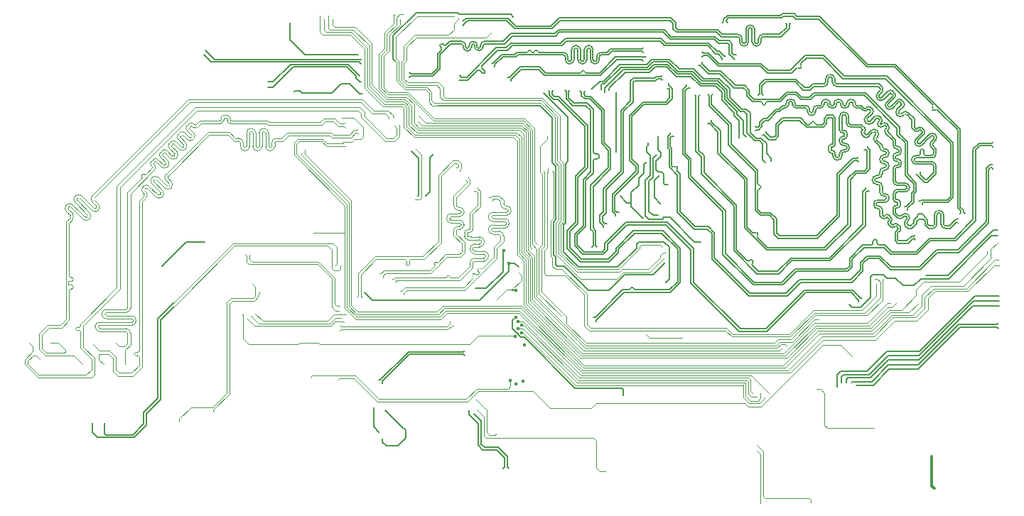
<source format=gbr>
%TF.GenerationSoftware,KiCad,Pcbnew,7.0.9-7.0.9~ubuntu22.04.1*%
%TF.CreationDate,2023-12-01T07:42:16+01:00*%
%TF.ProjectId,jetson-orin-baseboard,6a657473-6f6e-42d6-9f72-696e2d626173,1.1.1*%
%TF.SameCoordinates,Original*%
%TF.FileFunction,Copper,L6,Inr*%
%TF.FilePolarity,Positive*%
%FSLAX46Y46*%
G04 Gerber Fmt 4.6, Leading zero omitted, Abs format (unit mm)*
G04 Created by KiCad (PCBNEW 7.0.9-7.0.9~ubuntu22.04.1) date 2023-12-01 07:42:16*
%MOMM*%
%LPD*%
G01*
G04 APERTURE LIST*
%TA.AperFunction,ViaPad*%
%ADD10C,0.450000*%
%TD*%
%TA.AperFunction,Conductor*%
%ADD11C,0.125000*%
%TD*%
%TA.AperFunction,Conductor*%
%ADD12C,0.150000*%
%TD*%
%TA.AperFunction,Conductor*%
%ADD13C,0.160000*%
%TD*%
%TA.AperFunction,Conductor*%
%ADD14C,0.300000*%
%TD*%
%TA.AperFunction,Conductor*%
%ADD15C,0.155000*%
%TD*%
%TA.AperFunction,Conductor*%
%ADD16C,0.200000*%
%TD*%
G04 APERTURE END LIST*
D10*
%TO.N,GND*%
X91450000Y-102350000D03*
%TO.N,CSIA_FLG*%
X92272500Y-113200000D03*
%TO.N,CSIB_FLG*%
X92500000Y-108850000D03*
%TO.N,I2S1_SDOUT*%
X92100688Y-107399312D03*
%TO.N,I2S1_SDIN*%
X91664500Y-106949833D03*
%TO.N,I2S1_LRCK*%
X92150000Y-106537833D03*
%TO.N,I2S1_SCLK*%
X91664500Y-106101467D03*
%TO.N,USBC0_FLG*%
X90800000Y-113150000D03*
%TO.N,USBC1_FLG*%
X91412000Y-113500000D03*
%TO.N,DISABLE_POE_DCDC*%
X91400000Y-107900000D03*
%TO.N,USBC1_PEN*%
X91430000Y-105540000D03*
%TO.N,USBC_HPD*%
X90625000Y-99125000D03*
%TO.N,/HDMI/HDMI_HPD*%
X90000000Y-97640000D03*
%TD*%
D11*
%TO.N,GND*%
X90350000Y-102300000D02*
X89200000Y-103450000D01*
X92090000Y-101160000D02*
X90950000Y-102300000D01*
X90950000Y-102300000D02*
X90350000Y-102300000D01*
D12*
X91000000Y-102350000D02*
X90950000Y-102300000D01*
D11*
X92090000Y-100540000D02*
X92090000Y-101160000D01*
D12*
X91450000Y-102350000D02*
X91000000Y-102350000D01*
D11*
X91750000Y-100200000D02*
X92090000Y-100540000D01*
D13*
%TO.N,CSI1_CLK_N*%
X119600000Y-71242785D02*
X119600000Y-72707215D01*
X120874000Y-72124000D02*
X123006718Y-72124000D01*
X124040000Y-70620000D02*
X124190000Y-70470000D01*
X85220000Y-70770000D02*
X85220000Y-70680000D01*
X90363282Y-70199000D02*
X91289282Y-71125000D01*
X85701000Y-70199000D02*
X90363282Y-70199000D01*
X119148000Y-72707215D02*
X119148000Y-71242785D01*
X123006718Y-72124000D02*
X124040000Y-71090718D01*
X124040000Y-71090718D02*
X124040000Y-70620000D01*
X85220000Y-70680000D02*
X85701000Y-70199000D01*
X118100000Y-72350000D02*
X118100000Y-72707215D01*
X110181000Y-70551718D02*
X110181000Y-71161718D01*
X120648000Y-72707215D02*
X120648000Y-72350000D01*
X95735718Y-71125000D02*
X96701718Y-70159000D01*
X96701718Y-70159000D02*
X109788282Y-70159000D01*
X110181000Y-71161718D02*
X110598282Y-71579000D01*
X91289282Y-71125000D02*
X95735718Y-71125000D01*
X109788282Y-70159000D02*
X110181000Y-70551718D01*
X115348282Y-71579000D02*
X115893282Y-72124000D01*
X115893282Y-72124000D02*
X117874000Y-72124000D01*
X110598282Y-71579000D02*
X115348282Y-71579000D01*
X119600015Y-71242785D02*
G75*
G03*
X119374000Y-71016785I-226015J-15D01*
G01*
X120124000Y-73231200D02*
G75*
G03*
X120648000Y-72707215I0J524000D01*
G01*
X119374000Y-71016800D02*
G75*
G03*
X119148000Y-71242785I0J-226000D01*
G01*
X118099985Y-72707215D02*
G75*
G03*
X118624000Y-73231215I524015J15D01*
G01*
X120874000Y-72124000D02*
G75*
G03*
X120648000Y-72350000I0J-226000D01*
G01*
X119599985Y-72707215D02*
G75*
G03*
X120124000Y-73231215I524015J15D01*
G01*
X118100000Y-72350000D02*
G75*
G03*
X117874000Y-72124000I-226000J0D01*
G01*
X118624000Y-73231200D02*
G75*
G03*
X119148000Y-72707215I0J524000D01*
G01*
%TO.N,CSI1_CLK_P*%
X96578282Y-69861000D02*
X109911718Y-69861000D01*
X119898000Y-71242785D02*
X119898000Y-72707215D01*
X110721718Y-71281000D02*
X115471718Y-71281000D01*
X85179282Y-70210000D02*
X85488282Y-69901000D01*
X122883282Y-71826000D02*
X123698323Y-71010959D01*
X110479000Y-71038282D02*
X110721718Y-71281000D01*
X115471718Y-71281000D02*
X116016718Y-71826000D01*
X110479000Y-70428282D02*
X110479000Y-71038282D01*
X109911718Y-69861000D02*
X110479000Y-70428282D01*
X120874000Y-71826000D02*
X122883282Y-71826000D01*
X95614282Y-70825000D02*
X96578282Y-69861000D01*
X118398000Y-72350000D02*
X118398000Y-72707215D01*
X123698323Y-70568323D02*
X123610000Y-70480000D01*
X85488282Y-69901000D02*
X90486718Y-69901000D01*
X85080000Y-70210000D02*
X85179282Y-70210000D01*
X91410718Y-70825000D02*
X95614282Y-70825000D01*
X120350000Y-72707215D02*
X120350000Y-72350000D01*
X90486718Y-69901000D02*
X91410718Y-70825000D01*
X118850000Y-72707215D02*
X118850000Y-71242785D01*
X116016718Y-71826000D02*
X117874000Y-71826000D01*
X123698323Y-71010959D02*
X123698323Y-70568323D01*
X119897985Y-72707215D02*
G75*
G03*
X120124000Y-72933215I226015J15D01*
G01*
X120874000Y-71826000D02*
G75*
G03*
X120350000Y-72350000I0J-524000D01*
G01*
X118397985Y-72707215D02*
G75*
G03*
X118624000Y-72933215I226015J15D01*
G01*
X119898015Y-71242785D02*
G75*
G03*
X119374000Y-70718785I-524015J-15D01*
G01*
X120124000Y-72933200D02*
G75*
G03*
X120350000Y-72707215I0J226000D01*
G01*
X119374000Y-70718800D02*
G75*
G03*
X118850000Y-71242785I0J-524000D01*
G01*
X118398000Y-72350000D02*
G75*
G03*
X117874000Y-71826000I-524000J0D01*
G01*
X118624000Y-72933200D02*
G75*
G03*
X118850000Y-72707215I0J226000D01*
G01*
%TO.N,CSI2_D0_N*%
X138621000Y-82031718D02*
X137988933Y-81399651D01*
X121211718Y-77499000D02*
X120746323Y-77964395D01*
X137704676Y-81399652D02*
X137599318Y-81505011D01*
X137120609Y-79862403D02*
X136344208Y-80638808D01*
X141221000Y-86041000D02*
X141221000Y-85601718D01*
X140306134Y-86267000D02*
X140995000Y-86267000D01*
X139113042Y-86267000D02*
X139403000Y-86267000D01*
X135830852Y-79030852D02*
X135283553Y-79578152D01*
X139590000Y-88529282D02*
X140220718Y-89160000D01*
X134628282Y-78039000D02*
X129699000Y-78039000D01*
X126541718Y-78449000D02*
X125668282Y-78449000D01*
X126951718Y-78039000D02*
X126541718Y-78449000D01*
X140995000Y-87315000D02*
X139113042Y-87315000D01*
X136059953Y-78801747D02*
X135830851Y-79030850D01*
X136893626Y-81505011D02*
X136858271Y-81469656D01*
X140078000Y-85742000D02*
X140078000Y-86042000D01*
X139858171Y-83534611D02*
X139858171Y-83534612D01*
X128099000Y-78039000D02*
X126951718Y-78039000D01*
X136858271Y-80763963D02*
X137440223Y-80182015D01*
X134824641Y-78235358D02*
X134628282Y-78039000D01*
X140899740Y-83975139D02*
X140617603Y-84257273D01*
X139628000Y-86042000D02*
X139628000Y-85742000D01*
X139538559Y-83214999D02*
X139433202Y-83320359D01*
X140617603Y-84257273D02*
X140512246Y-84362633D01*
X135603161Y-79897761D02*
X136379567Y-79121359D01*
X141221000Y-85601718D02*
X140937215Y-85317933D01*
X140220718Y-89160000D02*
X140379282Y-89160000D01*
X141221000Y-88318285D02*
X141221000Y-87541000D01*
X140461114Y-89078171D02*
X141221000Y-88318285D01*
X129150000Y-77490000D02*
X129150000Y-77141000D01*
X125668282Y-78449000D02*
X124718282Y-77499000D01*
X137440223Y-80145245D02*
X137157379Y-79862403D01*
X141219352Y-84294751D02*
X141219351Y-84294752D01*
X140937215Y-84576885D02*
X141219352Y-84294751D01*
X128648000Y-77141000D02*
X128648000Y-77490000D01*
X138621000Y-83001718D02*
X138621000Y-82031718D01*
X135830851Y-79030850D02*
X135830852Y-79030852D01*
X139858172Y-83462487D02*
X139610685Y-83215000D01*
X136344208Y-80638808D02*
X136344209Y-80638807D01*
X136379567Y-79084589D02*
X136096723Y-78801747D01*
X140512246Y-84362633D02*
X139840493Y-85034384D01*
X134542505Y-78837106D02*
X134824641Y-78554971D01*
X139590000Y-88180000D02*
X139590000Y-88529282D01*
X124718282Y-77499000D02*
X121211718Y-77499000D01*
X139099446Y-84293337D02*
X139858171Y-83534611D01*
X140379282Y-89160000D02*
X140461114Y-89078171D01*
X120746323Y-77964395D02*
X120746323Y-78891866D01*
X140303000Y-86267000D02*
X140306134Y-86267000D01*
X136858271Y-81469656D02*
X136858272Y-81469656D01*
X120746323Y-78891866D02*
X120894323Y-79039866D01*
X138939640Y-83320357D02*
X138621000Y-83001718D01*
X139610685Y-83215000D02*
X139610684Y-83214998D01*
X134824641Y-78554971D02*
X134824641Y-78554972D01*
X140078000Y-85742000D02*
G75*
G03*
X139853000Y-85517000I-225000J0D01*
G01*
X134542477Y-79578182D02*
G75*
G03*
X135283553Y-79578152I370523J370582D01*
G01*
X139099485Y-84293376D02*
G75*
G03*
X139099446Y-85034385I370515J-370524D01*
G01*
X135603176Y-79897776D02*
G75*
G03*
X135603161Y-80638809I370524J-370524D01*
G01*
X139610662Y-83215020D02*
G75*
G03*
X139538559Y-83214999I-36062J-36080D01*
G01*
X139099478Y-85034353D02*
G75*
G03*
X139840492Y-85034383I370522J370453D01*
G01*
X137988928Y-81399656D02*
G75*
G03*
X137704676Y-81399652I-142128J-142144D01*
G01*
X136379592Y-79121384D02*
G75*
G03*
X136379566Y-79084590I-18392J18384D01*
G01*
X129150000Y-77490000D02*
G75*
G03*
X129699000Y-78039000I549000J0D01*
G01*
X138589000Y-86791000D02*
G75*
G03*
X139113042Y-87315000I524000J0D01*
G01*
X140078000Y-86042000D02*
G75*
G03*
X140303000Y-86267000I225000J0D01*
G01*
X128099000Y-78039000D02*
G75*
G03*
X128648000Y-77490000I0J549000D01*
G01*
X136893627Y-81505010D02*
G75*
G03*
X137599317Y-81505010I352845J352844D01*
G01*
X139113042Y-86267042D02*
G75*
G03*
X138589042Y-86791000I-42J-523958D01*
G01*
X139858121Y-83534562D02*
G75*
G03*
X139858171Y-83462488I-36021J36062D01*
G01*
X134542476Y-78837077D02*
G75*
G03*
X134542506Y-79578153I370524J-370523D01*
G01*
X128899000Y-76890000D02*
G75*
G03*
X128648000Y-77141000I0J-251000D01*
G01*
X136858263Y-80763955D02*
G75*
G03*
X136858273Y-81469655I352837J-352845D01*
G01*
X138939618Y-83320379D02*
G75*
G03*
X139433202Y-83320359I246782J246779D01*
G01*
X141219306Y-84294707D02*
G75*
G03*
X141219352Y-83975139I-159806J159807D01*
G01*
X137157379Y-79862403D02*
G75*
G03*
X137120609Y-79862403I-18385J-18386D01*
G01*
X141219352Y-83975139D02*
G75*
G03*
X140899740Y-83975139I-159806J-159805D01*
G01*
X141221000Y-87541000D02*
G75*
G03*
X140995000Y-87315000I-226000J0D01*
G01*
X134824676Y-78555007D02*
G75*
G03*
X134824641Y-78235358I-159876J159807D01*
G01*
X129150000Y-77141000D02*
G75*
G03*
X128899000Y-76890000I-251000J0D01*
G01*
X139403000Y-86267000D02*
G75*
G03*
X139628000Y-86042000I0J225000D01*
G01*
X140937207Y-84576877D02*
G75*
G03*
X140937216Y-85317932I370493J-370523D01*
G01*
X136096723Y-78801747D02*
G75*
G03*
X136059953Y-78801747I-18385J-18386D01*
G01*
X140995000Y-86267000D02*
G75*
G03*
X141221000Y-86041000I0J226000D01*
G01*
X135603177Y-80638793D02*
G75*
G03*
X136344209Y-80638807I370523J370493D01*
G01*
X139853000Y-85517000D02*
G75*
G03*
X139628000Y-85742000I0J-225000D01*
G01*
X137440193Y-80181985D02*
G75*
G03*
X137440223Y-80145245I-18393J18385D01*
G01*
%TO.N,CSI2_D0_P*%
X134751718Y-77741000D02*
X129699000Y-77741000D01*
X139310164Y-84504055D02*
X139963531Y-83850688D01*
X139169282Y-88530000D02*
X140099282Y-89460000D01*
X135035359Y-78765688D02*
X135035358Y-78765689D01*
X137493959Y-81188934D02*
X137388601Y-81294293D01*
X128099000Y-77741000D02*
X126828282Y-77741000D01*
X135035358Y-78024641D02*
X134751718Y-77741000D01*
X135813879Y-80108479D02*
X136590284Y-79332076D01*
X139150357Y-83109640D02*
X138919000Y-82878282D01*
X138919000Y-82878282D02*
X138919000Y-81908281D01*
X136909891Y-79651685D02*
X136133491Y-80428090D01*
X140689020Y-83764419D02*
X140406886Y-84046556D01*
X140500718Y-89460000D02*
X141519000Y-88441719D01*
X134753223Y-79047823D02*
X135035359Y-78765688D01*
X120448323Y-78891866D02*
X120300323Y-79039866D01*
X136590284Y-79332076D02*
X136590284Y-79332077D01*
X141519000Y-88441719D02*
X141519000Y-87541000D01*
X140301526Y-84151913D02*
X139629777Y-84823666D01*
X137368097Y-79651686D02*
X137368097Y-79651685D01*
X140099282Y-89460000D02*
X140500718Y-89460000D01*
X136133491Y-80428090D02*
X136133492Y-80428090D01*
X138919000Y-81908281D02*
X138199652Y-81188933D01*
X124841718Y-77201000D02*
X121088282Y-77201000D01*
X141147934Y-84787603D02*
X141430069Y-84505467D01*
X137068989Y-81258938D02*
X137068990Y-81258938D01*
X128350000Y-77141000D02*
X128350000Y-77490000D01*
X137650939Y-79934528D02*
X137368097Y-79651686D01*
X141430069Y-84505467D02*
X141430069Y-84505468D01*
X129448000Y-77490000D02*
X129448000Y-77141000D01*
X126418282Y-78151000D02*
X125791718Y-78151000D01*
X136590283Y-78873872D02*
X136307441Y-78591030D01*
X137068989Y-80974681D02*
X137650940Y-80392732D01*
X139821402Y-83004282D02*
X139821403Y-83004282D01*
X137650940Y-80392732D02*
X137650940Y-80392733D01*
X141519000Y-85478282D02*
X141147934Y-85107215D01*
X139327842Y-83004283D02*
X139222483Y-83109641D01*
X139222483Y-83109641D02*
X139222485Y-83109642D01*
X120448323Y-77840959D02*
X120448323Y-78891866D01*
X125791718Y-78151000D02*
X124841718Y-77201000D01*
X140068889Y-83251769D02*
X139821402Y-83004282D01*
X140995000Y-87017000D02*
X139113042Y-87017000D01*
X135849235Y-78591029D02*
X135072835Y-79367434D01*
X139130000Y-88530000D02*
X139169282Y-88530000D01*
X137388601Y-81294293D02*
X137388601Y-81294292D01*
X135072835Y-79367434D02*
X135072836Y-79367434D01*
X139963531Y-83850688D02*
X140068889Y-83745329D01*
X121088282Y-77201000D02*
X120448323Y-77840959D01*
X139113042Y-86565000D02*
X140995000Y-86565000D01*
X141519000Y-86041000D02*
X141519000Y-85478282D01*
X126828282Y-77741000D02*
X126418282Y-78151000D01*
X137104344Y-81294293D02*
X137068989Y-81258938D01*
X140406886Y-84046556D02*
X140301526Y-84151913D01*
X136307441Y-78591030D02*
X136307441Y-78591029D01*
X135813894Y-80428076D02*
G75*
G03*
X136133492Y-80428090I159806J159776D01*
G01*
X139150335Y-83109662D02*
G75*
G03*
X139222485Y-83109642I36065J36062D01*
G01*
X138887000Y-86791000D02*
G75*
G03*
X139113042Y-87017000I226000J0D01*
G01*
X129448000Y-77490000D02*
G75*
G03*
X129699000Y-77741000I251000J0D01*
G01*
X137650909Y-80392702D02*
G75*
G03*
X137650939Y-79934528I-229109J229102D01*
G01*
X141147926Y-84787595D02*
G75*
G03*
X141147935Y-85107214I159774J-159805D01*
G01*
X136307440Y-78591030D02*
G75*
G03*
X135849236Y-78591030I-229102J-229104D01*
G01*
X135813895Y-80108495D02*
G75*
G03*
X135813880Y-80428090I159805J-159805D01*
G01*
X141430024Y-84505423D02*
G75*
G03*
X141430069Y-83764422I-370524J370523D01*
G01*
X134753195Y-79367463D02*
G75*
G03*
X135072835Y-79367433I159805J159863D01*
G01*
X141430026Y-83764465D02*
G75*
G03*
X140689020Y-83764419I-370526J-370535D01*
G01*
X140995000Y-86565000D02*
G75*
G03*
X141519000Y-86041000I0J524000D01*
G01*
X139821380Y-83004305D02*
G75*
G03*
X139327842Y-83004283I-246780J-246795D01*
G01*
X128099000Y-77741000D02*
G75*
G03*
X128350000Y-77490000I0J251000D01*
G01*
X139310203Y-84504094D02*
G75*
G03*
X139310164Y-84823667I159797J-159806D01*
G01*
X129448000Y-77141000D02*
G75*
G03*
X128899000Y-76592000I-549000J0D01*
G01*
X138199646Y-81188939D02*
G75*
G03*
X137493959Y-81188934I-352846J-352861D01*
G01*
X137368096Y-79651686D02*
G75*
G03*
X136909892Y-79651686I-229102J-229104D01*
G01*
X141519000Y-87541000D02*
G75*
G03*
X140995000Y-87017000I-524000J0D01*
G01*
X139310194Y-84823637D02*
G75*
G03*
X139629777Y-84823666I159806J159737D01*
G01*
X136590309Y-79332102D02*
G75*
G03*
X136590283Y-78873872I-229109J229102D01*
G01*
X134753195Y-79047795D02*
G75*
G03*
X134753224Y-79367434I159805J-159805D01*
G01*
X137068980Y-80974672D02*
G75*
G03*
X137068990Y-81258938I142120J-142128D01*
G01*
X135035392Y-78765723D02*
G75*
G03*
X135035357Y-78024642I-370592J370523D01*
G01*
X137104373Y-81294264D02*
G75*
G03*
X137388600Y-81294291I142127J142064D01*
G01*
X140068840Y-83745280D02*
G75*
G03*
X140068889Y-83251769I-246740J246780D01*
G01*
X139113042Y-86565042D02*
G75*
G03*
X138887042Y-86791000I-42J-225958D01*
G01*
X128899000Y-76592000D02*
G75*
G03*
X128350000Y-77141000I0J-549000D01*
G01*
%TO.N,CSI2_CLK_N*%
X121210011Y-83574293D02*
X121736718Y-84101000D01*
X135307129Y-93519642D02*
X135412486Y-93414282D01*
X129500000Y-81749282D02*
X129500000Y-84912000D01*
X135424000Y-86513000D02*
X135275000Y-86513000D01*
X128568282Y-81461000D02*
X129211718Y-81461000D01*
X131351000Y-82591000D02*
X132621718Y-82591000D01*
X135898000Y-85939000D02*
X135898000Y-86039000D01*
X136153535Y-94155329D02*
X136153535Y-94155330D01*
X133000358Y-83427846D02*
X132894999Y-83533204D01*
X130376000Y-84014000D02*
X130525000Y-84014000D01*
X135099000Y-92739000D02*
X135099000Y-93348282D01*
X130525000Y-83562000D02*
X130376000Y-83562000D01*
X126639000Y-82391000D02*
X126639000Y-82366031D01*
X127039000Y-82366031D02*
X127039000Y-82391000D01*
X132894998Y-83569973D02*
X133177841Y-83852816D01*
X136048174Y-94297456D02*
X136331017Y-94580300D01*
X128191000Y-82358282D02*
X128191000Y-81838282D01*
X128191000Y-81838282D02*
X128568282Y-81461000D01*
X135099000Y-85068282D02*
X135099000Y-85289000D01*
X134519929Y-84029591D02*
X134519929Y-84029592D01*
X136367789Y-94580302D02*
X136473146Y-94474942D01*
X135099000Y-86689000D02*
X135099000Y-86789000D01*
X137214195Y-95215989D02*
X136919000Y-95511182D01*
X135870691Y-93414281D02*
X136153534Y-93697124D01*
X133000358Y-83427845D02*
X133000358Y-83427846D01*
X135424000Y-91863000D02*
X134526000Y-91863000D01*
X130002000Y-84588000D02*
X130002000Y-84388000D01*
X138874000Y-95896000D02*
X139040000Y-95730000D01*
X134575000Y-88963000D02*
X134426000Y-88963000D01*
X122411000Y-82548282D02*
X123178282Y-81781000D01*
X135275000Y-86965000D02*
X135424000Y-86965000D01*
X129500000Y-86012000D02*
X129500000Y-86289000D01*
X133319969Y-83747457D02*
X133778880Y-83288543D01*
X136919000Y-95511182D02*
X136919000Y-96338282D01*
X134449220Y-83288545D02*
X134449218Y-83288544D01*
X130002000Y-86289000D02*
X130002000Y-86088000D01*
X133214611Y-83852816D02*
X133319969Y-83747457D01*
X134449218Y-83288544D02*
X134519928Y-83359254D01*
X121736718Y-84101000D02*
X122198282Y-84101000D01*
X130002000Y-83188000D02*
X130002000Y-81641000D01*
X135424000Y-88013000D02*
X135275000Y-88013000D01*
X135275000Y-85465000D02*
X135424000Y-85465000D01*
X134519929Y-84029592D02*
X134414569Y-84134949D01*
X129001000Y-85262000D02*
X129001000Y-85662000D01*
X129027000Y-85688000D02*
X129176000Y-85688000D01*
X127289000Y-82591000D02*
X127958282Y-82591000D01*
X129176000Y-85236000D02*
X129027000Y-85236000D01*
X127239000Y-82591000D02*
X127289000Y-82591000D01*
X126181718Y-82591000D02*
X126439000Y-82591000D01*
X135099000Y-88189000D02*
X135099000Y-88439000D01*
X130601000Y-83938000D02*
X130601000Y-83638000D01*
X136931351Y-94474941D02*
X137214194Y-94757784D01*
X134400000Y-91989000D02*
X134400000Y-92189000D01*
X129211718Y-81461000D02*
X129500000Y-81749282D01*
X121210011Y-83364989D02*
X121210011Y-83574293D01*
X130675000Y-85112000D02*
X130526000Y-85112000D01*
X136919000Y-96338282D02*
X137051718Y-96471000D01*
X135099000Y-93348282D02*
X135270357Y-93519640D01*
X122198282Y-84101000D02*
X122411000Y-83888282D01*
X134426000Y-89415000D02*
X134575000Y-89415000D01*
X130526000Y-85564000D02*
X130675000Y-85564000D01*
X135898000Y-87439000D02*
X135898000Y-87539000D01*
X131100000Y-81641000D02*
X131100000Y-82340000D01*
X136153535Y-94155330D02*
X136048175Y-94260687D01*
X135898000Y-91289000D02*
X135898000Y-91389000D01*
X123178282Y-81781000D02*
X125371718Y-81781000D01*
X132621718Y-82591000D02*
X133000358Y-82969641D01*
X138613282Y-95896000D02*
X138874000Y-95896000D01*
X127958282Y-82591000D02*
X128191000Y-82358282D01*
X125371718Y-81781000D02*
X126181718Y-82591000D01*
X134414568Y-84383850D02*
X135099000Y-85068282D01*
X122411000Y-83888282D02*
X122411000Y-82548282D01*
X134526000Y-92315000D02*
X134675000Y-92315000D01*
X135275000Y-90815000D02*
X135424000Y-90815000D01*
X135099000Y-89939000D02*
X135099000Y-90639000D01*
X137051718Y-96471000D02*
X138038282Y-96471000D01*
X138038282Y-96471000D02*
X138613282Y-95896000D01*
X135424000Y-91863000D02*
G75*
G03*
X135898000Y-91389000I0J474000D01*
G01*
X130525000Y-84014000D02*
G75*
G03*
X130601000Y-83938000I0J76000D01*
G01*
X131100000Y-81641000D02*
G75*
G03*
X130551000Y-81092000I-549000J0D01*
G01*
X136931302Y-94474990D02*
G75*
G03*
X136473146Y-94474942I-229102J-229010D01*
G01*
X137214208Y-95216002D02*
G75*
G03*
X137214194Y-94757784I-229108J229102D01*
G01*
X129751000Y-86540000D02*
G75*
G03*
X130002000Y-86289000I0J251000D01*
G01*
X135099000Y-86789000D02*
G75*
G03*
X135275000Y-86965000I176000J0D01*
G01*
X133000315Y-83427802D02*
G75*
G03*
X133000358Y-82969641I-229015J229102D01*
G01*
X135099000Y-92739000D02*
G75*
G03*
X134675000Y-92315000I-424000J0D01*
G01*
X135275000Y-86513000D02*
G75*
G03*
X135099000Y-86689000I0J-176000D01*
G01*
X134449171Y-83288594D02*
G75*
G03*
X133778880Y-83288543I-335171J-335106D01*
G01*
X127038969Y-82366031D02*
G75*
G03*
X126839000Y-82166031I-199969J31D01*
G01*
X134526000Y-91863000D02*
G75*
G03*
X134400000Y-91989000I0J-126000D01*
G01*
X135099000Y-85289000D02*
G75*
G03*
X135275000Y-85465000I176000J0D01*
G01*
X136048204Y-94260716D02*
G75*
G03*
X136048175Y-94297455I18396J-18384D01*
G01*
X129027000Y-85236000D02*
G75*
G03*
X129001000Y-85262000I0J-26000D01*
G01*
X135275000Y-88013000D02*
G75*
G03*
X135099000Y-88189000I0J-176000D01*
G01*
X134400000Y-92189000D02*
G75*
G03*
X134526000Y-92315000I126000J0D01*
G01*
X134426000Y-88963000D02*
G75*
G03*
X134200000Y-89189000I0J-226000D01*
G01*
X135898000Y-85939000D02*
G75*
G03*
X135424000Y-85465000I-474000J0D01*
G01*
X134414569Y-84134949D02*
G75*
G03*
X134414568Y-84383850I124431J-124451D01*
G01*
X127039000Y-82391000D02*
G75*
G03*
X127239000Y-82591000I200000J0D01*
G01*
X135424000Y-88013000D02*
G75*
G03*
X135898000Y-87539000I0J474000D01*
G01*
X129500000Y-86289000D02*
G75*
G03*
X129751000Y-86540000I251000J0D01*
G01*
X130551000Y-81092000D02*
G75*
G03*
X130002000Y-81641000I0J-549000D01*
G01*
X134519906Y-84029568D02*
G75*
G03*
X134519928Y-83359254I-335106J335168D01*
G01*
X130002000Y-83188000D02*
G75*
G03*
X130376000Y-83562000I374000J0D01*
G01*
X134575000Y-88963000D02*
G75*
G03*
X135099000Y-88439000I0J524000D01*
G01*
X129500000Y-86012000D02*
G75*
G03*
X129176000Y-85688000I-324000J0D01*
G01*
X135099000Y-89939000D02*
G75*
G03*
X134575000Y-89415000I-524000J0D01*
G01*
X135898000Y-91289000D02*
G75*
G03*
X135424000Y-90815000I-474000J0D01*
G01*
X135270313Y-93519684D02*
G75*
G03*
X135307129Y-93519642I18387J18384D01*
G01*
X130601000Y-83638000D02*
G75*
G03*
X130525000Y-83562000I-76000J0D01*
G01*
X133177841Y-83852816D02*
G75*
G03*
X133214611Y-83852816I18385J18386D01*
G01*
X126439000Y-82591000D02*
G75*
G03*
X126639000Y-82391000I0J200000D01*
G01*
X131100000Y-82340000D02*
G75*
G03*
X131351000Y-82591000I251000J0D01*
G01*
X136153508Y-94155302D02*
G75*
G03*
X136153534Y-93697124I-229108J229102D01*
G01*
X126839000Y-82166000D02*
G75*
G03*
X126639000Y-82366031I0J-200000D01*
G01*
X132895011Y-83533216D02*
G75*
G03*
X132894999Y-83569972I18389J-18384D01*
G01*
X130002000Y-84588000D02*
G75*
G03*
X130526000Y-85112000I524000J0D01*
G01*
X136331013Y-94580304D02*
G75*
G03*
X136367789Y-94580302I18387J18404D01*
G01*
X129001000Y-85662000D02*
G75*
G03*
X129027000Y-85688000I26000J0D01*
G01*
X129176000Y-85236000D02*
G75*
G03*
X129500000Y-84912000I0J324000D01*
G01*
X135870701Y-93414271D02*
G75*
G03*
X135412487Y-93414283I-229101J-229129D01*
G01*
X130526000Y-85564000D02*
G75*
G03*
X130002000Y-86088000I0J-524000D01*
G01*
X135099000Y-90639000D02*
G75*
G03*
X135275000Y-90815000I176000J0D01*
G01*
X135898000Y-87439000D02*
G75*
G03*
X135424000Y-86965000I-474000J0D01*
G01*
X134200000Y-89189000D02*
G75*
G03*
X134426000Y-89415000I226000J0D01*
G01*
X130376000Y-84014000D02*
G75*
G03*
X130002000Y-84388000I0J-374000D01*
G01*
X130901000Y-85338000D02*
G75*
G03*
X130675000Y-85112000I-226000J0D01*
G01*
X135424000Y-86513000D02*
G75*
G03*
X135898000Y-86039000I0J474000D01*
G01*
X130675000Y-85564000D02*
G75*
G03*
X130901000Y-85338000I0J226000D01*
G01*
%TO.N,CSI2_CLK_P*%
X130300000Y-83188000D02*
X130300000Y-81641000D01*
X130300000Y-86289000D02*
X130300000Y-86088000D01*
X120999293Y-83785011D02*
X121613282Y-84399000D01*
X133654430Y-83834430D02*
X133989600Y-83499263D01*
X123301718Y-82079000D02*
X125248282Y-82079000D01*
X134801000Y-92739000D02*
X134801000Y-93471718D01*
X135942817Y-93944612D02*
X135837457Y-94049969D01*
X130300000Y-84588000D02*
X130300000Y-84388000D01*
X136578506Y-94791018D02*
X136683865Y-94685660D01*
X138161718Y-96769000D02*
X138736718Y-96194000D01*
X122709000Y-84011718D02*
X122709000Y-82671718D01*
X135517846Y-93730358D02*
X135623205Y-93625000D01*
X132498282Y-82889000D02*
X132789641Y-83180358D01*
X128703000Y-85262000D02*
X128703000Y-85662000D01*
X128489000Y-81961718D02*
X128691718Y-81759000D01*
X135837456Y-94508174D02*
X136120300Y-94791017D01*
X120789989Y-83785011D02*
X120999293Y-83785011D01*
X138874000Y-96194000D02*
X138990000Y-96310000D01*
X128691718Y-81759000D02*
X129088282Y-81759000D01*
X122321718Y-84399000D02*
X122709000Y-84011718D01*
X135424000Y-87715000D02*
X135275000Y-87715000D01*
X125248282Y-82079000D02*
X126058282Y-82889000D01*
X130899000Y-83938000D02*
X130899000Y-83638000D01*
X130802000Y-81641000D02*
X130802000Y-82340000D01*
X134801000Y-85191718D02*
X134801000Y-85289000D01*
X136898117Y-95121883D02*
X136621000Y-95399000D01*
X136621000Y-95399000D02*
X136621000Y-96461718D01*
X121613282Y-84399000D02*
X122321718Y-84399000D01*
X128081718Y-82889000D02*
X128489000Y-82481718D01*
X130376000Y-84312000D02*
X130525000Y-84312000D01*
X129202000Y-86012000D02*
X129202000Y-86289000D01*
X126058282Y-82889000D02*
X128081718Y-82889000D01*
X129088282Y-81759000D02*
X129202000Y-81872718D01*
X134309212Y-83818875D02*
X134203852Y-83924232D01*
X122709000Y-82671718D02*
X123301718Y-82079000D01*
X134801000Y-93471718D02*
X135059640Y-93730357D01*
X134801000Y-89939000D02*
X134801000Y-90639000D01*
X135659974Y-93624999D02*
X135942817Y-93907842D01*
X130525000Y-83264000D02*
X130376000Y-83264000D01*
X134526000Y-92613000D02*
X134675000Y-92613000D01*
X131351000Y-82889000D02*
X132498282Y-82889000D01*
X134238502Y-83499263D02*
X134309212Y-83569973D01*
X134426000Y-89713000D02*
X134575000Y-89713000D01*
X135275000Y-91113000D02*
X135424000Y-91113000D01*
X130675000Y-84814000D02*
X130526000Y-84814000D01*
X135275000Y-85763000D02*
X135424000Y-85763000D01*
X130526000Y-85862000D02*
X130675000Y-85862000D01*
X128489000Y-82481718D02*
X128489000Y-81961718D01*
X135600000Y-85939000D02*
X135600000Y-86039000D01*
X134801000Y-86689000D02*
X134801000Y-86789000D01*
X135275000Y-87263000D02*
X135424000Y-87263000D01*
X137003477Y-95005272D02*
X136898117Y-95110629D01*
X135424000Y-86215000D02*
X135275000Y-86215000D01*
X136928282Y-96769000D02*
X138161718Y-96769000D01*
X134203851Y-84594569D02*
X134801000Y-85191718D01*
X135600000Y-87439000D02*
X135600000Y-87539000D01*
X129027000Y-85986000D02*
X129176000Y-85986000D01*
X136720634Y-94685659D02*
X137003477Y-94968502D01*
X132684281Y-83780691D02*
X132967124Y-84063534D01*
X129202000Y-81872718D02*
X129202000Y-84912000D01*
X134575000Y-88665000D02*
X134426000Y-88665000D01*
X135517846Y-93730359D02*
X135517846Y-93730358D01*
X136621000Y-96461718D02*
X136928282Y-96769000D01*
X134102000Y-91989000D02*
X134102000Y-92189000D01*
X133425329Y-84063535D02*
X133654430Y-83834430D01*
X135424000Y-91565000D02*
X134526000Y-91565000D01*
X136578506Y-94791019D02*
X136578506Y-94791018D01*
X134801000Y-88189000D02*
X134801000Y-88439000D01*
X132789641Y-83217128D02*
X132684282Y-83322486D01*
X135600000Y-91289000D02*
X135600000Y-91389000D01*
X129176000Y-84938000D02*
X129027000Y-84938000D01*
X138736718Y-96194000D02*
X138874000Y-96194000D01*
X136898117Y-95110629D02*
X136898117Y-95121883D01*
X134575000Y-88665000D02*
G75*
G03*
X134801000Y-88439000I0J226000D01*
G01*
X132684293Y-83322497D02*
G75*
G03*
X132684281Y-83780691I229107J-229103D01*
G01*
X134801000Y-90639000D02*
G75*
G03*
X135275000Y-91113000I474000J0D01*
G01*
X136120296Y-94791021D02*
G75*
G03*
X136578506Y-94791019I229104J229121D01*
G01*
X134801000Y-86789000D02*
G75*
G03*
X135275000Y-87263000I474000J0D01*
G01*
X134238501Y-83499264D02*
G75*
G03*
X133989601Y-83499264I-124450J-124451D01*
G01*
X135600000Y-87439000D02*
G75*
G03*
X135424000Y-87263000I-176000J0D01*
G01*
X129202000Y-86012000D02*
G75*
G03*
X129176000Y-85986000I-26000J0D01*
G01*
X130899000Y-83638000D02*
G75*
G03*
X130525000Y-83264000I-374000J0D01*
G01*
X134526000Y-91565000D02*
G75*
G03*
X134102000Y-91989000I0J-424000D01*
G01*
X131199000Y-85338000D02*
G75*
G03*
X130675000Y-84814000I-524000J0D01*
G01*
X135275000Y-87715000D02*
G75*
G03*
X134801000Y-88189000I0J-474000D01*
G01*
X134426000Y-88665000D02*
G75*
G03*
X133902000Y-89189000I0J-524000D01*
G01*
X134801000Y-92739000D02*
G75*
G03*
X134675000Y-92613000I-126000J0D01*
G01*
X135424000Y-87715000D02*
G75*
G03*
X135600000Y-87539000I0J176000D01*
G01*
X135424000Y-91565000D02*
G75*
G03*
X135600000Y-91389000I0J176000D01*
G01*
X135600000Y-85939000D02*
G75*
G03*
X135424000Y-85763000I-176000J0D01*
G01*
X129027000Y-84938000D02*
G75*
G03*
X128703000Y-85262000I0J-324000D01*
G01*
X135275000Y-86215000D02*
G75*
G03*
X134801000Y-86689000I0J-474000D01*
G01*
X130300000Y-83188000D02*
G75*
G03*
X130376000Y-83264000I76000J0D01*
G01*
X130525000Y-84312000D02*
G75*
G03*
X130899000Y-83938000I0J374000D01*
G01*
X135837485Y-94049997D02*
G75*
G03*
X135837456Y-94508174I229115J-229103D01*
G01*
X133902000Y-89189000D02*
G75*
G03*
X134426000Y-89713000I524000J0D01*
G01*
X128703000Y-85662000D02*
G75*
G03*
X129027000Y-85986000I324000J0D01*
G01*
X129202000Y-86289000D02*
G75*
G03*
X129751000Y-86838000I549000J0D01*
G01*
X130551000Y-81390000D02*
G75*
G03*
X130300000Y-81641000I0J-251000D01*
G01*
X130802000Y-81641000D02*
G75*
G03*
X130551000Y-81390000I-251000J0D01*
G01*
X136720584Y-94685709D02*
G75*
G03*
X136683865Y-94685660I-18384J-18291D01*
G01*
X132789597Y-83217084D02*
G75*
G03*
X132789640Y-83180359I-18297J18384D01*
G01*
X135059597Y-93730400D02*
G75*
G03*
X135517845Y-93730358I229103J229100D01*
G01*
X135600000Y-91289000D02*
G75*
G03*
X135424000Y-91113000I-176000J0D01*
G01*
X130675000Y-85862000D02*
G75*
G03*
X131199000Y-85338000I0J524000D01*
G01*
X132967097Y-84063561D02*
G75*
G03*
X133425329Y-84063535I229103J229161D01*
G01*
X135424000Y-86215000D02*
G75*
G03*
X135600000Y-86039000I0J176000D01*
G01*
X134309187Y-83818850D02*
G75*
G03*
X134309211Y-83569974I-124387J124450D01*
G01*
X135659983Y-93624990D02*
G75*
G03*
X135623206Y-93625001I-18383J-18410D01*
G01*
X129751000Y-86838000D02*
G75*
G03*
X130300000Y-86289000I0J549000D01*
G01*
X137003489Y-95005284D02*
G75*
G03*
X137003476Y-94968503I-18389J18384D01*
G01*
X135942789Y-93944584D02*
G75*
G03*
X135942816Y-93907843I-18389J18384D01*
G01*
X130376000Y-84312000D02*
G75*
G03*
X130300000Y-84388000I0J-76000D01*
G01*
X134801000Y-85289000D02*
G75*
G03*
X135275000Y-85763000I474000J0D01*
G01*
X130526000Y-85862000D02*
G75*
G03*
X130300000Y-86088000I0J-226000D01*
G01*
X130802000Y-82340000D02*
G75*
G03*
X131351000Y-82889000I549000J0D01*
G01*
X134801000Y-89939000D02*
G75*
G03*
X134575000Y-89713000I-226000J0D01*
G01*
X134203851Y-83924231D02*
G75*
G03*
X134203851Y-84594569I335149J-335169D01*
G01*
X134102000Y-92189000D02*
G75*
G03*
X134526000Y-92613000I424000J0D01*
G01*
X129176000Y-84938000D02*
G75*
G03*
X129202000Y-84912000I0J26000D01*
G01*
X130300000Y-84588000D02*
G75*
G03*
X130526000Y-84814000I226000J0D01*
G01*
%TO.N,CSI2_D1_N*%
X136800000Y-87738000D02*
X136949000Y-87738000D01*
X129229000Y-80301000D02*
X129029000Y-80301000D01*
X140741718Y-94691000D02*
X140499000Y-94448282D01*
X134972024Y-82563826D02*
X134972026Y-82563827D01*
X136949000Y-86690000D02*
X136800000Y-86690000D01*
X137824000Y-89565000D02*
X136925000Y-89565000D01*
X120928282Y-81841000D02*
X120461000Y-82308282D01*
X123499000Y-80301000D02*
X123218282Y-80301000D01*
X137348000Y-87339000D02*
X137348000Y-87089000D01*
X136699000Y-84398282D02*
X135713071Y-83412354D01*
X134969903Y-82350987D02*
X134969903Y-82350988D01*
X136699000Y-91471000D02*
X136699000Y-90839000D01*
X134228856Y-81609940D02*
X134018137Y-81820656D01*
X136800000Y-86238000D02*
X136949000Y-86238000D01*
X137454669Y-93343620D02*
X137349309Y-93448979D01*
X133168198Y-80549283D02*
X133062839Y-80654641D01*
X143068282Y-94691000D02*
X142661000Y-94691000D01*
X131479000Y-79602000D02*
X131279000Y-79602000D01*
X138861000Y-94298282D02*
X138468282Y-94691000D01*
X138861000Y-93998282D02*
X138861000Y-94298282D01*
X136899000Y-91522000D02*
X136750000Y-91522000D01*
X133380329Y-82209568D02*
X133309619Y-82138858D01*
X123218282Y-80301000D02*
X122758282Y-80761000D01*
X136699000Y-89339000D02*
X136699000Y-87839000D01*
X141061000Y-94691000D02*
X140741718Y-94691000D01*
X137029696Y-93448980D02*
X136699000Y-93118282D01*
X136699000Y-85089000D02*
X136699000Y-84398282D01*
X131903000Y-80175000D02*
X131903000Y-80026000D01*
X120461000Y-82308282D02*
X120461000Y-82708282D01*
X138271718Y-94691000D02*
X138090358Y-94509641D01*
X121358282Y-81841000D02*
X120928282Y-81841000D01*
X135818430Y-83199514D02*
X135818430Y-83199515D01*
X130855000Y-80026000D02*
X130855000Y-80175000D01*
X139308282Y-93411718D02*
X139308282Y-93551000D01*
X140499000Y-94448282D02*
X140499000Y-93958282D01*
X138090358Y-94190028D02*
X138195716Y-94084669D01*
X123650000Y-80001000D02*
X123650000Y-80150000D01*
X139308282Y-93551000D02*
X138861000Y-93998282D01*
X125959000Y-80301000D02*
X124849000Y-80301000D01*
X140091718Y-93551000D02*
X140091718Y-93431718D01*
X137248000Y-92171000D02*
X137248000Y-91871000D01*
X139550000Y-93170000D02*
X139308282Y-93411718D01*
X133909245Y-81290329D02*
X133909245Y-81290330D01*
X133309619Y-81889956D02*
X133909245Y-81290329D01*
X134864545Y-82456346D02*
X134969903Y-82350987D01*
X134969904Y-81822073D02*
X134757772Y-81609941D01*
X143975000Y-93911000D02*
X143848282Y-93911000D01*
X136925000Y-90613000D02*
X137824000Y-90613000D01*
X136750000Y-92520000D02*
X136899000Y-92520000D01*
X138090358Y-94190027D02*
X138090358Y-94190028D01*
X129355000Y-80026000D02*
X129355000Y-80175000D01*
X139830000Y-93170000D02*
X139550000Y-93170000D01*
X136949000Y-85190000D02*
X136800000Y-85190000D01*
X135818431Y-82670600D02*
X135606299Y-82458468D01*
X130403000Y-80175000D02*
X130403000Y-80026000D01*
X120105000Y-82891000D02*
X119960000Y-82746000D01*
X141312000Y-93361736D02*
X141312000Y-94440000D01*
X135713072Y-83304873D02*
X135818430Y-83199514D01*
X134864544Y-82563826D02*
X134864544Y-82563827D01*
X132601718Y-80301000D02*
X132029000Y-80301000D01*
X140091718Y-93431718D02*
X139830000Y-93170000D01*
X143848282Y-93911000D02*
X143068282Y-94691000D01*
X130729000Y-80301000D02*
X130529000Y-80301000D01*
X133909246Y-80761415D02*
X133697114Y-80549283D01*
X132955357Y-80654640D02*
X132601718Y-80301000D01*
X120278282Y-82891000D02*
X120105000Y-82891000D01*
X134018137Y-81820656D02*
X133629231Y-82209568D01*
X144120000Y-93766000D02*
X143975000Y-93911000D01*
X137348000Y-85839000D02*
X137348000Y-85589000D01*
X134757772Y-81609941D02*
X134757771Y-81609941D01*
X135077383Y-82458468D02*
X134972024Y-82563826D01*
X126860000Y-80800000D02*
X126860000Y-80999000D01*
X142410000Y-94440000D02*
X142410000Y-93361736D01*
X133062839Y-80654641D02*
X133062841Y-80654642D01*
X140499000Y-93958282D02*
X140091718Y-93551000D01*
X127729000Y-80301000D02*
X127359000Y-80301000D01*
X122438282Y-80761000D02*
X121358282Y-81841000D01*
X136699000Y-93118282D02*
X136699000Y-92571000D01*
X124698000Y-80150000D02*
X124698000Y-80001000D01*
X138468282Y-94691000D02*
X138271718Y-94691000D01*
X122758282Y-80761000D02*
X122438282Y-80761000D01*
X128903000Y-80175000D02*
X128903000Y-80026000D01*
X124249000Y-79552000D02*
X124099000Y-79552000D01*
X134864542Y-82563825D02*
X134864544Y-82563826D01*
X129979000Y-79602000D02*
X129779000Y-79602000D01*
X136699000Y-86589000D02*
X136699000Y-86339000D01*
X120461000Y-82708282D02*
X120278282Y-82891000D01*
X128479000Y-79602000D02*
X128279000Y-79602000D01*
X127855000Y-80026000D02*
X127855000Y-80175000D01*
X126458000Y-80999000D02*
X126458000Y-80800000D01*
X138195723Y-93343614D02*
G75*
G03*
X137454670Y-93343621I-370523J-370486D01*
G01*
X124698000Y-80150000D02*
G75*
G03*
X124849000Y-80301000I151000J0D01*
G01*
X141061000Y-94691000D02*
G75*
G03*
X141312000Y-94440000I0J251000D01*
G01*
X124099000Y-79552000D02*
G75*
G03*
X123650000Y-80001000I0J-449000D01*
G01*
X136699000Y-91471000D02*
G75*
G03*
X136750000Y-91522000I51000J0D01*
G01*
X136899000Y-92520000D02*
G75*
G03*
X137248000Y-92171000I0J349000D01*
G01*
X128903000Y-80175000D02*
G75*
G03*
X129029000Y-80301000I126000J0D01*
G01*
X136949000Y-87738000D02*
G75*
G03*
X137348000Y-87339000I0J399000D01*
G01*
X136949000Y-86238000D02*
G75*
G03*
X137348000Y-85839000I0J399000D01*
G01*
X131903000Y-80175000D02*
G75*
G03*
X132029000Y-80301000I126000J0D01*
G01*
X138348000Y-90089000D02*
G75*
G03*
X137824000Y-89565000I-524000J0D01*
G01*
X126458000Y-80800000D02*
G75*
G03*
X125959000Y-80301000I-499000J0D01*
G01*
X136699000Y-85089000D02*
G75*
G03*
X136800000Y-85190000I101000J0D01*
G01*
X136800000Y-86238000D02*
G75*
G03*
X136699000Y-86339000I0J-101000D01*
G01*
X138090324Y-94189993D02*
G75*
G03*
X138090358Y-94509641I159876J-159807D01*
G01*
X133697114Y-80549283D02*
G75*
G03*
X133168198Y-80549283I-264458J-264458D01*
G01*
X137824000Y-90613000D02*
G75*
G03*
X138348000Y-90089000I0J524000D01*
G01*
X136699000Y-86589000D02*
G75*
G03*
X136800000Y-86690000I101000J0D01*
G01*
X129229000Y-80301000D02*
G75*
G03*
X129355000Y-80175000I0J126000D01*
G01*
X134864558Y-82563809D02*
G75*
G03*
X134972025Y-82563826I53742J53709D01*
G01*
X131903000Y-80026000D02*
G75*
G03*
X131479000Y-79602000I-424000J0D01*
G01*
X133309612Y-81889949D02*
G75*
G03*
X133309619Y-82138858I124488J-124451D01*
G01*
X138195671Y-94084624D02*
G75*
G03*
X138195716Y-93343621I-370471J370524D01*
G01*
X133909273Y-81290358D02*
G75*
G03*
X133909246Y-80761415I-264473J264458D01*
G01*
X123499000Y-80301000D02*
G75*
G03*
X123650000Y-80150000I0J151000D01*
G01*
X132955358Y-80654639D02*
G75*
G03*
X133062840Y-80654641I53742J53739D01*
G01*
X130729000Y-80301000D02*
G75*
G03*
X130855000Y-80175000I0J126000D01*
G01*
X126659000Y-81200000D02*
G75*
G03*
X126860000Y-80999000I0J201000D01*
G01*
X134864559Y-82456360D02*
G75*
G03*
X134864545Y-82563826I53741J-53740D01*
G01*
X137348000Y-87089000D02*
G75*
G03*
X136949000Y-86690000I-399000J0D01*
G01*
X127359000Y-80301000D02*
G75*
G03*
X126860000Y-80800000I0J-499000D01*
G01*
X124698000Y-80001000D02*
G75*
G03*
X124249000Y-79552000I-449000J0D01*
G01*
X136925000Y-90613000D02*
G75*
G03*
X136699000Y-90839000I0J-226000D01*
G01*
X135818473Y-83199558D02*
G75*
G03*
X135818431Y-82670600I-264473J264458D01*
G01*
X133380330Y-82209567D02*
G75*
G03*
X133629230Y-82209567I124450J124451D01*
G01*
X141861000Y-92812700D02*
G75*
G03*
X141312000Y-93361736I0J-549000D01*
G01*
X131279000Y-79602000D02*
G75*
G03*
X130855000Y-80026000I0J-424000D01*
G01*
X142409964Y-93361736D02*
G75*
G03*
X141861000Y-92812736I-548964J36D01*
G01*
X142410000Y-94440000D02*
G75*
G03*
X142661000Y-94691000I251000J0D01*
G01*
X134757758Y-81609954D02*
G75*
G03*
X134228856Y-81609940I-264458J-264446D01*
G01*
X134969873Y-82350958D02*
G75*
G03*
X134969904Y-81822073I-264473J264458D01*
G01*
X136800000Y-87738000D02*
G75*
G03*
X136699000Y-87839000I0J-101000D01*
G01*
X137348000Y-85589000D02*
G75*
G03*
X136949000Y-85190000I-399000J0D01*
G01*
X128903000Y-80026000D02*
G75*
G03*
X128479000Y-79602000I-424000J0D01*
G01*
X130403000Y-80026000D02*
G75*
G03*
X129979000Y-79602000I-424000J0D01*
G01*
X126458000Y-80999000D02*
G75*
G03*
X126659000Y-81200000I201000J0D01*
G01*
X130403000Y-80175000D02*
G75*
G03*
X130529000Y-80301000I126000J0D01*
G01*
X135606299Y-82458468D02*
G75*
G03*
X135077383Y-82458468I-264458J-264458D01*
G01*
X136750000Y-92520000D02*
G75*
G03*
X136699000Y-92571000I0J-51000D01*
G01*
X128279000Y-79602000D02*
G75*
G03*
X127855000Y-80026000I0J-424000D01*
G01*
X137248000Y-91871000D02*
G75*
G03*
X136899000Y-91522000I-349000J0D01*
G01*
X129779000Y-79602000D02*
G75*
G03*
X129355000Y-80026000I0J-424000D01*
G01*
X127729000Y-80301000D02*
G75*
G03*
X127855000Y-80175000I0J126000D01*
G01*
X136699000Y-89339000D02*
G75*
G03*
X136925000Y-89565000I226000J0D01*
G01*
X137029695Y-93448981D02*
G75*
G03*
X137349308Y-93448978I159805J159781D01*
G01*
X135713059Y-83304860D02*
G75*
G03*
X135713072Y-83412353I53741J-53740D01*
G01*
%TO.N,CSI2_D1_P*%
X133273556Y-80865358D02*
X133378915Y-80760000D01*
X136800000Y-85488000D02*
X136949000Y-85488000D01*
X131605000Y-80026000D02*
X131605000Y-80175000D01*
X127359000Y-80599000D02*
X127729000Y-80599000D01*
X136950000Y-91871000D02*
X136950000Y-92171000D01*
X136949000Y-85940000D02*
X136800000Y-85940000D01*
X136800000Y-86988000D02*
X136949000Y-86988000D01*
X119960000Y-83334000D02*
X120105000Y-83189000D01*
X136899000Y-92222000D02*
X136750000Y-92222000D01*
X136401000Y-86339000D02*
X136401000Y-86589000D01*
X135395581Y-82669184D02*
X135395580Y-82669184D01*
X140618282Y-94989000D02*
X141061000Y-94989000D01*
X135395580Y-82669184D02*
X135607712Y-82881316D01*
X121481718Y-82139000D02*
X122561718Y-81059000D01*
X132478282Y-80599000D02*
X132744640Y-80865357D01*
X137050000Y-87089000D02*
X137050000Y-87339000D01*
X136401000Y-93241718D02*
X136818979Y-93659697D01*
X123948000Y-80150000D02*
X123948000Y-80001000D01*
X134175115Y-82085115D02*
X134228857Y-82031376D01*
X133486395Y-80759999D02*
X133698527Y-80972131D01*
X122881718Y-81059000D02*
X123341718Y-80599000D01*
X129029000Y-80599000D02*
X129229000Y-80599000D01*
X135182741Y-82774543D02*
X135288100Y-82669185D01*
X142112000Y-93361736D02*
X142112000Y-94440000D01*
X136401000Y-92571000D02*
X136401000Y-93241718D01*
X129779000Y-79900000D02*
X129979000Y-79900000D01*
X140201000Y-94081718D02*
X140201000Y-94571718D01*
X143191718Y-94989000D02*
X143971718Y-94209000D01*
X123341718Y-80599000D02*
X123499000Y-80599000D01*
X130105000Y-80026000D02*
X130105000Y-80175000D01*
X127158000Y-80999000D02*
X127158000Y-80800000D01*
X135502354Y-83623071D02*
X136401000Y-84521718D01*
X120105000Y-83189000D02*
X120401718Y-83189000D01*
X135182743Y-82774544D02*
X135182741Y-82774543D01*
X128279000Y-79900000D02*
X128479000Y-79900000D01*
X140201000Y-94571718D02*
X140618282Y-94989000D01*
X120759000Y-82831718D02*
X120759000Y-82431718D01*
X137984999Y-93554339D02*
X137985000Y-93554339D01*
X138591718Y-94989000D02*
X139159000Y-94421718D01*
X139159000Y-94121718D02*
X139431718Y-93849000D01*
X126160000Y-80800000D02*
X126160000Y-80999000D01*
X129653000Y-80175000D02*
X129653000Y-80026000D01*
X136401000Y-90839000D02*
X136401000Y-91471000D01*
X131279000Y-79900000D02*
X131479000Y-79900000D01*
X137560027Y-93659697D02*
X137665386Y-93554339D01*
X120401718Y-83189000D02*
X120759000Y-82831718D01*
X133098901Y-82349575D02*
X133169611Y-82420285D01*
X131153000Y-80175000D02*
X131153000Y-80026000D01*
X141610000Y-94440000D02*
X141610000Y-93361736D01*
X137824000Y-90315000D02*
X136925000Y-90315000D01*
X120759000Y-82431718D02*
X121051718Y-82139000D01*
X134759186Y-82140271D02*
X134759187Y-82140270D01*
X133486396Y-80759999D02*
X133486395Y-80759999D01*
X143975000Y-94209000D02*
X144120000Y-94354000D01*
X139968282Y-93849000D02*
X140201000Y-94081718D01*
X128605000Y-80026000D02*
X128605000Y-80175000D01*
X132029000Y-80599000D02*
X132478282Y-80599000D01*
X134547055Y-81820658D02*
X134759187Y-82032790D01*
X121051718Y-82139000D02*
X121481718Y-82139000D01*
X142661000Y-94989000D02*
X143191718Y-94989000D01*
X136925000Y-89863000D02*
X137824000Y-89863000D01*
X134759187Y-82140270D02*
X134653827Y-82245627D01*
X133273558Y-80865359D02*
X133273556Y-80865358D01*
X128153000Y-80175000D02*
X128153000Y-80026000D01*
X137879641Y-93979311D02*
X137879641Y-93979310D01*
X124099000Y-79850000D02*
X124249000Y-79850000D01*
X136401000Y-87839000D02*
X136401000Y-89339000D01*
X133698526Y-81079612D02*
X133098901Y-81679238D01*
X122561718Y-81059000D02*
X122881718Y-81059000D01*
X137665386Y-93554339D02*
X137665386Y-93554338D01*
X133098901Y-82349576D02*
X133098901Y-82349575D01*
X136949000Y-87440000D02*
X136800000Y-87440000D01*
X134228857Y-82031376D02*
X134439573Y-81820657D01*
X130529000Y-80599000D02*
X130729000Y-80599000D01*
X136401000Y-84521718D02*
X136401000Y-85089000D01*
X134653827Y-82774543D02*
X134653825Y-82774542D01*
X135607711Y-82988797D02*
X135502354Y-83094155D01*
X133839948Y-82420286D02*
X134175115Y-82085115D01*
X139159000Y-94421718D02*
X139159000Y-94121718D01*
X137879641Y-94720358D02*
X138148282Y-94989000D01*
X143971718Y-94209000D02*
X143975000Y-94209000D01*
X134547054Y-81820658D02*
X134547055Y-81820658D01*
X124400000Y-80001000D02*
X124400000Y-80150000D01*
X137984999Y-93873952D02*
X137879641Y-93979311D01*
X137050000Y-85589000D02*
X137050000Y-85839000D01*
X138148282Y-94989000D02*
X138591718Y-94989000D01*
X139431718Y-93849000D02*
X139968282Y-93849000D01*
X136750000Y-91820000D02*
X136899000Y-91820000D01*
X124849000Y-80599000D02*
X125959000Y-80599000D01*
X136401000Y-89339000D02*
G75*
G03*
X136925000Y-89863000I524000J0D01*
G01*
X133486440Y-80759955D02*
G75*
G03*
X133378915Y-80760000I-53740J-53745D01*
G01*
X135502342Y-83094143D02*
G75*
G03*
X135502355Y-83623070I264458J-264457D01*
G01*
X142111964Y-93361736D02*
G75*
G03*
X141861000Y-93110736I-250964J36D01*
G01*
X134653842Y-82245642D02*
G75*
G03*
X134653827Y-82774543I264458J-264458D01*
G01*
X131605000Y-80175000D02*
G75*
G03*
X132029000Y-80599000I424000J0D01*
G01*
X133698555Y-81079641D02*
G75*
G03*
X133698527Y-80972131I-53755J53741D01*
G01*
X138050000Y-90089000D02*
G75*
G03*
X137824000Y-89863000I-226000J0D01*
G01*
X132744641Y-80865356D02*
G75*
G03*
X133273557Y-80865358I264459J264456D01*
G01*
X142112000Y-94440000D02*
G75*
G03*
X142661000Y-94989000I549000J0D01*
G01*
X126659000Y-81498000D02*
G75*
G03*
X127158000Y-80999000I0J499000D01*
G01*
X130105000Y-80175000D02*
G75*
G03*
X130529000Y-80599000I424000J0D01*
G01*
X126160000Y-80999000D02*
G75*
G03*
X126659000Y-81498000I499000J0D01*
G01*
X136401000Y-85089000D02*
G75*
G03*
X136800000Y-85488000I399000J0D01*
G01*
X136401000Y-86589000D02*
G75*
G03*
X136800000Y-86988000I399000J0D01*
G01*
X136800000Y-87440000D02*
G75*
G03*
X136401000Y-87839000I0J-399000D01*
G01*
X133169632Y-82420264D02*
G75*
G03*
X133839947Y-82420285I335168J335164D01*
G01*
X126160000Y-80800000D02*
G75*
G03*
X125959000Y-80599000I-201000J0D01*
G01*
X128605000Y-80175000D02*
G75*
G03*
X129029000Y-80599000I424000J0D01*
G01*
X141861000Y-93110700D02*
G75*
G03*
X141610000Y-93361736I0J-251000D01*
G01*
X136899000Y-92222000D02*
G75*
G03*
X136950000Y-92171000I0J51000D01*
G01*
X141061000Y-94989000D02*
G75*
G03*
X141610000Y-94440000I0J549000D01*
G01*
X127359000Y-80599000D02*
G75*
G03*
X127158000Y-80800000I0J-201000D01*
G01*
X124099000Y-79850000D02*
G75*
G03*
X123948000Y-80001000I0J-151000D01*
G01*
X136925000Y-90315000D02*
G75*
G03*
X136401000Y-90839000I0J-524000D01*
G01*
X134547040Y-81820672D02*
G75*
G03*
X134439574Y-81820658I-53740J-53728D01*
G01*
X136949000Y-87440000D02*
G75*
G03*
X137050000Y-87339000I0J101000D01*
G01*
X135395539Y-82669226D02*
G75*
G03*
X135288101Y-82669186I-53739J-53674D01*
G01*
X137984953Y-93873906D02*
G75*
G03*
X137984999Y-93554340I-159753J159806D01*
G01*
X136800000Y-85940000D02*
G75*
G03*
X136401000Y-86339000I0J-399000D01*
G01*
X129779000Y-79900000D02*
G75*
G03*
X129653000Y-80026000I0J-126000D01*
G01*
X134759155Y-82140240D02*
G75*
G03*
X134759186Y-82032791I-53755J53740D01*
G01*
X137824000Y-90315000D02*
G75*
G03*
X138050000Y-90089000I0J226000D01*
G01*
X127729000Y-80599000D02*
G75*
G03*
X128153000Y-80175000I0J424000D01*
G01*
X128605000Y-80026000D02*
G75*
G03*
X128479000Y-79900000I-126000J0D01*
G01*
X133098895Y-81679232D02*
G75*
G03*
X133098902Y-82349575I335205J-335168D01*
G01*
X136950000Y-91871000D02*
G75*
G03*
X136899000Y-91820000I-51000J0D01*
G01*
X136949000Y-85940000D02*
G75*
G03*
X137050000Y-85839000I0J101000D01*
G01*
X137985007Y-93554331D02*
G75*
G03*
X137665386Y-93554338I-159807J-159769D01*
G01*
X137050000Y-85589000D02*
G75*
G03*
X136949000Y-85488000I-101000J0D01*
G01*
X123499000Y-80599000D02*
G75*
G03*
X123948000Y-80150000I0J449000D01*
G01*
X128279000Y-79900000D02*
G75*
G03*
X128153000Y-80026000I0J-126000D01*
G01*
X137050000Y-87089000D02*
G75*
G03*
X136949000Y-86988000I-101000J0D01*
G01*
X129229000Y-80599000D02*
G75*
G03*
X129653000Y-80175000I0J424000D01*
G01*
X136401000Y-91471000D02*
G75*
G03*
X136750000Y-91820000I349000J0D01*
G01*
X130105000Y-80026000D02*
G75*
G03*
X129979000Y-79900000I-126000J0D01*
G01*
X124400000Y-80001000D02*
G75*
G03*
X124249000Y-79850000I-151000J0D01*
G01*
X131279000Y-79900000D02*
G75*
G03*
X131153000Y-80026000I0J-126000D01*
G01*
X136818979Y-93659697D02*
G75*
G03*
X137560027Y-93659697I370524J370524D01*
G01*
X124400000Y-80150000D02*
G75*
G03*
X124849000Y-80599000I449000J0D01*
G01*
X134653840Y-82774527D02*
G75*
G03*
X135182743Y-82774544I264460J264427D01*
G01*
X137879608Y-93979277D02*
G75*
G03*
X137879642Y-94720357I370592J-370523D01*
G01*
X136750000Y-92222000D02*
G75*
G03*
X136401000Y-92571000I0J-349000D01*
G01*
X130729000Y-80599000D02*
G75*
G03*
X131153000Y-80175000I0J424000D01*
G01*
X131605000Y-80026000D02*
G75*
G03*
X131479000Y-79900000I-126000J0D01*
G01*
X135607755Y-82988841D02*
G75*
G03*
X135607712Y-82881316I-53755J53741D01*
G01*
D11*
%TO.N,DP1_TXD0_N*%
X90540458Y-92835458D02*
X90540458Y-92845000D01*
X86274170Y-100938340D02*
X85237512Y-101975000D01*
X88643294Y-91544194D02*
X88782488Y-91405000D01*
X89297512Y-91405000D02*
X89625000Y-91732488D01*
X90195229Y-94545000D02*
X88709542Y-94545000D01*
X86981280Y-99736256D02*
X86910569Y-99806966D01*
X88835000Y-98377512D02*
X87476256Y-99736256D01*
X90240458Y-94190229D02*
X90240458Y-94499771D01*
X88643294Y-91703294D02*
X88643294Y-91544194D01*
X86981281Y-99736255D02*
X86981280Y-99736256D01*
X88709542Y-94145000D02*
X90195229Y-94145000D01*
X89800000Y-93040229D02*
X89800000Y-93045000D01*
X78267512Y-101975000D02*
X77832512Y-102410000D01*
X89800000Y-93045000D02*
X88709542Y-93045000D01*
X88835000Y-97187512D02*
X88835000Y-98377512D01*
X86751470Y-100531755D02*
X86592369Y-100372655D01*
X90170229Y-92640229D02*
X90345229Y-92640229D01*
X87069668Y-100284266D02*
X87069668Y-100284267D01*
X86344881Y-100372655D02*
X86274170Y-100443365D01*
X89625000Y-95845000D02*
X89625000Y-96397512D01*
X89625000Y-96397512D02*
X88835000Y-97187512D01*
X77832512Y-102410000D02*
X77670000Y-102410000D01*
X86274169Y-100938340D02*
X86274170Y-100938340D01*
X90345229Y-93040229D02*
X89800000Y-93040229D01*
X88782488Y-91405000D02*
X89297512Y-91405000D01*
X85237512Y-101975000D02*
X78267512Y-101975000D01*
X87069668Y-100284267D02*
X86822182Y-100531754D01*
X88709542Y-95645000D02*
X89425000Y-95645000D01*
X86751472Y-100531754D02*
X86751470Y-100531755D01*
X87034312Y-100178197D02*
X87069669Y-100213555D01*
X89625000Y-91732488D02*
X89625000Y-92095000D01*
X86910569Y-100054454D02*
X87034312Y-100178197D01*
X87069658Y-100284256D02*
G75*
G03*
X87069669Y-100213555I-35358J35356D01*
G01*
X89625000Y-95845000D02*
G75*
G03*
X89425000Y-95645000I-200000J0D01*
G01*
X88709542Y-94545042D02*
G75*
G03*
X88159542Y-95095000I-42J-549958D01*
G01*
X86751472Y-100531754D02*
G75*
G03*
X86822182Y-100531754I35355J35353D01*
G01*
X86274162Y-100443357D02*
G75*
G03*
X86274171Y-100690852I123738J-123743D01*
G01*
X88159500Y-93595000D02*
G75*
G03*
X88709542Y-94145000I550000J0D01*
G01*
X89624971Y-92095000D02*
G75*
G03*
X90170229Y-92640229I545229J0D01*
G01*
X87228769Y-99736255D02*
G75*
G03*
X87476255Y-99736255I123743J123745D01*
G01*
X86910559Y-99806956D02*
G75*
G03*
X86910569Y-100054454I123741J-123744D01*
G01*
X90540471Y-92835458D02*
G75*
G03*
X90345229Y-92640229I-195271J-42D01*
G01*
X90195229Y-94545058D02*
G75*
G03*
X90240458Y-94499771I-29J45258D01*
G01*
X87228744Y-99736280D02*
G75*
G03*
X86981281Y-99736255I-123744J-123720D01*
G01*
X86592368Y-100372656D02*
G75*
G03*
X86344882Y-100372656I-123743J-123745D01*
G01*
X88709542Y-93045042D02*
G75*
G03*
X88159542Y-93595000I-42J-549958D01*
G01*
X88159500Y-95095000D02*
G75*
G03*
X88709542Y-95645000I550000J0D01*
G01*
X86274172Y-100938343D02*
G75*
G03*
X86274169Y-100690854I-123772J123743D01*
G01*
X90345229Y-93040258D02*
G75*
G03*
X90540458Y-92845000I-29J195258D01*
G01*
X90240400Y-94190229D02*
G75*
G03*
X90195229Y-94145000I-45200J29D01*
G01*
%TO.N,DP1_TXD1_P*%
X85895880Y-95454120D02*
X85720880Y-95454120D01*
X87185000Y-90527512D02*
X87185000Y-92362488D01*
X86305000Y-93242488D02*
X86305000Y-95045000D01*
X77192488Y-101185000D02*
X77170000Y-101207488D01*
X77170000Y-101207488D02*
X77170000Y-101390000D01*
X87598240Y-98870000D02*
X86555000Y-98870000D01*
X85720880Y-95954120D02*
X86130000Y-95954120D01*
X87185000Y-92362488D02*
X86305000Y-93242488D01*
X86873294Y-90215806D02*
X87185000Y-90527512D01*
X86305000Y-99120000D02*
X86305000Y-99612488D01*
X84732488Y-101185000D02*
X77192488Y-101185000D01*
X86873294Y-90056706D02*
X86873294Y-90215806D01*
X87098240Y-97170000D02*
X86555000Y-97170000D01*
X85661760Y-95513240D02*
X85661760Y-95895000D01*
X86305000Y-99612488D02*
X84732488Y-101185000D01*
X86555000Y-97670000D02*
X87598240Y-97670000D01*
X86130000Y-95954120D02*
X86130000Y-95970000D01*
X86130000Y-95970000D02*
X87098240Y-95970000D01*
X85720880Y-95454060D02*
G75*
G03*
X85661760Y-95513240I20J-59140D01*
G01*
X87598240Y-98870040D02*
G75*
G03*
X88198240Y-98270000I-40J600040D01*
G01*
X86305000Y-97420000D02*
G75*
G03*
X86555000Y-97670000I250000J0D01*
G01*
X87098240Y-97170040D02*
G75*
G03*
X87698240Y-96570000I-40J600040D01*
G01*
X86555000Y-98870000D02*
G75*
G03*
X86305000Y-99120000I0J-250000D01*
G01*
X87698200Y-96570000D02*
G75*
G03*
X87098240Y-95970000I-600000J0D01*
G01*
X88198200Y-98270000D02*
G75*
G03*
X87598240Y-97670000I-600000J0D01*
G01*
X85895880Y-95454100D02*
G75*
G03*
X86305000Y-95045000I20J409100D01*
G01*
X86555000Y-97170000D02*
G75*
G03*
X86305000Y-97420000I0J-250000D01*
G01*
X85661780Y-95895000D02*
G75*
G03*
X85720880Y-95954120I59120J0D01*
G01*
%TO.N,DP1_TXD3_N*%
X72625000Y-103064000D02*
X72489000Y-103200000D01*
X83947512Y-86865000D02*
X82195000Y-88617512D01*
X84723294Y-88153294D02*
X84723294Y-87994194D01*
X82195000Y-88617512D02*
X82195000Y-96517512D01*
X80397512Y-98315000D02*
X74647512Y-98315000D01*
X74647512Y-98315000D02*
X72625000Y-100337512D01*
X84723294Y-87994194D02*
X84925000Y-87792488D01*
X84552488Y-86865000D02*
X83947512Y-86865000D01*
X82195000Y-96517512D02*
X80397512Y-98315000D01*
X72625000Y-100337512D02*
X72625000Y-103064000D01*
X84925000Y-87792488D02*
X84925000Y-87237512D01*
X84925000Y-87237512D02*
X84552488Y-86865000D01*
%TO.N,DP1_TXD3_P*%
X84316706Y-87746706D02*
X84475806Y-87746706D01*
X84575000Y-87647512D02*
X84575000Y-87382488D01*
X84092488Y-87215000D02*
X82545000Y-88762488D01*
X82545000Y-88762488D02*
X82545000Y-96662488D01*
X82545000Y-96662488D02*
X80542488Y-98665000D01*
X80542488Y-98665000D02*
X78985000Y-98665000D01*
X78385000Y-99242257D02*
X78385000Y-98865000D01*
X84475806Y-87746706D02*
X84575000Y-87647512D01*
X84575000Y-87382488D02*
X84407512Y-87215000D01*
X78785000Y-98865000D02*
X78785000Y-99242257D01*
X78185000Y-98665000D02*
X74792488Y-98665000D01*
X72975000Y-103064000D02*
X73111000Y-103200000D01*
X74792488Y-98665000D02*
X72975000Y-100482488D01*
X72975000Y-100482488D02*
X72975000Y-103064000D01*
X84407512Y-87215000D02*
X84092488Y-87215000D01*
X78385000Y-98865000D02*
G75*
G03*
X78185000Y-98665000I-200000J0D01*
G01*
X78585000Y-99442300D02*
G75*
G03*
X78785000Y-99242257I0J200000D01*
G01*
X78385043Y-99242257D02*
G75*
G03*
X78585000Y-99442257I199957J-43D01*
G01*
X78985000Y-98665000D02*
G75*
G03*
X78785000Y-98865000I0J-200000D01*
G01*
%TO.N,DP1_AUX_N*%
X83808839Y-106588649D02*
X84038649Y-106588649D01*
X70475000Y-107203469D02*
X70636000Y-107042469D01*
X83355019Y-107042469D02*
X83808839Y-106588649D01*
X70636000Y-107042469D02*
X83355019Y-107042469D01*
%TO.N,DP1_AUX_P*%
X83561351Y-106341161D02*
X83561351Y-106111351D01*
X70475000Y-106531469D02*
X70636000Y-106692469D01*
X70636000Y-106692469D02*
X83210043Y-106692469D01*
X83210043Y-106692469D02*
X83561351Y-106341161D01*
D12*
%TO.N,SPI1_MOSI*%
X135780000Y-110120000D02*
X139480000Y-110120000D01*
X139480000Y-110120000D02*
X146000000Y-103600000D01*
X130199498Y-113399498D02*
X130199498Y-112700502D01*
X146000000Y-103600000D02*
X149030000Y-103600000D01*
X133500000Y-112400000D02*
X135780000Y-110120000D01*
X130500000Y-112400000D02*
X133500000Y-112400000D01*
X130199498Y-112700502D02*
X130500000Y-112400000D01*
%TO.N,SPI1_SCK*%
X130130000Y-112030000D02*
X133270000Y-112030000D01*
X135660000Y-109640000D02*
X139510000Y-109640000D01*
X139510000Y-109640000D02*
X146140000Y-103010000D01*
X129737146Y-113861144D02*
X129737146Y-112422854D01*
X129737146Y-112422854D02*
X130130000Y-112030000D01*
X146140000Y-103010000D02*
X149060000Y-103010000D01*
X133270000Y-112030000D02*
X135660000Y-109640000D01*
%TO.N,SPI1_MISO*%
X130799749Y-113000251D02*
X131020000Y-112780000D01*
X133720000Y-112780000D02*
X135820000Y-110680000D01*
X135820000Y-110680000D02*
X139420000Y-110680000D01*
X139420000Y-110680000D02*
X145890000Y-104210000D01*
X145890000Y-104210000D02*
X149000000Y-104210000D01*
X130799749Y-113399582D02*
X130799749Y-113000251D01*
X131020000Y-112780000D02*
X133720000Y-112780000D01*
D13*
%TO.N,USB0_D_N*%
X102749000Y-87861718D02*
X102749000Y-85513282D01*
X102749000Y-85513282D02*
X101974000Y-84738282D01*
X99549000Y-79013282D02*
X99549000Y-78745000D01*
X100649000Y-89961718D02*
X102749000Y-87861718D01*
X101974000Y-80838282D02*
X100361718Y-79226000D01*
X100949000Y-97055000D02*
X100949000Y-95238282D01*
X99761718Y-79226000D02*
X99549000Y-79013282D01*
X100649000Y-94938282D02*
X100649000Y-89961718D01*
X101094000Y-97200000D02*
X100949000Y-97055000D01*
X100949000Y-95238282D02*
X100649000Y-94938282D01*
X99549000Y-78745000D02*
X99694000Y-78600000D01*
X101974000Y-84738282D02*
X101974000Y-80838282D01*
X100361718Y-79226000D02*
X99761718Y-79226000D01*
D12*
%TO.N,~{SPI1_CS0}*%
X148750000Y-106400000D02*
X144200000Y-106400000D01*
X144200000Y-106400000D02*
X139340000Y-111260000D01*
X148900000Y-106250000D02*
X148750000Y-106400000D01*
X135840000Y-111260000D02*
X133850000Y-113250000D01*
X139340000Y-111260000D02*
X135840000Y-111260000D01*
X133850000Y-113250000D02*
X131549666Y-113250000D01*
X131549666Y-113250000D02*
X131399833Y-113399833D01*
%TO.N,~{SPI1_CS1}*%
X135930000Y-111770000D02*
X134000000Y-113700000D01*
X144350000Y-106750000D02*
X139330000Y-111770000D01*
X148750000Y-106750000D02*
X144350000Y-106750000D01*
X148900000Y-106900000D02*
X148750000Y-106750000D01*
X134000000Y-113700000D02*
X132000000Y-113700000D01*
X139330000Y-111770000D02*
X135930000Y-111770000D01*
D11*
%TO.N,GPIO01*%
X100150000Y-107150000D02*
X116400000Y-107150000D01*
X116400000Y-107150000D02*
X117150000Y-107900000D01*
X134850000Y-103180000D02*
X134850000Y-101350000D01*
X99600000Y-102900000D02*
X99600000Y-106600000D01*
X95150000Y-97300000D02*
X94800000Y-97650000D01*
X95250000Y-87818500D02*
X95250000Y-88252561D01*
X132980000Y-105050000D02*
X134850000Y-103180000D01*
X94800000Y-97650000D02*
X94800000Y-100350000D01*
X94800000Y-100350000D02*
X95000000Y-100550000D01*
X134500000Y-101000000D02*
X134225500Y-101000000D01*
X124150000Y-107900000D02*
X127000000Y-105050000D01*
X99600000Y-106600000D02*
X100150000Y-107150000D01*
X117150000Y-107900000D02*
X124150000Y-107900000D01*
X127000000Y-105050000D02*
X132980000Y-105050000D01*
X95000000Y-100550000D02*
X97250000Y-100550000D01*
X97250000Y-100550000D02*
X99600000Y-102900000D01*
X95250000Y-88252561D02*
X95150000Y-88352561D01*
X95150000Y-88352561D02*
X95150000Y-97300000D01*
X134850000Y-101350000D02*
X134500000Y-101000000D01*
D12*
%TO.N,USER_LED1*%
X81215000Y-90585000D02*
X80700000Y-91100000D01*
X81610000Y-86120000D02*
X81215000Y-86515000D01*
X81215000Y-86515000D02*
X81215000Y-90585000D01*
D11*
%TO.N,USER_BTN0*%
X120150000Y-121500000D02*
X120600000Y-121950000D01*
X120600000Y-127700000D02*
X120550000Y-127750000D01*
X120600000Y-121950000D02*
X120600000Y-127700000D01*
%TO.N,USER_BTN1*%
X120900000Y-121550000D02*
X120150000Y-120800000D01*
X126600000Y-127300000D02*
X126450000Y-127150000D01*
X121150000Y-127150000D02*
X120900000Y-126900000D01*
X126450000Y-127150000D02*
X121150000Y-127150000D01*
X126600000Y-127700000D02*
X126600000Y-127300000D01*
X120900000Y-126900000D02*
X120900000Y-121550000D01*
%TO.N,PCIE1_CLKREQ\u002A*%
X80300000Y-82700000D02*
X79800000Y-82200000D01*
X92850000Y-97520000D02*
X92850000Y-83403555D01*
X123000000Y-108800000D02*
X122550000Y-109250000D01*
X123546692Y-108800000D02*
X123000000Y-108800000D01*
X92850000Y-83403555D02*
X92146446Y-82700000D01*
X123678015Y-108931323D02*
X123546692Y-108800000D01*
X122550000Y-109250000D02*
X99670000Y-109250000D01*
X93650000Y-103230000D02*
X93650000Y-98320000D01*
X93650000Y-98320000D02*
X92850000Y-97520000D01*
X92146446Y-82700000D02*
X80300000Y-82700000D01*
X99670000Y-109250000D02*
X93650000Y-103230000D01*
%TO.N,PCIE1_RST\u002A*%
X75750000Y-73500000D02*
X75100000Y-74150000D01*
X76900000Y-70500000D02*
X75750000Y-71650000D01*
X75100000Y-74150000D02*
X75100000Y-78300000D01*
X76900000Y-69550000D02*
X76900000Y-70500000D01*
X77000000Y-69450000D02*
X76900000Y-69550000D01*
X79300000Y-80200000D02*
X79300000Y-82400000D01*
X78400000Y-79300000D02*
X79300000Y-80200000D01*
X122900000Y-109550000D02*
X123200000Y-109250000D01*
X93400000Y-103450000D02*
X99500000Y-109550000D01*
X79300000Y-82400000D02*
X79850000Y-82950000D01*
X92600000Y-83507108D02*
X92600000Y-97635000D01*
X79850000Y-82950000D02*
X92042892Y-82950000D01*
X75100000Y-78300000D02*
X76100000Y-79300000D01*
X93400000Y-98435000D02*
X93400000Y-103450000D01*
X99500000Y-109550000D02*
X122900000Y-109550000D01*
X75750000Y-71650000D02*
X75750000Y-73500000D01*
X76100000Y-79300000D02*
X78400000Y-79300000D01*
X92600000Y-97635000D02*
X93400000Y-98435000D01*
X92042892Y-82950000D02*
X92600000Y-83507108D01*
%TO.N,GBE_MDI0_N*%
X40875000Y-111802512D02*
X40252512Y-112425000D01*
X40875000Y-110572488D02*
X40875000Y-111802512D01*
X39123695Y-107085000D02*
X39375000Y-107085000D01*
X39550000Y-107260000D02*
X39550000Y-109247488D01*
X33947488Y-110125000D02*
X34275000Y-110125000D01*
X75997488Y-84200000D02*
X73375000Y-81577512D01*
X39550000Y-109247488D02*
X40875000Y-110572488D01*
X34275000Y-110125000D02*
X34705000Y-110555000D01*
X73375000Y-81127512D02*
X72797488Y-80550000D01*
X33300000Y-110772488D02*
X33947488Y-110125000D01*
X77200000Y-83827512D02*
X76827512Y-84200000D01*
X73375000Y-81577512D02*
X73375000Y-81127512D01*
X72797488Y-80550000D02*
X53277512Y-80550000D01*
X77200000Y-82930000D02*
X77200000Y-83827512D01*
X39550000Y-106402512D02*
X39550000Y-106560000D01*
X34575000Y-112425000D02*
X33300000Y-111150000D01*
X33300000Y-111150000D02*
X33300000Y-110772488D01*
X40252512Y-112425000D02*
X34575000Y-112425000D01*
X43900000Y-102052512D02*
X39550000Y-106402512D01*
X76827512Y-84200000D02*
X75997488Y-84200000D01*
X76960000Y-82690000D02*
X77200000Y-82930000D01*
X53277512Y-80550000D02*
X43900000Y-89927512D01*
X43900000Y-89927512D02*
X43900000Y-102052512D01*
X39375000Y-106735000D02*
X39123695Y-106735000D01*
X38948700Y-106910000D02*
G75*
G03*
X39123695Y-107085000I175000J0D01*
G01*
X39123695Y-106734995D02*
G75*
G03*
X38948695Y-106910000I5J-175005D01*
G01*
X39375000Y-106735000D02*
G75*
G03*
X39550000Y-106560000I0J175000D01*
G01*
X39550000Y-107260000D02*
G75*
G03*
X39375000Y-107085000I-175000J0D01*
G01*
%TO.N,GBE_MDI0_P*%
X77550000Y-83972488D02*
X77550000Y-82660000D01*
X33900000Y-109677512D02*
X32950000Y-110627512D01*
X75852512Y-84550000D02*
X76972488Y-84550000D01*
X73025000Y-81272488D02*
X73025000Y-81722488D01*
X39900000Y-109102512D02*
X39900000Y-106547488D01*
X32950000Y-110627512D02*
X32950000Y-111175000D01*
X44250000Y-90072488D02*
X53422488Y-80900000D01*
X72652512Y-80900000D02*
X73025000Y-81272488D01*
X41225000Y-112455000D02*
X41225000Y-110427512D01*
X33435000Y-108616397D02*
X33900000Y-109081397D01*
X39900000Y-106547488D02*
X44250000Y-102197488D01*
X34550000Y-112775000D02*
X40905000Y-112775000D01*
X33900000Y-109081397D02*
X33900000Y-109677512D01*
X32950000Y-111175000D02*
X34550000Y-112775000D01*
X53422488Y-80900000D02*
X72652512Y-80900000D01*
X44250000Y-102197488D02*
X44250000Y-90072488D01*
X73025000Y-81722488D02*
X75852512Y-84550000D01*
X41225000Y-110427512D02*
X39900000Y-109102512D01*
X76972488Y-84550000D02*
X77550000Y-83972488D01*
X40905000Y-112775000D02*
X41225000Y-112455000D01*
%TO.N,GBE_MDI1_N*%
X37874814Y-92167457D02*
X37874814Y-92167456D01*
X39380087Y-92894912D02*
X38652631Y-92167456D01*
X38935475Y-91106796D02*
X38935475Y-91106795D01*
X38337104Y-93690406D02*
X37875000Y-94152512D01*
X37874814Y-92945273D02*
X38337104Y-93407563D01*
X74497488Y-80900000D02*
X73172488Y-79575000D01*
X39380091Y-92894913D02*
X40107546Y-93622368D01*
X38935475Y-91884611D02*
X38935475Y-91884612D01*
X52452512Y-79575000D02*
X40988757Y-91038757D01*
X40988756Y-91816575D02*
X41451047Y-92278866D01*
X37177512Y-106500000D02*
X35677512Y-106500000D01*
X35677512Y-106500000D02*
X34625000Y-107552512D01*
X38803603Y-110175000D02*
X39785000Y-111156397D01*
X38337105Y-93690406D02*
X38337104Y-93690406D01*
X76799835Y-81674835D02*
X76799835Y-81449835D01*
X34625000Y-107552512D02*
X34625000Y-109422488D01*
X37875000Y-94152512D02*
X37875000Y-105802512D01*
X38935475Y-91884612D02*
X40390387Y-93339526D01*
X37875000Y-105802512D02*
X37177512Y-106500000D01*
X76250000Y-80900000D02*
X74497488Y-80900000D01*
X35377512Y-110175000D02*
X38803603Y-110175000D01*
X39380091Y-92894913D02*
X39380087Y-92894912D01*
X73172488Y-79575000D02*
X52452512Y-79575000D01*
X40988757Y-91816575D02*
X40988756Y-91816575D01*
X76850000Y-81725000D02*
X76799835Y-81674835D01*
X39713292Y-91106795D02*
X41168206Y-92561708D01*
X41451048Y-92561709D02*
X41451048Y-92561708D01*
X34625000Y-109422488D02*
X35377512Y-110175000D01*
X76799835Y-81449835D02*
X76250000Y-80900000D01*
X37874814Y-92945272D02*
X37874814Y-92945273D01*
X40390386Y-93622369D02*
X40390388Y-93622368D01*
X41168206Y-92561708D02*
G75*
G03*
X41451048Y-92561708I141421J141419D01*
G01*
X40390339Y-93622322D02*
G75*
G03*
X40390387Y-93339526I-141339J141422D01*
G01*
X38337119Y-93690420D02*
G75*
G03*
X38337103Y-93407564I-141419J141420D01*
G01*
X40107546Y-93622368D02*
G75*
G03*
X40390388Y-93622368I141421J141419D01*
G01*
X39713308Y-91106779D02*
G75*
G03*
X38935475Y-91106796I-388908J-388921D01*
G01*
X37874851Y-92167493D02*
G75*
G03*
X37874815Y-92945271I388849J-388907D01*
G01*
X38652608Y-92167479D02*
G75*
G03*
X37874814Y-92167457I-388908J-388921D01*
G01*
X40988791Y-91038791D02*
G75*
G03*
X40988757Y-91816575I388909J-388909D01*
G01*
X38935472Y-91106792D02*
G75*
G03*
X38935475Y-91884611I388928J-388908D01*
G01*
X41451060Y-92561721D02*
G75*
G03*
X41451047Y-92278866I-141460J141421D01*
G01*
%TO.N,GBE_MDI1_P*%
X74352512Y-81250000D02*
X73027512Y-79925000D01*
X39182962Y-91637124D02*
X40637876Y-93092037D01*
X41236244Y-91569088D02*
X41236243Y-91569088D01*
X73027512Y-79925000D02*
X52597488Y-79925000D01*
X38450000Y-100820000D02*
X38495488Y-100820000D01*
X37800000Y-109675000D02*
X37800000Y-109475000D01*
X35822488Y-106850000D02*
X34975000Y-107697488D01*
X38175000Y-101720000D02*
X38225000Y-101720000D01*
X38225000Y-105947488D02*
X37322488Y-106850000D01*
X76300000Y-81900000D02*
X76300000Y-81697488D01*
X35522488Y-109825000D02*
X37650000Y-109825000D01*
X52597488Y-79925000D02*
X41236244Y-91286244D01*
X41698535Y-92809196D02*
X41698534Y-92809197D01*
X41236243Y-91569088D02*
X41698534Y-92031379D01*
X75852512Y-81250000D02*
X74352512Y-81250000D01*
X36941397Y-108616397D02*
X35975000Y-108616397D01*
X38225000Y-102395000D02*
X38225000Y-105947488D01*
X40637873Y-93869856D02*
X40637875Y-93869855D01*
X34975000Y-107697488D02*
X34975000Y-109277512D01*
X37322488Y-106850000D02*
X35822488Y-106850000D01*
X38125000Y-101320000D02*
X38125000Y-101670000D01*
X34975000Y-109277512D02*
X35522488Y-109825000D01*
X38584591Y-93937893D02*
X38225000Y-94297488D01*
X40920718Y-92809197D02*
X40920718Y-92809196D01*
X40920718Y-92809196D02*
X39465805Y-91354282D01*
X38122301Y-92697785D02*
X38584591Y-93160075D01*
X38450000Y-101270000D02*
X38175000Y-101270000D01*
X39860057Y-93869856D02*
X38405144Y-92414943D01*
X38584592Y-93937892D02*
X38584591Y-93937893D01*
X38122301Y-92414944D02*
X38122301Y-92414943D01*
X38225000Y-94297488D02*
X38225000Y-100595000D01*
X38495488Y-101270000D02*
X38450000Y-101270000D01*
X37650000Y-109825000D02*
X37800000Y-109675000D01*
X38495488Y-102170000D02*
X38450000Y-102170000D01*
X39182962Y-91354283D02*
X39182962Y-91354282D01*
X37800000Y-109475000D02*
X36941397Y-108616397D01*
X76300000Y-81697488D02*
X75852512Y-81250000D01*
X38225000Y-101720000D02*
X38495488Y-101720000D01*
X39860059Y-93869855D02*
X39860057Y-93869856D01*
X40637828Y-93869811D02*
G75*
G03*
X40637876Y-93092037I-388828J388911D01*
G01*
X38175000Y-101270000D02*
G75*
G03*
X38125000Y-101320000I0J-50000D01*
G01*
X38720500Y-101045000D02*
G75*
G03*
X38495488Y-100820000I-225000J0D01*
G01*
X39860059Y-93869855D02*
G75*
G03*
X40637875Y-93869855I388908J388904D01*
G01*
X41698547Y-92809208D02*
G75*
G03*
X41698534Y-92031379I-388947J388908D01*
G01*
X38125000Y-101670000D02*
G75*
G03*
X38175000Y-101720000I50000J0D01*
G01*
X38584607Y-93937907D02*
G75*
G03*
X38584590Y-93160076I-388907J388907D01*
G01*
X38720500Y-101945000D02*
G75*
G03*
X38495488Y-101720000I-225000J0D01*
G01*
X38405121Y-92414966D02*
G75*
G03*
X38122301Y-92414944I-141421J-141434D01*
G01*
X38122337Y-92414979D02*
G75*
G03*
X38122301Y-92697785I141363J-141421D01*
G01*
X40920718Y-92809197D02*
G75*
G03*
X41698534Y-92809197I388908J388911D01*
G01*
X38450000Y-102170000D02*
G75*
G03*
X38225000Y-102395000I0J-225000D01*
G01*
X39182959Y-91354279D02*
G75*
G03*
X39182962Y-91637124I141441J-141421D01*
G01*
X39465821Y-91354266D02*
G75*
G03*
X39182962Y-91354283I-141421J-141434D01*
G01*
X38495488Y-101269988D02*
G75*
G03*
X38720488Y-101045000I12J224988D01*
G01*
X38225000Y-100595000D02*
G75*
G03*
X38450000Y-100820000I225000J0D01*
G01*
X38495488Y-102169988D02*
G75*
G03*
X38720488Y-101945000I12J224988D01*
G01*
X41236279Y-91286279D02*
G75*
G03*
X41236245Y-91569087I141421J-141421D01*
G01*
%TO.N,GBE_MDI2_N*%
X57897512Y-84555000D02*
X58405000Y-84555000D01*
X47537846Y-90199695D02*
X47537844Y-90199696D01*
X42325000Y-111156397D02*
X41790000Y-110621397D01*
X69557512Y-84135000D02*
X71772488Y-84135000D01*
X43445000Y-112002488D02*
X44007512Y-112565000D01*
X48598505Y-89139035D02*
X48598505Y-89139034D01*
X61205000Y-85180000D02*
X61205000Y-83580000D01*
X41935000Y-109935000D02*
X42897512Y-109935000D01*
X62705000Y-85180000D02*
X62705000Y-84755000D01*
X47255000Y-90235052D02*
X47255001Y-90235051D01*
X61605000Y-83580000D02*
X61605000Y-85180000D01*
X50012717Y-88714767D02*
X50012716Y-88714768D01*
X43445000Y-110482488D02*
X43445000Y-112002488D01*
X50383948Y-89368842D02*
X50012716Y-88997610D01*
X59705000Y-85180000D02*
X59705000Y-83580000D01*
X46925000Y-91802488D02*
X47378744Y-91348744D01*
X47537844Y-90199696D02*
X48545470Y-91207321D01*
X71772488Y-84135000D02*
X72312488Y-83595000D01*
X57167512Y-83825000D02*
X57897512Y-84555000D01*
X50012716Y-88714768D02*
X50284368Y-88443120D01*
X69297512Y-83875000D02*
X69557512Y-84135000D01*
X58605000Y-84755000D02*
X58605000Y-85180000D01*
X50284368Y-88443120D02*
X54902488Y-83825000D01*
X72499000Y-83595000D02*
X72660000Y-83756000D01*
X44007512Y-112565000D02*
X45822488Y-112565000D01*
X54902488Y-83825000D02*
X57167512Y-83825000D01*
X45822488Y-112565000D02*
X46925000Y-111462488D01*
X49323287Y-91207322D02*
X49323287Y-91207321D01*
X42897512Y-109935000D02*
X43445000Y-110482488D01*
X41790000Y-110621397D02*
X41790000Y-110080000D01*
X50383948Y-90146661D02*
X50383948Y-90146660D01*
X63662488Y-84555000D02*
X64342488Y-83875000D01*
X46925000Y-111462488D02*
X46925000Y-91802488D01*
X47378744Y-90606282D02*
X47255001Y-90482539D01*
X47255001Y-90235051D02*
X47290358Y-90199695D01*
X48315662Y-89174389D02*
X48351017Y-89139035D01*
X72312488Y-83595000D02*
X72499000Y-83595000D01*
X48598505Y-89139034D02*
X49606131Y-90146660D01*
X48315662Y-89421877D02*
X49323287Y-90429503D01*
X41790000Y-110080000D02*
X41935000Y-109935000D01*
X62905000Y-84555000D02*
X63662488Y-84555000D01*
X64342488Y-83875000D02*
X69297512Y-83875000D01*
X60105000Y-83580000D02*
X60105000Y-85180000D01*
X47537845Y-90199696D02*
G75*
G03*
X47290359Y-90199696I-123743J-123745D01*
G01*
X62905000Y-84555000D02*
G75*
G03*
X62705000Y-84755000I0J-200000D01*
G01*
X61605000Y-83580000D02*
G75*
G03*
X61405000Y-83380000I-200000J0D01*
G01*
X58605000Y-85180000D02*
G75*
G03*
X59155000Y-85730000I550000J0D01*
G01*
X58605000Y-84755000D02*
G75*
G03*
X58405000Y-84555000I-200000J0D01*
G01*
X48598504Y-89139036D02*
G75*
G03*
X48351018Y-89139036I-123743J-123745D01*
G01*
X61405000Y-83380000D02*
G75*
G03*
X61205000Y-83580000I0J-200000D01*
G01*
X60655000Y-85730000D02*
G75*
G03*
X61205000Y-85180000I0J550000D01*
G01*
X60105000Y-85180000D02*
G75*
G03*
X60655000Y-85730000I550000J0D01*
G01*
X59905000Y-83380000D02*
G75*
G03*
X59705000Y-83580000I0J-200000D01*
G01*
X48545491Y-91207300D02*
G75*
G03*
X49323287Y-91207322I388909J388900D01*
G01*
X49606091Y-90146700D02*
G75*
G03*
X50383948Y-90146661I388909J388900D01*
G01*
X62155000Y-85730000D02*
G75*
G03*
X62705000Y-85180000I0J550000D01*
G01*
X60105000Y-83580000D02*
G75*
G03*
X59905000Y-83380000I-200000J0D01*
G01*
X61605000Y-85180000D02*
G75*
G03*
X62155000Y-85730000I550000J0D01*
G01*
X48315629Y-89174356D02*
G75*
G03*
X48315662Y-89421877I123771J-123744D01*
G01*
X47378730Y-91348730D02*
G75*
G03*
X47378743Y-90606283I-371230J371230D01*
G01*
X50383997Y-90146709D02*
G75*
G03*
X50383948Y-89368842I-388997J388909D01*
G01*
X59155000Y-85730000D02*
G75*
G03*
X59705000Y-85180000I0J550000D01*
G01*
X47255005Y-90235057D02*
G75*
G03*
X47255001Y-90482539I123695J-123743D01*
G01*
X49323275Y-91207309D02*
G75*
G03*
X49323287Y-90429503I-388875J388909D01*
G01*
X50012728Y-88714778D02*
G75*
G03*
X50012716Y-88997610I141372J-141422D01*
G01*
%TO.N,GBE_MDI2_P*%
X45677512Y-112215000D02*
X44152488Y-112215000D01*
X48792957Y-90959834D02*
X47785333Y-89952208D01*
X48068173Y-89669366D02*
X49075800Y-90676991D01*
X57312488Y-83475000D02*
X54757512Y-83475000D01*
X58405000Y-84205000D02*
X58042488Y-84205000D01*
X48103530Y-88891548D02*
X48068175Y-88926902D01*
X59355000Y-83580000D02*
X59355000Y-85180000D01*
X71627512Y-83785000D02*
X69702488Y-83785000D01*
X61955000Y-85180000D02*
X61955000Y-83580000D01*
X49075800Y-90959834D02*
X49075800Y-90959835D01*
X64197512Y-83525000D02*
X63517512Y-84205000D01*
X69442488Y-83525000D02*
X64197512Y-83525000D01*
X58042488Y-84205000D02*
X57312488Y-83475000D01*
X63517512Y-84205000D02*
X62905000Y-84205000D01*
X60455000Y-85180000D02*
X60455000Y-83580000D01*
X50136461Y-89616330D02*
X50136461Y-89616329D01*
X46161724Y-110115000D02*
X46375000Y-110115000D01*
X72660000Y-83084000D02*
X72499000Y-83245000D01*
X41815000Y-109585000D02*
X41055000Y-108825000D01*
X49853618Y-89899173D02*
X48845992Y-88891548D01*
X46375000Y-109715000D02*
X46161724Y-109715000D01*
X47131257Y-91101257D02*
X46575000Y-91657512D01*
X44152488Y-112215000D02*
X43795000Y-111857512D01*
X69702488Y-83785000D02*
X69442488Y-83525000D01*
X60855000Y-83580000D02*
X60855000Y-85180000D01*
X47007514Y-90730026D02*
X47131257Y-90853769D01*
X46575000Y-111317512D02*
X45677512Y-112215000D01*
X43042488Y-109585000D02*
X41815000Y-109585000D01*
X72499000Y-83245000D02*
X72167512Y-83245000D01*
X72167512Y-83245000D02*
X71627512Y-83785000D01*
X47042871Y-89952208D02*
X47007514Y-89987564D01*
X58955000Y-85180000D02*
X58955000Y-84755000D01*
X46575000Y-110315000D02*
X46575000Y-111317512D01*
X62355000Y-84755000D02*
X62355000Y-85180000D01*
X49765229Y-89245098D02*
X50136461Y-89616330D01*
X43795000Y-110337512D02*
X43042488Y-109585000D01*
X46575000Y-91657512D02*
X46575000Y-109515000D01*
X50136461Y-89899173D02*
X50136461Y-89899174D01*
X43795000Y-111857512D02*
X43795000Y-110337512D01*
X49075800Y-90676991D02*
X49075800Y-90676990D01*
X54757512Y-83475000D02*
X49765230Y-88467281D01*
X48068141Y-88926868D02*
G75*
G03*
X48068174Y-89669365I371259J-371232D01*
G01*
X60455000Y-85180000D02*
G75*
G03*
X60655000Y-85380000I200000J0D01*
G01*
X47131244Y-91101244D02*
G75*
G03*
X47131257Y-90853769I-123744J123744D01*
G01*
X46575000Y-110315000D02*
G75*
G03*
X46375000Y-110115000I-200000J0D01*
G01*
X46161724Y-109715024D02*
G75*
G03*
X45961724Y-109915000I-24J-199976D01*
G01*
X49075787Y-90959821D02*
G75*
G03*
X49075799Y-90676991I-141387J141421D01*
G01*
X50136510Y-89899222D02*
G75*
G03*
X50136461Y-89616329I-141510J141422D01*
G01*
X61955000Y-83580000D02*
G75*
G03*
X61405000Y-83030000I-550000J0D01*
G01*
X48792978Y-90959813D02*
G75*
G03*
X49075800Y-90959835I141422J141413D01*
G01*
X47007519Y-89987569D02*
G75*
G03*
X47007514Y-90730026I371181J-371231D01*
G01*
X48845991Y-88891549D02*
G75*
G03*
X48103531Y-88891549I-371230J-371230D01*
G01*
X62905000Y-84205000D02*
G75*
G03*
X62355000Y-84755000I0J-550000D01*
G01*
X58955000Y-84755000D02*
G75*
G03*
X58405000Y-84205000I-550000J0D01*
G01*
X61955000Y-85180000D02*
G75*
G03*
X62155000Y-85380000I200000J0D01*
G01*
X60655000Y-85380000D02*
G75*
G03*
X60855000Y-85180000I0J200000D01*
G01*
X49853578Y-89899213D02*
G75*
G03*
X50136461Y-89899174I141422J141413D01*
G01*
X45961700Y-109915000D02*
G75*
G03*
X46161724Y-110115000I200000J0D01*
G01*
X60455000Y-83580000D02*
G75*
G03*
X59905000Y-83030000I-550000J0D01*
G01*
X62155000Y-85380000D02*
G75*
G03*
X62355000Y-85180000I0J200000D01*
G01*
X47785332Y-89952209D02*
G75*
G03*
X47042872Y-89952209I-371230J-371230D01*
G01*
X59155000Y-85380000D02*
G75*
G03*
X59355000Y-85180000I0J200000D01*
G01*
X58955000Y-85180000D02*
G75*
G03*
X59155000Y-85380000I200000J0D01*
G01*
X46375000Y-109715000D02*
G75*
G03*
X46575000Y-109515000I0J200000D01*
G01*
X49765241Y-88467292D02*
G75*
G03*
X49765230Y-89245097I388859J-388908D01*
G01*
X61405000Y-83030000D02*
G75*
G03*
X60855000Y-83580000I0J-550000D01*
G01*
X59905000Y-83030000D02*
G75*
G03*
X59355000Y-83580000I0J-550000D01*
G01*
%TO.N,GBE_MDI3_N*%
X52790490Y-82743827D02*
X52790489Y-82743826D01*
X48547846Y-86986473D02*
X48547845Y-86986472D01*
X51446986Y-84016619D02*
X51446984Y-84016620D01*
X53479919Y-82867570D02*
X53902488Y-82445000D01*
X70283762Y-82781250D02*
X70931250Y-82781250D01*
X56696366Y-81798633D02*
X56975000Y-81798633D01*
X45525000Y-90822488D02*
X48388744Y-87958744D01*
X56635683Y-82034317D02*
X56635683Y-81859316D01*
X50386324Y-85147991D02*
X51040396Y-85802064D01*
X52914231Y-84387850D02*
X53091007Y-84211073D01*
X49325664Y-86137941D02*
X49325662Y-86137942D01*
X70931250Y-82781250D02*
X71100000Y-82950000D01*
X46150000Y-106095000D02*
X46150000Y-105795000D01*
X52790489Y-82743826D02*
X52914233Y-82867570D01*
X50386325Y-85077280D02*
X50386323Y-85077281D01*
X68302488Y-82635000D02*
X68762488Y-82175000D01*
X53902488Y-82445000D02*
X56225000Y-82445000D01*
X52065702Y-85519221D02*
X52101057Y-85483865D01*
X44865000Y-109502488D02*
X45525000Y-108842488D01*
X50669167Y-84865148D02*
X51323240Y-85519221D01*
X52914232Y-84387850D02*
X52914231Y-84387850D01*
X42650000Y-104995000D02*
X44975000Y-104995000D01*
X48388745Y-87393058D02*
X48265002Y-87269315D01*
X45525000Y-108842488D02*
X45525000Y-107445000D01*
X61897512Y-82635000D02*
X68302488Y-82635000D01*
X51446984Y-84016620D02*
X51659118Y-83804487D01*
X57035683Y-81859316D02*
X57035683Y-82034317D01*
X57446366Y-82445000D02*
X61707512Y-82445000D01*
X68762488Y-82175000D02*
X69677512Y-82175000D01*
X49608507Y-85925810D02*
X49608506Y-85925809D01*
X50386323Y-85077281D02*
X50598457Y-84865148D01*
X41850000Y-106495000D02*
X45750000Y-106495000D01*
X52507645Y-82955959D02*
X52719779Y-82743826D01*
X53091007Y-83610032D02*
X52507646Y-83026669D01*
X51005041Y-86579882D02*
X51040396Y-86544526D01*
X51446985Y-84087330D02*
X52101057Y-84741403D01*
X49944380Y-87640543D02*
X49979735Y-87605187D01*
X44975000Y-106895000D02*
X41850000Y-106895000D01*
X50669168Y-84865149D02*
X50669167Y-84865148D01*
X48547845Y-86986472D02*
X49201918Y-87640543D01*
X45525000Y-104445000D02*
X45525000Y-90822488D01*
X49325662Y-86137942D02*
X49537796Y-85925809D01*
X52507647Y-82955958D02*
X52507645Y-82955959D01*
X44865000Y-111156397D02*
X44865000Y-109502488D01*
X49325663Y-86208652D02*
X49979735Y-86862725D01*
X48265001Y-87198604D02*
X48265001Y-87198605D01*
X51729828Y-83804487D02*
X52313190Y-84387850D01*
X53091008Y-83610032D02*
X53091007Y-83610032D01*
X48388744Y-87393058D02*
X48388745Y-87393058D01*
X49608506Y-85925809D02*
X50262579Y-86579882D01*
X61707512Y-82445000D02*
X61897512Y-82635000D01*
X51729829Y-83804488D02*
X51729828Y-83804487D01*
X42650000Y-105395000D02*
X45750000Y-105395000D01*
X69677512Y-82175000D02*
X70283762Y-82781250D01*
X48265001Y-87198605D02*
X48477135Y-86986472D01*
X44975000Y-104995000D02*
G75*
G03*
X45525000Y-104445000I0J550000D01*
G01*
X45525000Y-107445000D02*
G75*
G03*
X44975000Y-106895000I-550000J0D01*
G01*
X48265042Y-87198645D02*
G75*
G03*
X48265002Y-87269315I35358J-35355D01*
G01*
X52313191Y-84387849D02*
G75*
G03*
X52914231Y-84387849I300520J300520D01*
G01*
X52790455Y-82743862D02*
G75*
G03*
X52719780Y-82743827I-35355J-35338D01*
G01*
X50262580Y-86579881D02*
G75*
G03*
X51005040Y-86579881I371230J371230D01*
G01*
X57035700Y-82034317D02*
G75*
G03*
X57446366Y-82445000I410700J17D01*
G01*
X48388743Y-87958743D02*
G75*
G03*
X48388744Y-87393058I-282843J282843D01*
G01*
X49608555Y-85925761D02*
G75*
G03*
X49537796Y-85925809I-35355J-35439D01*
G01*
X50669155Y-84865162D02*
G75*
G03*
X50598458Y-84865149I-35355J-35338D01*
G01*
X41850000Y-106495000D02*
G75*
G03*
X41650000Y-106695000I0J-200000D01*
G01*
X52507634Y-82955945D02*
G75*
G03*
X52507647Y-83026668I35366J-35355D01*
G01*
X49201919Y-87640542D02*
G75*
G03*
X49944379Y-87640542I371230J371230D01*
G01*
X49325667Y-86137944D02*
G75*
G03*
X49325663Y-86208652I35333J-35356D01*
G01*
X51323241Y-85519220D02*
G75*
G03*
X52065701Y-85519220I371230J371230D01*
G01*
X48547856Y-86986463D02*
G75*
G03*
X48477135Y-86986472I-35356J-35337D01*
G01*
X57035667Y-81859316D02*
G75*
G03*
X56975000Y-81798633I-60667J16D01*
G01*
X50386290Y-85077245D02*
G75*
G03*
X50386325Y-85147990I35410J-35355D01*
G01*
X52914233Y-82867570D02*
G75*
G03*
X53479919Y-82867570I282843J282844D01*
G01*
X42650000Y-104995000D02*
G75*
G03*
X42450000Y-105195000I0J-200000D01*
G01*
X51729855Y-83804462D02*
G75*
G03*
X51659119Y-83804488I-35355J-35338D01*
G01*
X53091054Y-84211120D02*
G75*
G03*
X53091007Y-83610033I-300554J300520D01*
G01*
X56225000Y-82444983D02*
G75*
G03*
X56635683Y-82034317I0J410683D01*
G01*
X52101023Y-85483831D02*
G75*
G03*
X52101057Y-84741403I-371223J371231D01*
G01*
X41650000Y-106695000D02*
G75*
G03*
X41850000Y-106895000I200000J0D01*
G01*
X42450000Y-105195000D02*
G75*
G03*
X42650000Y-105395000I200000J0D01*
G01*
X56696366Y-81798583D02*
G75*
G03*
X56635683Y-81859316I34J-60717D01*
G01*
X51040401Y-86544531D02*
G75*
G03*
X51040396Y-85802064I-371201J371231D01*
G01*
X45750000Y-106495000D02*
G75*
G03*
X46150000Y-106095000I0J400000D01*
G01*
X51447011Y-84016644D02*
G75*
G03*
X51446985Y-84087330I35289J-35356D01*
G01*
X46150000Y-105795000D02*
G75*
G03*
X45750000Y-105395000I-400000J0D01*
G01*
X49979778Y-87605230D02*
G75*
G03*
X49979734Y-86862726I-371278J371230D01*
G01*
%TO.N,GBE_MDI3_P*%
X52260157Y-83274158D02*
X52843520Y-83857519D01*
X68157512Y-82285000D02*
X62042488Y-82285000D01*
X61852488Y-82095000D02*
X57446366Y-82095000D01*
X51199497Y-83769133D02*
X51199499Y-83769132D01*
X50792909Y-86297039D02*
X50757554Y-86332395D01*
X53757512Y-82095000D02*
X53232431Y-82620085D01*
X48141257Y-87711257D02*
X47331257Y-88521257D01*
X46836282Y-89016231D02*
X45175000Y-90677512D01*
X50510066Y-86332395D02*
X49855993Y-85678323D01*
X51199496Y-84334819D02*
X51853570Y-84988891D01*
X46892539Y-88959970D02*
X46836282Y-89016231D01*
X45800000Y-105795000D02*
X45800000Y-106095000D01*
X51411631Y-83557000D02*
X51199497Y-83769133D01*
X45750000Y-106145000D02*
X41850000Y-106145000D01*
X45175000Y-90677512D02*
X45175000Y-104445000D01*
X53161720Y-82620084D02*
X53037976Y-82496340D01*
X68617512Y-81825000D02*
X68157512Y-82285000D01*
X48229647Y-86738985D02*
X48017515Y-86951116D01*
X50792909Y-86049552D02*
X50792909Y-86049551D01*
X50916654Y-84617662D02*
X50916655Y-84617662D01*
X51570727Y-85271734D02*
X50916654Y-84617662D01*
X52260158Y-82708472D02*
X52260160Y-82708471D01*
X50350970Y-84617661D02*
X50138836Y-84829794D01*
X45175000Y-108697512D02*
X44802512Y-109070000D01*
X44802512Y-109070000D02*
X44200000Y-109070000D01*
X48141258Y-87640545D02*
X48141257Y-87640545D01*
X48795333Y-86738984D02*
X48795332Y-86738986D01*
X62042488Y-82285000D02*
X61852488Y-82095000D01*
X45175000Y-107445000D02*
X45175000Y-108697512D01*
X71100000Y-82262500D02*
X70931250Y-82431250D01*
X41850000Y-107245000D02*
X44975000Y-107245000D01*
X46892539Y-88959971D02*
X46892539Y-88959970D01*
X70428738Y-82431250D02*
X69822488Y-81825000D01*
X49078175Y-85890455D02*
X49078177Y-85890454D01*
X53037976Y-82496340D02*
X53037977Y-82496340D01*
X56225000Y-82095000D02*
X53757512Y-82095000D01*
X51853570Y-84988891D02*
X51853570Y-84988890D01*
X51853570Y-85236378D02*
X51818215Y-85271734D01*
X42650000Y-105745000D02*
X45750000Y-105745000D01*
X50138836Y-84829794D02*
X50138838Y-84829793D01*
X52843520Y-83963585D02*
X52666744Y-84140362D01*
X52560678Y-84140362D02*
X51977315Y-83557001D01*
X46948799Y-88521255D02*
X46892540Y-88577513D01*
X69822488Y-81825000D02*
X68617512Y-81825000D01*
X44975000Y-104645000D02*
X42650000Y-104645000D01*
X49732248Y-87110213D02*
X49732248Y-87110212D01*
X52472292Y-82496339D02*
X52260158Y-82708472D01*
X56285683Y-81859316D02*
X56285683Y-82034317D01*
X48017515Y-87516802D02*
X48141258Y-87640545D01*
X70931250Y-82431250D02*
X70428738Y-82431250D01*
X50138835Y-85395480D02*
X50792909Y-86049552D01*
X46892539Y-88768742D02*
X46892540Y-88768742D01*
X49290309Y-85678322D02*
X49078175Y-85890455D01*
X57385683Y-82034317D02*
X57385683Y-81859316D01*
X56975000Y-81448633D02*
X56696366Y-81448633D01*
X49449405Y-87393056D02*
X48795333Y-86738984D01*
X49078174Y-86456141D02*
X49732248Y-87110213D01*
X47140027Y-88521257D02*
X47140028Y-88521256D01*
X44200000Y-109070000D02*
X43746397Y-108616397D01*
X49732248Y-87357700D02*
X49696893Y-87393056D01*
X49855993Y-85678323D02*
X49855994Y-85678323D01*
X51977315Y-83557001D02*
X51977316Y-83557001D01*
X51199523Y-83769156D02*
G75*
G03*
X51199497Y-84334818I282777J-282844D01*
G01*
X45175000Y-107445000D02*
G75*
G03*
X44975000Y-107245000I-200000J0D01*
G01*
X47140015Y-88521269D02*
G75*
G03*
X46948799Y-88521255I-95615J-95631D01*
G01*
X45800000Y-105795000D02*
G75*
G03*
X45750000Y-105745000I-50000J0D01*
G01*
X48141255Y-87711255D02*
G75*
G03*
X48141256Y-87640546I-35355J35355D01*
G01*
X56696366Y-81448583D02*
G75*
G03*
X56285683Y-81859316I34J-410717D01*
G01*
X51570728Y-85271733D02*
G75*
G03*
X51818214Y-85271733I123743J123745D01*
G01*
X50510067Y-86332394D02*
G75*
G03*
X50757553Y-86332394I123743J123745D01*
G01*
X42650000Y-104645000D02*
G75*
G03*
X42100000Y-105195000I0J-550000D01*
G01*
X46892583Y-88960015D02*
G75*
G03*
X46892540Y-88768742I-95683J95615D01*
G01*
X50792914Y-86297044D02*
G75*
G03*
X50792909Y-86049551I-123714J123744D01*
G01*
X50916643Y-84617674D02*
G75*
G03*
X50350970Y-84617661I-282843J-282826D01*
G01*
X48795343Y-86738975D02*
G75*
G03*
X48229647Y-86738985I-282843J-282825D01*
G01*
X53161745Y-82620059D02*
G75*
G03*
X53232430Y-82620084I35355J35359D01*
G01*
X53037943Y-82496374D02*
G75*
G03*
X52472292Y-82496339I-282843J-282826D01*
G01*
X52260144Y-82708455D02*
G75*
G03*
X52260157Y-83274158I282856J-282845D01*
G01*
X50138800Y-84829755D02*
G75*
G03*
X50138835Y-85395480I282900J-282845D01*
G01*
X47140027Y-88521257D02*
G75*
G03*
X47331257Y-88521257I95615J95615D01*
G01*
X57385667Y-81859316D02*
G75*
G03*
X56975000Y-81448633I-410667J16D01*
G01*
X42100000Y-105195000D02*
G75*
G03*
X42650000Y-105745000I550000J0D01*
G01*
X52560679Y-84140361D02*
G75*
G03*
X52666743Y-84140361I53032J53032D01*
G01*
X41850000Y-106145000D02*
G75*
G03*
X41300000Y-106695000I0J-550000D01*
G01*
X48017556Y-86951157D02*
G75*
G03*
X48017515Y-87516802I282844J-282843D01*
G01*
X41300000Y-106695000D02*
G75*
G03*
X41850000Y-107245000I550000J0D01*
G01*
X49449406Y-87393055D02*
G75*
G03*
X49696892Y-87393055I123743J123745D01*
G01*
X46892512Y-88577485D02*
G75*
G03*
X46892539Y-88768742I95688J-95615D01*
G01*
X57385700Y-82034317D02*
G75*
G03*
X57446366Y-82095000I60700J17D01*
G01*
X44975000Y-104645000D02*
G75*
G03*
X45175000Y-104445000I0J200000D01*
G01*
X56225000Y-82094983D02*
G75*
G03*
X56285683Y-82034317I0J60683D01*
G01*
X49078179Y-85890456D02*
G75*
G03*
X49078175Y-86456140I282821J-282844D01*
G01*
X51977343Y-83556974D02*
G75*
G03*
X51411631Y-83557000I-282843J-282826D01*
G01*
X52843567Y-83963632D02*
G75*
G03*
X52843519Y-83857520I-53067J53032D01*
G01*
X51853535Y-85236343D02*
G75*
G03*
X51853569Y-84988891I-123735J123743D01*
G01*
X49856043Y-85678274D02*
G75*
G03*
X49290309Y-85678322I-282843J-282926D01*
G01*
X49732292Y-87357744D02*
G75*
G03*
X49732248Y-87110212I-123792J123744D01*
G01*
X45750000Y-106145000D02*
G75*
G03*
X45800000Y-106095000I0J50000D01*
G01*
%TO.N,/SoM/~{FORCE_RECOVERY}*%
X101000000Y-123550000D02*
X101400000Y-123950000D01*
X101400000Y-123950000D02*
X102150000Y-123950000D01*
X101000000Y-120300000D02*
X101000000Y-123550000D01*
X87650000Y-117424500D02*
X87650000Y-119750000D01*
X87650000Y-119750000D02*
X87900000Y-120000000D01*
X87900000Y-120000000D02*
X100700000Y-120000000D01*
X100700000Y-120000000D02*
X101000000Y-120300000D01*
X86775500Y-116550000D02*
X87650000Y-117424500D01*
%TO.N,GPIO11*%
X140550000Y-103325000D02*
X141400000Y-102475000D01*
X72453554Y-105500000D02*
X82350000Y-105500000D01*
X99300000Y-112200000D02*
X124100000Y-112200000D01*
X148425000Y-99350000D02*
X149000000Y-99350000D01*
X83050000Y-104800000D02*
X91900000Y-104800000D01*
X134275000Y-108250000D02*
X136550000Y-105975000D01*
X71300000Y-104346446D02*
X72453554Y-105500000D01*
X124100000Y-112200000D02*
X128050000Y-108250000D01*
X140550000Y-104625000D02*
X140550000Y-103325000D01*
X82350000Y-105500000D02*
X83050000Y-104800000D01*
X91900000Y-104800000D02*
X99300000Y-112200000D01*
X65300000Y-84900000D02*
X65300000Y-86100000D01*
X128050000Y-108250000D02*
X134275000Y-108250000D01*
X141400000Y-102475000D02*
X145300000Y-102475000D01*
X136550000Y-105975000D02*
X139200000Y-105975000D01*
X65600000Y-84600000D02*
X65300000Y-84900000D01*
X145300000Y-102475000D02*
X148425000Y-99350000D01*
X65300000Y-86100000D02*
X71300000Y-92100000D01*
X68850000Y-85150000D02*
X68300000Y-84600000D01*
X139200000Y-105975000D02*
X140550000Y-104625000D01*
X71150000Y-85150000D02*
X68850000Y-85150000D01*
X68300000Y-84600000D02*
X65600000Y-84600000D01*
X71300000Y-92100000D02*
X71300000Y-104346446D01*
%TO.N,GPIO12*%
X82900000Y-104500000D02*
X82200000Y-105200000D01*
X65900000Y-86200000D02*
X65900000Y-86000000D01*
X92000000Y-104500000D02*
X82900000Y-104500000D01*
X134100000Y-107850000D02*
X127900000Y-107850000D01*
X148975000Y-98750000D02*
X148550000Y-98750000D01*
X140150000Y-103225000D02*
X140150000Y-104450000D01*
X99400000Y-111900000D02*
X92000000Y-104500000D01*
X72507108Y-105200000D02*
X71550000Y-104242892D01*
X71550000Y-91850000D02*
X65900000Y-86200000D01*
X148550000Y-98750000D02*
X145125000Y-102175000D01*
X123850000Y-111900000D02*
X99400000Y-111900000D01*
X141200000Y-102175000D02*
X140150000Y-103225000D01*
X127900000Y-107850000D02*
X123850000Y-111900000D01*
X136350000Y-105600000D02*
X134100000Y-107850000D01*
X145125000Y-102175000D02*
X141200000Y-102175000D01*
X82200000Y-105200000D02*
X72507108Y-105200000D01*
X140150000Y-104450000D02*
X139000000Y-105600000D01*
X71550000Y-104242892D02*
X71550000Y-91850000D01*
X139000000Y-105600000D02*
X136350000Y-105600000D01*
%TO.N,GPIO13*%
X82750000Y-104200000D02*
X82050000Y-104900000D01*
X148025000Y-97475000D02*
X148025000Y-98575000D01*
X72560662Y-104900000D02*
X71800000Y-104139338D01*
X99500000Y-111600000D02*
X92100000Y-104200000D01*
X138725000Y-105300000D02*
X136250000Y-105300000D01*
X71800000Y-91600000D02*
X66312315Y-86112315D01*
X82050000Y-104900000D02*
X72560662Y-104900000D01*
X123550000Y-111600000D02*
X99500000Y-111600000D01*
X92100000Y-104200000D02*
X82750000Y-104200000D01*
X148825000Y-96675000D02*
X148025000Y-97475000D01*
X148025000Y-98575000D02*
X144750000Y-101850000D01*
X71800000Y-104139338D02*
X71800000Y-91600000D01*
X127625000Y-107525000D02*
X123550000Y-111600000D01*
X139800000Y-102950000D02*
X139800000Y-104225000D01*
X134025000Y-107525000D02*
X127625000Y-107525000D01*
X140900000Y-101850000D02*
X139800000Y-102950000D01*
X66312315Y-86112315D02*
X66312315Y-85583224D01*
X144750000Y-101850000D02*
X140900000Y-101850000D01*
X136250000Y-105300000D02*
X134025000Y-107525000D01*
X139800000Y-104225000D02*
X138725000Y-105300000D01*
D12*
%TO.N,~{RESET}*%
X64550000Y-72500000D02*
X66290000Y-74240000D01*
X64550000Y-70475500D02*
X64550000Y-72500000D01*
X66290000Y-74240000D02*
X72640000Y-74240000D01*
%TO.N,+3V3*%
X105150000Y-92000000D02*
X105200000Y-92000000D01*
D14*
X141300000Y-126000000D02*
X141000000Y-125700000D01*
D12*
X105150000Y-91800000D02*
X105200000Y-91800000D01*
D11*
X107400000Y-108050000D02*
X106950000Y-107600000D01*
D12*
X106600000Y-93800000D02*
X105200000Y-92400000D01*
X105200000Y-91900000D02*
X105050000Y-91900000D01*
X103875500Y-91100000D02*
X104675500Y-91900000D01*
X106100000Y-89000000D02*
X106700000Y-88400000D01*
D14*
X141000000Y-125700000D02*
X141000000Y-122200000D01*
D12*
X104675500Y-91900000D02*
X105050000Y-91900000D01*
X105050000Y-91900000D02*
X105150000Y-91800000D01*
X105200000Y-91900000D02*
X105200000Y-91800000D01*
X105200000Y-92000000D02*
X105200000Y-91900000D01*
X105050000Y-91900000D02*
X105150000Y-92000000D01*
X106700000Y-88400000D02*
X106700000Y-87400000D01*
X105200000Y-90700000D02*
X106100000Y-89800000D01*
X105200000Y-92400000D02*
X105200000Y-92000000D01*
D11*
X111300000Y-108050000D02*
X107400000Y-108050000D01*
D12*
X106700000Y-87400000D02*
X107040000Y-87060000D01*
X106100000Y-89800000D02*
X106100000Y-89000000D01*
X105200000Y-91800000D02*
X105200000Y-90700000D01*
D15*
%TO.N,CAN_RX*%
X85900000Y-116700000D02*
X85900000Y-117200000D01*
X86950000Y-118250000D02*
X85900000Y-117200000D01*
X90100000Y-123400000D02*
X89900000Y-123600000D01*
D11*
X79995741Y-91554259D02*
X79448838Y-91554259D01*
X80200000Y-91350000D02*
X79995741Y-91554259D01*
D15*
X89150000Y-121400000D02*
X90100000Y-122350000D01*
X86950000Y-118950000D02*
X86950000Y-118800000D01*
D11*
X80200000Y-86200000D02*
X80200000Y-91350000D01*
D15*
X90100000Y-122350000D02*
X90100000Y-123400000D01*
D11*
X86950000Y-119700000D02*
X86950000Y-118800000D01*
X79500000Y-85500000D02*
X80200000Y-86200000D01*
D15*
X86950000Y-120850000D02*
X87500000Y-121400000D01*
X87500000Y-121400000D02*
X89150000Y-121400000D01*
X86950000Y-120000000D02*
X86950000Y-118950000D01*
X86950000Y-120000000D02*
X86950000Y-120850000D01*
X86950000Y-119700000D02*
X86950000Y-120000000D01*
X86950000Y-118950000D02*
X86950000Y-118250000D01*
%TO.N,CAN_TX*%
X90400000Y-122200000D02*
X89300000Y-121100000D01*
X87700000Y-121100000D02*
X87300000Y-120700000D01*
X89300000Y-121100000D02*
X87700000Y-121100000D01*
X87300000Y-120700000D02*
X87300000Y-117900000D01*
X90400000Y-123400000D02*
X90400000Y-122200000D01*
D12*
X79850000Y-91028556D02*
X79850000Y-86600000D01*
X79788000Y-91090556D02*
X79850000Y-91028556D01*
D15*
X87300000Y-117900000D02*
X86450000Y-117050000D01*
D12*
X79850000Y-86600000D02*
X79020000Y-85770000D01*
X79020000Y-85770000D02*
X78990000Y-85770000D01*
D15*
X90600000Y-123600000D02*
X90400000Y-123400000D01*
D12*
%TO.N,GPIO07*%
X66000000Y-78800000D02*
X65749500Y-78549500D01*
X70600000Y-77700000D02*
X69500000Y-78800000D01*
D11*
X118750000Y-115850000D02*
X119100000Y-116200000D01*
X70300000Y-113000000D02*
X70450000Y-112850000D01*
D12*
X69500000Y-78800000D02*
X66000000Y-78800000D01*
D11*
X100387500Y-116450000D02*
X100987500Y-115850000D01*
D12*
X65156138Y-78549500D02*
X65058564Y-78647074D01*
D11*
X128000000Y-108900000D02*
X130150000Y-108900000D01*
X70450000Y-112850000D02*
X72150000Y-112850000D01*
X119100000Y-116200000D02*
X120700000Y-116200000D01*
X93450000Y-114400000D02*
X95500000Y-116450000D01*
X86983318Y-114400000D02*
X93450000Y-114400000D01*
X120700000Y-116200000D02*
X128000000Y-108900000D01*
D12*
X73200000Y-78900000D02*
X72800000Y-78900000D01*
X65749500Y-78549500D02*
X65156138Y-78549500D01*
X71600000Y-77700000D02*
X70600000Y-77700000D01*
D11*
X95500000Y-116450000D02*
X100387500Y-116450000D01*
X72150000Y-112850000D02*
X74950000Y-115650000D01*
X130150000Y-108900000D02*
X131500000Y-110250000D01*
X85733318Y-115650000D02*
X86983318Y-114400000D01*
D12*
X72800000Y-78900000D02*
X71600000Y-77700000D01*
D11*
X74950000Y-115650000D02*
X85733318Y-115650000D01*
X100987500Y-115850000D02*
X118750000Y-115850000D01*
%TO.N,PCIE2_RST\u002A*%
X92350000Y-83750000D02*
X92350000Y-97750000D01*
X123410000Y-109850000D02*
X127030000Y-106230000D01*
X78280000Y-79580000D02*
X79000000Y-80300000D01*
X74290000Y-77843554D02*
X76026446Y-79580000D01*
X69600000Y-70650000D02*
X69900000Y-70950000D01*
X92350000Y-97750000D02*
X93150000Y-98550000D01*
X127030000Y-106230000D02*
X133360000Y-106230000D01*
X69600000Y-70000000D02*
X69600000Y-70650000D01*
X79000000Y-80300000D02*
X79000000Y-82500000D01*
X69900000Y-70950000D02*
X72330000Y-70950000D01*
X93150000Y-103650000D02*
X99350000Y-109850000D01*
X76026446Y-79580000D02*
X78280000Y-79580000D01*
X79000000Y-82500000D02*
X79750000Y-83250000D01*
X72330000Y-70950000D02*
X74290000Y-72910000D01*
X93150000Y-98550000D02*
X93150000Y-103650000D01*
X91850000Y-83250000D02*
X92350000Y-83750000D01*
X99350000Y-109850000D02*
X123410000Y-109850000D01*
X74290000Y-72910000D02*
X74290000Y-77843554D01*
X133360000Y-106230000D02*
X135700000Y-103890000D01*
X135700000Y-103890000D02*
X136090000Y-103890000D01*
X79750000Y-83250000D02*
X91850000Y-83250000D01*
%TO.N,PCIE2_CLKREQ\u002A*%
X74000000Y-78000000D02*
X75860000Y-79860000D01*
X74000000Y-73149665D02*
X74000000Y-78000000D01*
X92100000Y-84100000D02*
X92100000Y-97870000D01*
X123540000Y-110150000D02*
X127140000Y-106550000D01*
X135730000Y-104380000D02*
X136260000Y-104380000D01*
X91550000Y-83550000D02*
X92100000Y-84100000D01*
X69250000Y-71250000D02*
X72100335Y-71250000D01*
X136260000Y-104380000D02*
X136740000Y-103900000D01*
X69100000Y-69600000D02*
X69100000Y-71100000D01*
X78700000Y-82600000D02*
X79650000Y-83550000D01*
X72100335Y-71250000D02*
X74000000Y-73149665D01*
X133560000Y-106550000D02*
X135730000Y-104380000D01*
X79650000Y-83550000D02*
X91550000Y-83550000D01*
X78160000Y-79860000D02*
X78700000Y-80400000D01*
X136740000Y-103900000D02*
X136770000Y-103900000D01*
X78700000Y-80400000D02*
X78700000Y-82600000D01*
X92900000Y-103830000D02*
X99220000Y-110150000D01*
X127140000Y-106550000D02*
X133560000Y-106550000D01*
X92900000Y-98670000D02*
X92900000Y-103830000D01*
X92100000Y-97870000D02*
X92900000Y-98670000D01*
X75860000Y-79860000D02*
X78160000Y-79860000D01*
X69100000Y-71100000D02*
X69250000Y-71250000D01*
X99220000Y-110150000D02*
X123540000Y-110150000D01*
D16*
%TO.N,GNDD*%
X54400000Y-96600000D02*
X52170000Y-96600000D01*
X52170000Y-96600000D02*
X49320000Y-99450000D01*
D13*
%TO.N,USBSS1_RX_N*%
X133238282Y-75699000D02*
X136563282Y-75699000D01*
X141682825Y-80818543D02*
X144101000Y-83236718D01*
X141387452Y-80831074D02*
X141399982Y-80818543D01*
X141117140Y-80535702D02*
X141117141Y-80535701D01*
X116496323Y-70282000D02*
X116496323Y-70174395D01*
X116796718Y-69874000D02*
X123096718Y-69874000D01*
X123301718Y-69669000D02*
X124478282Y-69669000D01*
X141387453Y-80831073D02*
X141387452Y-80831074D01*
X124783282Y-69974000D02*
X127513282Y-69974000D01*
X144476000Y-92911718D02*
X144476000Y-93077000D01*
X116644323Y-70430000D02*
X116496323Y-70282000D01*
X127513282Y-69974000D02*
X133238282Y-75699000D01*
X136563282Y-75699000D02*
X141117141Y-80252859D01*
X144101000Y-83236718D02*
X144101000Y-92536718D01*
X141682824Y-80818543D02*
X141682825Y-80818543D01*
X141104610Y-80831073D02*
X141104610Y-80831074D01*
X144101000Y-92536718D02*
X144476000Y-92911718D01*
X124478282Y-69669000D02*
X124783282Y-69974000D01*
X116496323Y-70174395D02*
X116796718Y-69874000D01*
X144476000Y-93077000D02*
X144328000Y-93225000D01*
X123096718Y-69874000D02*
X123301718Y-69669000D01*
X141117141Y-80535701D02*
X141104610Y-80548231D01*
X141104579Y-80831105D02*
G75*
G03*
X141387453Y-80831073I141421J141405D01*
G01*
X141117159Y-80535721D02*
G75*
G03*
X141117140Y-80252860I-141459J141421D01*
G01*
X141682823Y-80818544D02*
G75*
G03*
X141399983Y-80818544I-141420J-141422D01*
G01*
X141104658Y-80548279D02*
G75*
G03*
X141104610Y-80831073I141342J-141421D01*
G01*
%TO.N,PCIE2_RX0_N*%
X110020707Y-83950011D02*
X109849000Y-84121718D01*
X134811718Y-98251000D02*
X136161718Y-99601000D01*
X109849000Y-85268282D02*
X109999000Y-85418282D01*
X110661043Y-88150325D02*
X110661042Y-88150324D01*
X115099000Y-98488282D02*
X119311718Y-102701000D01*
X123658282Y-102701000D02*
X125268282Y-101091000D01*
X132501000Y-99938282D02*
X132501000Y-99038282D01*
X144078282Y-97561000D02*
X147491000Y-94148282D01*
X125268282Y-101091000D02*
X131348282Y-101091000D01*
X110673867Y-87854660D02*
X110673868Y-87854659D01*
X119311718Y-102701000D02*
X123658282Y-102701000D01*
X110661042Y-88150324D02*
X110999000Y-88488282D01*
X131348282Y-101091000D02*
X132501000Y-99938282D01*
X147491000Y-87828282D02*
X147918282Y-87401000D01*
X132501000Y-99038282D02*
X133288282Y-98251000D01*
X110673869Y-87571818D02*
X110673868Y-87571817D01*
X133288282Y-98251000D02*
X134811718Y-98251000D01*
X147918282Y-87401000D02*
X148152000Y-87401000D01*
X110673868Y-87854659D02*
X110661042Y-87867482D01*
X109849000Y-84121718D02*
X109849000Y-85268282D01*
X109999000Y-87488282D02*
X110095359Y-87584641D01*
X110999000Y-88488282D02*
X110999000Y-92938282D01*
X114361718Y-94751000D02*
X115099000Y-95488282D01*
X110999000Y-92938282D02*
X112811718Y-94751000D01*
X148152000Y-87401000D02*
X148300000Y-87253000D01*
X136161718Y-99601000D02*
X139498282Y-99601000D01*
X109999000Y-85418282D02*
X109999000Y-87488282D01*
X141538282Y-97561000D02*
X144078282Y-97561000D01*
X147491000Y-94148282D02*
X147491000Y-87828282D01*
X115099000Y-95488282D02*
X115099000Y-98488282D01*
X112811718Y-94751000D02*
X114361718Y-94751000D01*
X139498282Y-99601000D02*
X141538282Y-97561000D01*
X110378201Y-87584641D02*
X110391026Y-87571817D01*
X110378202Y-87584640D02*
X110378201Y-87584641D01*
X110230011Y-83950011D02*
X110020707Y-83950011D01*
X110673828Y-87854621D02*
G75*
G03*
X110673867Y-87571818I-141428J141421D01*
G01*
X110095379Y-87584621D02*
G75*
G03*
X110378202Y-87584640I141421J141421D01*
G01*
X110673822Y-87571865D02*
G75*
G03*
X110391026Y-87571817I-141422J-141335D01*
G01*
X110661040Y-87867480D02*
G75*
G03*
X110661044Y-88150324I141460J-141420D01*
G01*
%TO.N,USBSS1_RX_P*%
X144399000Y-83113282D02*
X144399000Y-92413282D01*
X144399000Y-92413282D02*
X144774000Y-92788282D01*
X133361718Y-75401000D02*
X136686718Y-75401000D01*
X116198323Y-70050959D02*
X116673282Y-69576000D01*
X116050323Y-70430000D02*
X116198323Y-70282000D01*
X122973282Y-69576000D02*
X123178282Y-69371000D01*
X124601718Y-69371000D02*
X124906718Y-69676000D01*
X116198323Y-70282000D02*
X116198323Y-70050959D01*
X136686718Y-75401000D02*
X144399000Y-83113282D01*
X123178282Y-69371000D02*
X124601718Y-69371000D01*
X144774000Y-92788282D02*
X144774000Y-93077000D01*
X116673282Y-69576000D02*
X122973282Y-69576000D01*
X124906718Y-69676000D02*
X127636718Y-69676000D01*
X144774000Y-93077000D02*
X144922000Y-93225000D01*
X127636718Y-69676000D02*
X133361718Y-75401000D01*
D12*
%TO.N,USB_FLASH_ID*%
X103350000Y-85800000D02*
X103400000Y-85850000D01*
X103350000Y-78750000D02*
X103350000Y-85800000D01*
%TO.N,UART0_RTS*%
X120850000Y-84875000D02*
X120850000Y-86750000D01*
X118950000Y-81360000D02*
X118950000Y-83590000D01*
X120850000Y-86750000D02*
X121200000Y-87100000D01*
X115500000Y-77400000D02*
X116600000Y-78500000D01*
X116600000Y-78500000D02*
X116600000Y-79450000D01*
X107150000Y-75750000D02*
X107800000Y-75100000D01*
X113650000Y-77400000D02*
X115500000Y-77400000D01*
X101725000Y-77750000D02*
X101950000Y-77750000D01*
X101600000Y-77875000D02*
X101725000Y-77750000D01*
X101600000Y-78360000D02*
X101600000Y-77875000D01*
X116600000Y-79450000D02*
X118200000Y-81050000D01*
X107800000Y-75100000D02*
X109600000Y-75100000D01*
X103950000Y-75750000D02*
X107150000Y-75750000D01*
X119860000Y-84500000D02*
X120475000Y-84500000D01*
X118950000Y-83590000D02*
X119860000Y-84500000D01*
X118640000Y-81050000D02*
X118950000Y-81360000D01*
X112500000Y-76250000D02*
X113650000Y-77400000D01*
X109600000Y-75100000D02*
X110750000Y-76250000D01*
X101950000Y-77750000D02*
X103950000Y-75750000D01*
X120475000Y-84500000D02*
X120850000Y-84875000D01*
X118200000Y-81050000D02*
X118640000Y-81050000D01*
X110750000Y-76250000D02*
X112500000Y-76250000D01*
%TO.N,UART0_CTS*%
X113800000Y-77100000D02*
X115650000Y-77100000D01*
X118910000Y-80750000D02*
X119350000Y-81190000D01*
X121300000Y-86050000D02*
X121850000Y-86600000D01*
X100500000Y-78350000D02*
X101425000Y-77425000D01*
X116900000Y-78350000D02*
X116900000Y-79300000D01*
X103800000Y-75450000D02*
X107000000Y-75450000D01*
X121300000Y-84850000D02*
X121300000Y-86050000D01*
X112650000Y-75950000D02*
X113800000Y-77100000D01*
X107650000Y-74800000D02*
X109730000Y-74800000D01*
X116900000Y-79300000D02*
X118350000Y-80750000D01*
X100400000Y-78350000D02*
X100500000Y-78350000D01*
X115650000Y-77100000D02*
X116900000Y-78350000D01*
X121850000Y-86600000D02*
X121850000Y-86975000D01*
X120675000Y-84225000D02*
X121300000Y-84850000D01*
X120045000Y-84225000D02*
X120675000Y-84225000D01*
X110880000Y-75950000D02*
X112650000Y-75950000D01*
X107000000Y-75450000D02*
X107650000Y-74800000D01*
X109730000Y-74800000D02*
X110880000Y-75950000D01*
X101825000Y-77425000D02*
X103800000Y-75450000D01*
X101425000Y-77425000D02*
X101825000Y-77425000D01*
X119350000Y-81190000D02*
X119350000Y-83530000D01*
X119350000Y-83530000D02*
X120045000Y-84225000D01*
X118350000Y-80750000D02*
X118910000Y-80750000D01*
D11*
%TO.N,Net-(A1-Pad114)*%
X95900000Y-88220194D02*
X95900000Y-93750000D01*
X100300000Y-106850000D02*
X116500000Y-106850000D01*
X96900000Y-99800000D02*
X99900000Y-102800000D01*
X95900000Y-93750000D02*
X95600000Y-94050000D01*
X99900000Y-106450000D02*
X100300000Y-106850000D01*
X117250000Y-107600000D02*
X124050000Y-107600000D01*
X95600000Y-98300000D02*
X95800000Y-98500000D01*
X95800000Y-98500000D02*
X95800000Y-99450000D01*
X124050000Y-107600000D02*
X126900000Y-104750000D01*
X95775500Y-88095694D02*
X95900000Y-88220194D01*
X116500000Y-106850000D02*
X117250000Y-107600000D01*
X95800000Y-99450000D02*
X96150000Y-99800000D01*
X126900000Y-104750000D02*
X132700000Y-104750000D01*
X134407917Y-103042083D02*
X134407917Y-101617583D01*
X95600000Y-94050000D02*
X95600000Y-98300000D01*
X99900000Y-102800000D02*
X99900000Y-106450000D01*
X96150000Y-99800000D02*
X96900000Y-99800000D01*
X132700000Y-104750000D02*
X134407917Y-103042083D01*
%TO.N,PCIE3_RST\u002A*%
X71800000Y-71550000D02*
X73720000Y-73470000D01*
X135910000Y-104690000D02*
X137385000Y-104690000D01*
X73720000Y-73470000D02*
X73720000Y-78120000D01*
X133750000Y-106850000D02*
X135910000Y-104690000D01*
X78050000Y-80150000D02*
X78400000Y-80500000D01*
X92650000Y-103970000D02*
X99080000Y-110400000D01*
X78400000Y-80500000D02*
X78400000Y-82800000D01*
X139150000Y-102925000D02*
X139150000Y-102270000D01*
X140070000Y-101350000D02*
X144275000Y-101350000D01*
X68600000Y-71325000D02*
X68825000Y-71550000D01*
X68825000Y-71550000D02*
X71800000Y-71550000D01*
X91350000Y-83850000D02*
X91850000Y-84350000D01*
X123750000Y-110400000D02*
X127300000Y-106850000D01*
X127300000Y-106850000D02*
X133750000Y-106850000D01*
X99080000Y-110400000D02*
X123750000Y-110400000D01*
X73720000Y-78120000D02*
X75750000Y-80150000D01*
X78400000Y-82800000D02*
X79450000Y-83850000D01*
X91850000Y-84350000D02*
X91850000Y-97980000D01*
X75750000Y-80150000D02*
X78050000Y-80150000D01*
X144275000Y-101350000D02*
X147550000Y-98075000D01*
X68600000Y-69975500D02*
X68600000Y-71325000D01*
X91850000Y-97980000D02*
X92650000Y-98780000D01*
X137385000Y-104690000D02*
X139150000Y-102925000D01*
X139150000Y-102270000D02*
X140070000Y-101350000D01*
X92650000Y-98780000D02*
X92650000Y-103970000D01*
X79450000Y-83850000D02*
X91350000Y-83850000D01*
X147550000Y-98075000D02*
X147550000Y-97725000D01*
%TO.N,Net-(A1-Pad120)*%
X94850000Y-88217133D02*
X94850000Y-97071446D01*
X133290000Y-105350000D02*
X135120000Y-103520000D01*
X124250000Y-108200000D02*
X127100000Y-105350000D01*
X94500000Y-97421446D02*
X94500000Y-102500000D01*
X135120000Y-103520000D02*
X135120000Y-101010000D01*
X97500000Y-106300000D02*
X99850000Y-108650000D01*
X127100000Y-105350000D02*
X133290000Y-105350000D01*
X94500000Y-102500000D02*
X97500000Y-105500000D01*
X94776032Y-88143165D02*
X94850000Y-88217133D01*
X97500000Y-105500000D02*
X97500000Y-106300000D01*
X99850000Y-108650000D02*
X122250000Y-108650000D01*
X122250000Y-108650000D02*
X122700000Y-108200000D01*
X94850000Y-97071446D02*
X94500000Y-97421446D01*
X122700000Y-108200000D02*
X124250000Y-108200000D01*
%TO.N,PCIE3_CLKREQ\u002A*%
X91150000Y-84100000D02*
X79300000Y-84100000D01*
X91593119Y-98083119D02*
X91593119Y-84543119D01*
X75630000Y-80430000D02*
X73430000Y-78230000D01*
X139340000Y-103930000D02*
X138290000Y-104980000D01*
X73430000Y-78230000D02*
X73430000Y-73590000D01*
X92390000Y-104110000D02*
X92390000Y-98880000D01*
X92390000Y-98880000D02*
X91593119Y-98083119D01*
X78100000Y-82900000D02*
X78100000Y-80600000D01*
D12*
X148830000Y-95175000D02*
X148305000Y-95175000D01*
X142930000Y-100550000D02*
X140340000Y-100550000D01*
D11*
X91593119Y-84543119D02*
X91150000Y-84100000D01*
X123300000Y-111300000D02*
X99580000Y-111300000D01*
X77930000Y-80430000D02*
X75630000Y-80430000D01*
X136050000Y-104980000D02*
X133850000Y-107180000D01*
X68400000Y-71850000D02*
X68100000Y-71550000D01*
X73430000Y-73590000D02*
X71690000Y-71850000D01*
X127420000Y-107180000D02*
X123300000Y-111300000D01*
X68100000Y-71550000D02*
X68100000Y-69600000D01*
X138290000Y-104980000D02*
X136050000Y-104980000D01*
X71690000Y-71850000D02*
X68400000Y-71850000D01*
D12*
X148305000Y-95175000D02*
X142930000Y-100550000D01*
D11*
X78100000Y-80600000D02*
X77930000Y-80430000D01*
X79300000Y-84100000D02*
X78100000Y-82900000D01*
X99580000Y-111300000D02*
X92390000Y-104110000D01*
X133850000Y-107180000D02*
X127420000Y-107180000D01*
D13*
%TO.N,PCIE2_RX0_P*%
X148041718Y-87699000D02*
X148152000Y-87699000D01*
X147789000Y-87951718D02*
X148041718Y-87699000D01*
X109701000Y-87611718D02*
X110701000Y-88611718D01*
X112688282Y-95049000D02*
X114238282Y-95049000D01*
X119188282Y-102999000D02*
X123781718Y-102999000D01*
X148152000Y-87699000D02*
X148300000Y-87847000D01*
X132799000Y-99161718D02*
X133411718Y-98549000D01*
X114238282Y-95049000D02*
X114801000Y-95611718D01*
X123781718Y-102999000D02*
X125391718Y-101389000D01*
X147789000Y-94271718D02*
X147789000Y-87951718D01*
X125391718Y-101389000D02*
X131471718Y-101389000D01*
X109809989Y-83529989D02*
X109809989Y-83739293D01*
X131471718Y-101389000D02*
X132799000Y-100061718D01*
X139621718Y-99899000D02*
X141661718Y-97859000D01*
X109551000Y-83998282D02*
X109551000Y-85391718D01*
X109551000Y-85391718D02*
X109701000Y-85541718D01*
X134688282Y-98549000D02*
X136038282Y-99899000D01*
X109809989Y-83739293D02*
X109551000Y-83998282D01*
X109701000Y-85541718D02*
X109701000Y-87611718D01*
X141661718Y-97859000D02*
X144201718Y-97859000D01*
X114801000Y-95611718D02*
X114801000Y-98611718D01*
X133411718Y-98549000D02*
X134688282Y-98549000D01*
X136038282Y-99899000D02*
X139621718Y-99899000D01*
X132799000Y-100061718D02*
X132799000Y-99161718D01*
X114801000Y-98611718D02*
X119188282Y-102999000D01*
X110701000Y-88611718D02*
X110701000Y-93061718D01*
X144201718Y-97859000D02*
X147789000Y-94271718D01*
X110701000Y-93061718D02*
X112688282Y-95049000D01*
%TO.N,PCIE2_TX0_N*%
X120249000Y-90461000D02*
X120249000Y-92688282D01*
X114894323Y-78950000D02*
X114746323Y-79098000D01*
X120249000Y-88063282D02*
X120249000Y-89661000D01*
X120661718Y-93101000D02*
X121781718Y-93101000D01*
X117089000Y-84903282D02*
X120249000Y-88063282D01*
X114746323Y-80185605D02*
X117089000Y-82528282D01*
X122831718Y-95871000D02*
X127248282Y-95871000D01*
X129701000Y-88488282D02*
X131588282Y-86601000D01*
X117089000Y-82528282D02*
X117089000Y-84903282D01*
X129701000Y-93418282D02*
X129701000Y-88488282D01*
X120449000Y-89861000D02*
X120467554Y-89861000D01*
X131588282Y-86601000D02*
X132102000Y-86601000D01*
X120467554Y-90261000D02*
X120449000Y-90261000D01*
X121781718Y-93101000D02*
X122489000Y-93808282D01*
X127248282Y-95871000D02*
X129701000Y-93418282D01*
X122489000Y-95528282D02*
X122831718Y-95871000D01*
X132102000Y-86601000D02*
X132250000Y-86453000D01*
X122489000Y-93808282D02*
X122489000Y-95528282D01*
X114746323Y-79098000D02*
X114746323Y-80185605D01*
X120249000Y-92688282D02*
X120661718Y-93101000D01*
X120449000Y-90261000D02*
G75*
G03*
X120249000Y-90461000I0J-200000D01*
G01*
X120467554Y-90260954D02*
G75*
G03*
X120667554Y-90061000I46J199954D01*
G01*
X120667600Y-90061000D02*
G75*
G03*
X120467554Y-89861000I-200000J0D01*
G01*
X120249000Y-89661000D02*
G75*
G03*
X120449000Y-89861000I200000J0D01*
G01*
%TO.N,PCIE2_TX0_P*%
X122708282Y-96169000D02*
X122191000Y-95651718D01*
X114448323Y-80309041D02*
X114448323Y-79098000D01*
X116791000Y-85026718D02*
X116791000Y-82651718D01*
X122191000Y-93931718D02*
X121658282Y-93399000D01*
X114448323Y-79098000D02*
X114300323Y-78950000D01*
X119951000Y-92811718D02*
X119951000Y-88186718D01*
X131711718Y-86899000D02*
X129999000Y-88611718D01*
X122191000Y-95651718D02*
X122191000Y-93931718D01*
X129999000Y-88611718D02*
X129999000Y-93541718D01*
X127371718Y-96169000D02*
X122708282Y-96169000D01*
X120538282Y-93399000D02*
X119951000Y-92811718D01*
X119951000Y-88186718D02*
X116791000Y-85026718D01*
X129999000Y-93541718D02*
X127371718Y-96169000D01*
X121658282Y-93399000D02*
X120538282Y-93399000D01*
X132102000Y-86899000D02*
X131711718Y-86899000D01*
X132250000Y-87047000D02*
X132102000Y-86899000D01*
X116791000Y-82651718D02*
X114448323Y-80309041D01*
%TO.N,USBSS2_RX_N*%
X102040718Y-94430000D02*
X102270000Y-94430000D01*
X108061718Y-77349000D02*
X105561718Y-77349000D01*
X104249000Y-81061718D02*
X104249000Y-88261718D01*
X102174000Y-90336718D02*
X102174000Y-93111718D01*
X108870000Y-77270000D02*
X108727000Y-77127000D01*
X105561718Y-77349000D02*
X105399000Y-77511718D01*
X104249000Y-88261718D02*
X102174000Y-90336718D01*
X102174000Y-93111718D02*
X101749000Y-93536718D01*
X101749000Y-94138282D02*
X102040718Y-94430000D01*
X108283718Y-77127000D02*
X108061718Y-77349000D01*
X105399000Y-77511718D02*
X105399000Y-79911718D01*
X108727000Y-77127000D02*
X108283718Y-77127000D01*
X101749000Y-93536718D02*
X101749000Y-94138282D01*
X105399000Y-79911718D02*
X104249000Y-81061718D01*
%TO.N,PCIE2_CLK_N*%
X113199000Y-79195000D02*
X113199000Y-85638282D01*
X117699000Y-92188282D02*
X117699000Y-97488282D01*
X120311718Y-100101000D02*
X122638282Y-100101000D01*
X133139989Y-90249293D02*
X133139989Y-90039989D01*
X132801000Y-90588282D02*
X133139989Y-90249293D01*
X119642305Y-99102290D02*
X119642306Y-99102289D01*
X113849000Y-86288282D02*
X113849000Y-88338282D01*
X124208282Y-98531000D02*
X128758282Y-98531000D01*
X128758282Y-98531000D02*
X132801000Y-94488282D01*
X113199000Y-85638282D02*
X113849000Y-86288282D01*
X132801000Y-94488282D02*
X132801000Y-90588282D01*
X122638282Y-100101000D02*
X124208282Y-98531000D01*
X119636755Y-99426037D02*
X120311718Y-100101000D01*
X119642306Y-99102289D02*
X119636754Y-99107838D01*
X119318557Y-98789641D02*
X119324108Y-98784091D01*
X113849000Y-88338282D02*
X117699000Y-92188282D01*
X119318558Y-98789640D02*
X119318557Y-98789641D01*
X117699000Y-97488282D02*
X119000359Y-98789641D01*
X113344000Y-79050000D02*
X113199000Y-79195000D01*
X119636754Y-99426036D02*
X119636755Y-99426037D01*
X119000402Y-98789598D02*
G75*
G03*
X119318557Y-98789639I159098J159098D01*
G01*
X119636717Y-99107801D02*
G75*
G03*
X119636754Y-99426036I159183J-159099D01*
G01*
X119642314Y-99102299D02*
G75*
G03*
X119642305Y-98784092I-159114J159099D01*
G01*
X119642305Y-98784092D02*
G75*
G03*
X119324109Y-98784092I-159098J-159098D01*
G01*
%TO.N,USBSS2_RX_P*%
X108160282Y-76829000D02*
X107938282Y-77051000D01*
X105101000Y-79788282D02*
X103951000Y-80938282D01*
X101451000Y-93413282D02*
X101451000Y-94261718D01*
X105101000Y-77388282D02*
X105101000Y-79788282D01*
X108727000Y-76829000D02*
X108160282Y-76829000D01*
X101876000Y-92988282D02*
X101451000Y-93413282D01*
X103951000Y-88138282D02*
X101876000Y-90213282D01*
X105438282Y-77051000D02*
X105101000Y-77388282D01*
X103951000Y-80938282D02*
X103951000Y-88138282D01*
X101876000Y-90213282D02*
X101876000Y-92988282D01*
X101451000Y-94261718D02*
X101857666Y-94668384D01*
X108875000Y-76681000D02*
X108727000Y-76829000D01*
X107938282Y-77051000D02*
X105438282Y-77051000D01*
X101857666Y-94668384D02*
X101857666Y-94842334D01*
%TO.N,PCIE2_CLK_P*%
X117401000Y-97611718D02*
X117401000Y-92311718D01*
X133099000Y-90711718D02*
X133099000Y-94611718D01*
X133099000Y-94611718D02*
X128881718Y-98829000D01*
X112901000Y-79195000D02*
X112756000Y-79050000D01*
X133560011Y-90460011D02*
X133350707Y-90460011D01*
X128881718Y-98829000D02*
X124331718Y-98829000D01*
X117401000Y-92311718D02*
X113551000Y-88461718D01*
X122761718Y-100399000D02*
X120188282Y-100399000D01*
X133350707Y-90460011D02*
X133099000Y-90711718D01*
X124331718Y-98829000D02*
X122761718Y-100399000D01*
X112901000Y-85761718D02*
X112901000Y-79195000D01*
X113551000Y-86411718D02*
X112901000Y-85761718D01*
X113551000Y-88461718D02*
X113551000Y-86411718D01*
X120188282Y-100399000D02*
X117401000Y-97611718D01*
%TO.N,USBSS2_TX_N*%
X103249000Y-92838282D02*
X103249000Y-91071718D01*
X105274000Y-81636718D02*
X106711718Y-80199000D01*
X110074000Y-78303282D02*
X109620000Y-77849282D01*
X105274000Y-86713282D02*
X105274000Y-81636718D01*
X106711718Y-80199000D02*
X109411718Y-80199000D01*
X106049000Y-88271718D02*
X106049000Y-87488282D01*
X103700000Y-93060000D02*
X103470718Y-93060000D01*
X106049000Y-87488282D02*
X105274000Y-86713282D01*
X109620000Y-77849282D02*
X109620000Y-77670000D01*
X103249000Y-91071718D02*
X106049000Y-88271718D01*
X103470718Y-93060000D02*
X103249000Y-92838282D01*
X109411718Y-80199000D02*
X110074000Y-79536718D01*
X110074000Y-79536718D02*
X110074000Y-78303282D01*
%TO.N,PCIE2_RX1_N*%
X146613282Y-84801000D02*
X145931000Y-85483282D01*
X131201000Y-98538282D02*
X131201000Y-99438282D01*
X131201000Y-99438282D02*
X130828282Y-99811000D01*
X139088282Y-97751000D02*
X136211718Y-97751000D01*
X124728282Y-99811000D02*
X123138282Y-101401000D01*
X123138282Y-101401000D02*
X119811718Y-101401000D01*
X119811718Y-101401000D02*
X116399000Y-97988282D01*
X145931000Y-93928282D02*
X143718282Y-96141000D01*
X133691000Y-96951000D02*
X132788282Y-96951000D01*
X148152000Y-84801000D02*
X146613282Y-84801000D01*
X134491000Y-96701000D02*
X134491000Y-96521028D01*
X112299000Y-88738282D02*
X112299000Y-86688282D01*
X111910718Y-78230000D02*
X112210000Y-78230000D01*
X111609000Y-78531718D02*
X111910718Y-78230000D01*
X145931000Y-85483282D02*
X145931000Y-93928282D01*
X132788282Y-96951000D02*
X131201000Y-98538282D01*
X140698282Y-96141000D02*
X139088282Y-97751000D01*
X136211718Y-97751000D02*
X135411718Y-96951000D01*
X116399000Y-92838282D02*
X112299000Y-88738282D01*
X133741000Y-96951000D02*
X133691000Y-96951000D01*
X116399000Y-97988282D02*
X116399000Y-92838282D01*
X143718282Y-96141000D02*
X140698282Y-96141000D01*
X112299000Y-86688282D02*
X111609000Y-85998282D01*
X135411718Y-96951000D02*
X134741000Y-96951000D01*
X130828282Y-99811000D02*
X124728282Y-99811000D01*
X111609000Y-85998282D02*
X111609000Y-78531718D01*
X133991000Y-96521028D02*
X133991000Y-96701000D01*
X148300000Y-84653000D02*
X148152000Y-84801000D01*
X133741000Y-96951000D02*
G75*
G03*
X133991000Y-96701000I0J250000D01*
G01*
X134491000Y-96701000D02*
G75*
G03*
X134741000Y-96951000I250000J0D01*
G01*
X134490972Y-96521028D02*
G75*
G03*
X134241000Y-96271028I-249972J28D01*
G01*
X134241000Y-96271000D02*
G75*
G03*
X133991000Y-96521028I0J-250000D01*
G01*
%TO.N,USBSS2_TX_P*%
X104976000Y-86836718D02*
X104976000Y-81513282D01*
X105751000Y-88148282D02*
X102951000Y-90948282D01*
X109470000Y-78320000D02*
X109669282Y-78320000D01*
X105751000Y-87611718D02*
X105751000Y-88148282D01*
X106588282Y-79901000D02*
X109288282Y-79901000D01*
X104976000Y-86836718D02*
X105751000Y-87611718D01*
X109776000Y-78426718D02*
X109776000Y-79413282D01*
X102951000Y-92961718D02*
X103282666Y-93293384D01*
X109669282Y-78320000D02*
X109776000Y-78426718D01*
X109776000Y-79413282D02*
X109288282Y-79901000D01*
X102951000Y-90948282D02*
X102951000Y-92961718D01*
X104976000Y-81513282D02*
X106588282Y-79901000D01*
X103282666Y-93293384D02*
X103282666Y-93467334D01*
%TO.N,PCIE2_RX1_P*%
X140821718Y-96439000D02*
X139211718Y-98049000D01*
X146229000Y-85606718D02*
X146229000Y-94051718D01*
X116101000Y-92961718D02*
X112001000Y-88861718D01*
X124851718Y-100109000D02*
X123261718Y-101699000D01*
X123261718Y-101699000D02*
X119688282Y-101699000D01*
X111311000Y-78408282D02*
X111780000Y-77939282D01*
X131499000Y-98661718D02*
X131499000Y-99561718D01*
X132911718Y-97249000D02*
X131499000Y-98661718D01*
X139211718Y-98049000D02*
X136088282Y-98049000D01*
X135288282Y-97249000D02*
X132911718Y-97249000D01*
X136088282Y-98049000D02*
X135288282Y-97249000D01*
X119688282Y-101699000D02*
X116101000Y-98111718D01*
X143841718Y-96439000D02*
X140821718Y-96439000D01*
X146736718Y-85099000D02*
X146229000Y-85606718D01*
X116101000Y-98111718D02*
X116101000Y-92961718D01*
X131499000Y-99561718D02*
X130951718Y-100109000D01*
X146229000Y-94051718D02*
X143841718Y-96439000D01*
X112001000Y-86811718D02*
X111311000Y-86121718D01*
X112001000Y-88861718D02*
X112001000Y-86811718D01*
X148300000Y-85247000D02*
X148152000Y-85099000D01*
X130951718Y-100109000D02*
X124851718Y-100109000D01*
X148152000Y-85099000D02*
X146736718Y-85099000D01*
X111780000Y-77939282D02*
X111780000Y-77820000D01*
X111311000Y-86121718D02*
X111311000Y-78408282D01*
%TO.N,/CSI/CSI3_0_D1_N*%
X124271718Y-76439000D02*
X124855359Y-75855359D01*
X139657172Y-91712110D02*
X139452110Y-91712110D01*
X142838282Y-91561000D02*
X139808282Y-91561000D01*
X135498282Y-77089000D02*
X143241000Y-84831718D01*
X125425082Y-75576554D02*
X125421043Y-75572515D01*
X113660000Y-74490600D02*
X113808000Y-74342600D01*
X143241000Y-84831718D02*
X143241000Y-91158282D01*
X125421043Y-75289672D02*
X126041718Y-74669000D01*
X126041718Y-74669000D02*
X127998282Y-74669000D01*
X125425082Y-75859398D02*
X125425082Y-75859397D01*
X120568282Y-75609000D02*
X121398282Y-76439000D01*
X143241000Y-91158282D02*
X142838282Y-91561000D01*
X125138201Y-75855359D02*
X125142239Y-75859397D01*
X125421042Y-75289672D02*
X125421043Y-75289672D01*
X127998282Y-74669000D02*
X130418282Y-77089000D01*
X139808282Y-91561000D02*
X139657172Y-91712110D01*
X113808000Y-74342600D02*
X114301882Y-74342600D01*
X121398282Y-76439000D02*
X124271718Y-76439000D01*
X125425082Y-75576553D02*
X125425082Y-75576554D01*
X130418282Y-77089000D02*
X135498282Y-77089000D01*
X115568282Y-75609000D02*
X120568282Y-75609000D01*
X114301882Y-74342600D02*
X115568282Y-75609000D01*
X125421050Y-75289680D02*
G75*
G03*
X125421044Y-75572514I141450J-141420D01*
G01*
X125142278Y-75859358D02*
G75*
G03*
X125425082Y-75859398I141422J141358D01*
G01*
X125138200Y-75855360D02*
G75*
G03*
X124855360Y-75855360I-141420J-141422D01*
G01*
X125425107Y-75859422D02*
G75*
G03*
X125425082Y-75576553I-141407J141422D01*
G01*
%TO.N,/CSI/CSI3_0_D1_P*%
X125918282Y-74371000D02*
X124148282Y-76141000D01*
X120691718Y-75311000D02*
X115691718Y-75311000D01*
X143539000Y-91281718D02*
X143539000Y-84708282D01*
X115691718Y-75311000D02*
X114425318Y-74044600D01*
X124148282Y-76141000D02*
X121521718Y-76141000D01*
X130541718Y-76791000D02*
X128121718Y-74371000D01*
X128121718Y-74371000D02*
X125918282Y-74371000D01*
X113808000Y-74044600D02*
X113660000Y-73896600D01*
X135621718Y-76791000D02*
X130541718Y-76791000D01*
X143539000Y-84708282D02*
X135621718Y-76791000D01*
X139867890Y-92127890D02*
X139867890Y-91922828D01*
X139867890Y-91922828D02*
X139931718Y-91859000D01*
X121521718Y-76141000D02*
X120691718Y-75311000D01*
X142961718Y-91859000D02*
X143539000Y-91281718D01*
X139931718Y-91859000D02*
X142961718Y-91859000D01*
X114425318Y-74044600D02*
X113808000Y-74044600D01*
%TO.N,/CSI/CSI3_0_D0_N*%
X121391000Y-79849000D02*
X122961718Y-79849000D01*
X120791000Y-80049000D02*
X120791000Y-80070086D01*
X118941000Y-79141718D02*
X119648282Y-79849000D01*
X124788282Y-78999000D02*
X125388282Y-79599000D01*
X126571718Y-79599000D02*
X127071718Y-79099000D01*
X138591000Y-90758282D02*
X138591000Y-91698282D01*
X118579282Y-78230000D02*
X118941000Y-78591718D01*
X137927172Y-92362110D02*
X137722110Y-92362110D01*
X138860000Y-90489282D02*
X138591000Y-90758282D01*
X136861000Y-83061000D02*
X136861000Y-83831718D01*
X136861000Y-83831718D02*
X137811000Y-84781718D01*
X137811000Y-84781718D02*
X137811000Y-88621000D01*
X115748282Y-76509000D02*
X117469282Y-78230000D01*
X121191000Y-80070086D02*
X121191000Y-80049000D01*
X118941000Y-78591718D02*
X118941000Y-79141718D01*
X137811000Y-88621000D02*
X138860000Y-89670000D01*
X138591000Y-91698282D02*
X137927172Y-92362110D01*
X132899000Y-79099000D02*
X136861000Y-83061000D01*
X113399293Y-75550011D02*
X114358282Y-76509000D01*
X117469282Y-78230000D02*
X118579282Y-78230000D01*
X119648282Y-79849000D02*
X120591000Y-79849000D01*
X122961718Y-79849000D02*
X123811718Y-78999000D01*
X125388282Y-79599000D02*
X126571718Y-79599000D01*
X113189989Y-75550011D02*
X113399293Y-75550011D01*
X114358282Y-76509000D02*
X115748282Y-76509000D01*
X123811718Y-78999000D02*
X124788282Y-78999000D01*
X127071718Y-79099000D02*
X132899000Y-79099000D01*
X138860000Y-89670000D02*
X138860000Y-90489282D01*
X120791000Y-80049000D02*
G75*
G03*
X120591000Y-79849000I-200000J0D01*
G01*
X120991000Y-80270100D02*
G75*
G03*
X121191000Y-80070086I0J200000D01*
G01*
X121391000Y-79849000D02*
G75*
G03*
X121191000Y-80049000I0J-200000D01*
G01*
X120791014Y-80070086D02*
G75*
G03*
X120991000Y-80270086I199986J-14D01*
G01*
%TO.N,/CSI/CSI3_0_D0_P*%
X123688282Y-78701000D02*
X124911718Y-78701000D01*
X137159000Y-83708282D02*
X138109000Y-84658282D01*
X126948282Y-78801000D02*
X133071000Y-78801000D01*
X119771718Y-79551000D02*
X122838282Y-79551000D01*
X139150000Y-90620718D02*
X138889000Y-90881718D01*
X138889000Y-91821718D02*
X138137890Y-92572828D01*
X122838282Y-79551000D02*
X123688282Y-78701000D01*
X113610011Y-75339293D02*
X114481718Y-76211000D01*
X137159000Y-82889000D02*
X137159000Y-83708282D01*
X117580718Y-77920000D02*
X118690718Y-77920000D01*
X138109000Y-84658282D02*
X138109000Y-88509000D01*
X139150000Y-89550000D02*
X139150000Y-90620718D01*
X133071000Y-78801000D02*
X137159000Y-82889000D01*
X114481718Y-76211000D02*
X115871718Y-76211000D01*
X119239000Y-79018282D02*
X119771718Y-79551000D01*
X125511718Y-79301000D02*
X126448282Y-79301000D01*
X138109000Y-88509000D02*
X139150000Y-89550000D01*
X113610011Y-75129989D02*
X113610011Y-75339293D01*
X138889000Y-90881718D02*
X138889000Y-91821718D01*
X124911718Y-78701000D02*
X125511718Y-79301000D01*
X118690718Y-77920000D02*
X119239000Y-78468282D01*
X138137890Y-92572828D02*
X138137890Y-92777890D01*
X115871718Y-76211000D02*
X117580718Y-77920000D01*
X119239000Y-78468282D02*
X119239000Y-79018282D01*
X126448282Y-79301000D02*
X126948282Y-78801000D01*
%TO.N,/CSI/CSI1_1_D0_N*%
X116460011Y-74419989D02*
X116250707Y-74419989D01*
X108741718Y-72321000D02*
X97378282Y-72321000D01*
X90298282Y-73441000D02*
X89098282Y-73441000D01*
X97378282Y-72321000D02*
X96818282Y-72881000D01*
X115681718Y-73851000D02*
X115391718Y-73851000D01*
X115391718Y-73851000D02*
X114411718Y-72871000D01*
X96818282Y-72881000D02*
X90858282Y-72881000D01*
X109291718Y-72871000D02*
X108741718Y-72321000D01*
X84961000Y-76961000D02*
X84730000Y-76730000D01*
X116250707Y-74419989D02*
X115681718Y-73851000D01*
X114411718Y-72871000D02*
X109291718Y-72871000D01*
X85578282Y-76961000D02*
X84961000Y-76961000D01*
X90858282Y-72881000D02*
X90298282Y-73441000D01*
X89098282Y-73441000D02*
X85578282Y-76961000D01*
%TO.N,/CSI/CSI1_1_D0_P*%
X87122595Y-76110359D02*
X87464959Y-76452723D01*
X89221718Y-73739000D02*
X90421718Y-73739000D01*
X90421718Y-73739000D02*
X90985359Y-73175359D01*
X87737195Y-76180485D02*
X87737195Y-76180486D01*
X87737195Y-76180486D02*
X87394830Y-75838121D01*
X96941718Y-73179000D02*
X97501718Y-72619000D01*
X87394830Y-75565885D02*
X87394831Y-75565886D01*
X109168282Y-73169000D02*
X114288282Y-73169000D01*
X90989000Y-73179000D02*
X96941718Y-73179000D01*
X115268282Y-74149000D02*
X115558282Y-74149000D01*
X97501718Y-72619000D02*
X108618282Y-72619000D01*
X108618282Y-72619000D02*
X109168282Y-73169000D01*
X84670000Y-77320000D02*
X84731000Y-77259000D01*
X85701718Y-77259000D02*
X86850359Y-76110359D01*
X116039989Y-74630707D02*
X116039989Y-74840011D01*
X114288282Y-73169000D02*
X115268282Y-74149000D01*
X87394831Y-75565886D02*
X89221718Y-73739000D01*
X84731000Y-77259000D02*
X85701718Y-77259000D01*
X90985359Y-73175359D02*
X90989000Y-73179000D01*
X115558282Y-74149000D02*
X116039989Y-74630707D01*
X87122594Y-76110360D02*
G75*
G03*
X86850360Y-76110360I-136117J-136117D01*
G01*
X87394827Y-75565882D02*
G75*
G03*
X87394830Y-75838121I136073J-136118D01*
G01*
X87737191Y-76452719D02*
G75*
G03*
X87737195Y-76180485I-136091J136119D01*
G01*
X87464960Y-76452722D02*
G75*
G03*
X87737194Y-76452722I136117J136117D01*
G01*
%TO.N,/CSI/CSI1_1_D1_N*%
X82788486Y-73003889D02*
X82852842Y-73068245D01*
X96518282Y-71281000D02*
X109121718Y-71281000D01*
X90888282Y-71731000D02*
X96068282Y-71731000D01*
X117381436Y-74270000D02*
X117710000Y-74270000D01*
X81428282Y-76511000D02*
X82111000Y-75828282D01*
X117179000Y-72958282D02*
X117179000Y-74067564D01*
X116811718Y-72591000D02*
X117179000Y-72958282D01*
X87771000Y-72671000D02*
X89948282Y-72671000D01*
X115681718Y-72591000D02*
X116811718Y-72591000D01*
X83171040Y-73068245D02*
X83568282Y-72671000D01*
X85860583Y-73307584D02*
X85860583Y-73158583D01*
X83568282Y-72671000D02*
X84971000Y-72671000D01*
X87698166Y-72671000D02*
X87771000Y-72671000D01*
X109930718Y-72090000D02*
X115180718Y-72090000D01*
X78881000Y-76511000D02*
X81428282Y-76511000D01*
X86998166Y-73447167D02*
X87071000Y-73447167D01*
X85648166Y-73497167D02*
X85671000Y-73497167D01*
X85458583Y-73158583D02*
X85458583Y-73307584D01*
X89948282Y-72671000D02*
X90888282Y-71731000D01*
X109121718Y-71281000D02*
X109930718Y-72090000D01*
X78750000Y-76380000D02*
X78881000Y-76511000D01*
X86348166Y-72671000D02*
X86371000Y-72671000D01*
X82111000Y-75828282D02*
X82111000Y-74128282D01*
X96068282Y-71731000D02*
X96518282Y-71281000D01*
X87235583Y-73282584D02*
X87235583Y-73133583D01*
X86833583Y-73133583D02*
X86833583Y-73282584D01*
X82111000Y-74128282D02*
X82534641Y-73704641D01*
X82788486Y-73003890D02*
X82788486Y-73003889D01*
X115180718Y-72090000D02*
X115681718Y-72591000D01*
X117179000Y-74067564D02*
X117381436Y-74270000D01*
X82534641Y-73386443D02*
X82470286Y-73322088D01*
X82470298Y-73003902D02*
G75*
G03*
X82470287Y-73322087I159102J-159098D01*
G01*
X86348166Y-72670983D02*
G75*
G03*
X85860583Y-73158583I34J-487617D01*
G01*
X86833633Y-73282584D02*
G75*
G03*
X86998166Y-73447167I164567J-16D01*
G01*
X82788485Y-73003891D02*
G75*
G03*
X82470287Y-73003891I-159099J-159097D01*
G01*
X86833600Y-73133583D02*
G75*
G03*
X86371000Y-72671000I-462600J-17D01*
G01*
X82852843Y-73068244D02*
G75*
G03*
X83171039Y-73068244I159098J159098D01*
G01*
X82534598Y-73704598D02*
G75*
G03*
X82534640Y-73386444I-159098J159098D01*
G01*
X85671000Y-73497183D02*
G75*
G03*
X85860583Y-73307584I0J189583D01*
G01*
X87698166Y-72670983D02*
G75*
G03*
X87235583Y-73133583I34J-462617D01*
G01*
X85458633Y-73307584D02*
G75*
G03*
X85648166Y-73497167I189567J-16D01*
G01*
X85458600Y-73158583D02*
G75*
G03*
X84971000Y-72671000I-487600J-17D01*
G01*
X87071000Y-73447183D02*
G75*
G03*
X87235583Y-73282584I0J164583D01*
G01*
%TO.N,/CSI/CSI1_1_D1_P*%
X87533583Y-73282584D02*
X87533583Y-73133583D01*
X86348166Y-72969000D02*
X86371000Y-72969000D01*
X87771000Y-72969000D02*
X90071718Y-72969000D01*
X82409000Y-74251718D02*
X83691718Y-72969000D01*
X85160583Y-73158583D02*
X85160583Y-73307584D01*
X109809282Y-72390000D02*
X115059282Y-72390000D01*
X86158583Y-73307584D02*
X86158583Y-73158583D01*
X116881000Y-74191000D02*
X117500000Y-74810000D01*
X96191718Y-72029000D02*
X96641718Y-71579000D01*
X86998166Y-73745167D02*
X87071000Y-73745167D01*
X96641718Y-71579000D02*
X108998282Y-71579000D01*
X78901000Y-76809000D02*
X81551718Y-76809000D01*
X82409000Y-75951718D02*
X82409000Y-74251718D01*
X116881000Y-73081718D02*
X116881000Y-74191000D01*
X87698166Y-72969000D02*
X87771000Y-72969000D01*
X91011718Y-72029000D02*
X96191718Y-72029000D01*
X108998282Y-71579000D02*
X109809282Y-72390000D01*
X115059282Y-72390000D02*
X115558282Y-72889000D01*
X83691718Y-72969000D02*
X84971000Y-72969000D01*
X116688282Y-72889000D02*
X116881000Y-73081718D01*
X86535583Y-73133583D02*
X86535583Y-73282584D01*
X81551718Y-76809000D02*
X82409000Y-75951718D01*
X85648166Y-73795167D02*
X85671000Y-73795167D01*
X115558282Y-72889000D02*
X116688282Y-72889000D01*
X78740000Y-76970000D02*
X78901000Y-76809000D01*
X90071718Y-72969000D02*
X91011718Y-72029000D01*
X87071000Y-73745183D02*
G75*
G03*
X87533583Y-73282584I0J462583D01*
G01*
X85671000Y-73795183D02*
G75*
G03*
X86158583Y-73307584I0J487583D01*
G01*
X86535600Y-73133583D02*
G75*
G03*
X86371000Y-72969000I-164600J-17D01*
G01*
X87698166Y-72968983D02*
G75*
G03*
X87533583Y-73133583I34J-164617D01*
G01*
X86348166Y-72968983D02*
G75*
G03*
X86158583Y-73158583I34J-189617D01*
G01*
X86535633Y-73282584D02*
G75*
G03*
X86998166Y-73745167I462567J-16D01*
G01*
X85160600Y-73158583D02*
G75*
G03*
X84971000Y-72969000I-189600J-17D01*
G01*
X85160633Y-73307584D02*
G75*
G03*
X85648166Y-73795167I487567J-16D01*
G01*
%TO.N,/CSI/CSI3_1_D1_N*%
X89911718Y-74509000D02*
X88947890Y-75472828D01*
X98651135Y-73460269D02*
X98570865Y-73460269D01*
X106492000Y-73859000D02*
X102861718Y-73859000D01*
X101385000Y-74505000D02*
X101385000Y-74823731D01*
X98837000Y-74823731D02*
X98837000Y-73646134D01*
X99885000Y-73646134D02*
X99885000Y-74823731D01*
X91431718Y-74509000D02*
X89911718Y-74509000D01*
X91661718Y-74279000D02*
X91431718Y-74509000D01*
X106640000Y-74007000D02*
X106492000Y-73859000D01*
X98385000Y-73646134D02*
X98385000Y-74823731D01*
X100337000Y-74823731D02*
X100337000Y-73646134D01*
X91661718Y-74279000D02*
X97111000Y-74279000D01*
X100151135Y-73460269D02*
X100070865Y-73460269D01*
X88947890Y-75472828D02*
X88947890Y-75677890D01*
X102441718Y-74279000D02*
X101611000Y-74279000D01*
X102861718Y-73859000D02*
X102441718Y-74279000D01*
X97337000Y-74823731D02*
X97337000Y-74505000D01*
X99361000Y-75347700D02*
G75*
G03*
X99885000Y-74823731I0J524000D01*
G01*
X98570865Y-73460200D02*
G75*
G03*
X98385000Y-73646134I35J-185900D01*
G01*
X100070865Y-73460200D02*
G75*
G03*
X99885000Y-73646134I35J-185900D01*
G01*
X98836931Y-73646134D02*
G75*
G03*
X98651135Y-73460269I-185831J34D01*
G01*
X100861000Y-75347700D02*
G75*
G03*
X101385000Y-74823731I0J524000D01*
G01*
X98836969Y-74823731D02*
G75*
G03*
X99361000Y-75347731I524031J31D01*
G01*
X101611000Y-74279000D02*
G75*
G03*
X101385000Y-74505000I0J-226000D01*
G01*
X97336969Y-74823731D02*
G75*
G03*
X97861000Y-75347731I524031J31D01*
G01*
X100336931Y-73646134D02*
G75*
G03*
X100151135Y-73460269I-185831J34D01*
G01*
X97861000Y-75347700D02*
G75*
G03*
X98385000Y-74823731I0J524000D01*
G01*
X100336969Y-74823731D02*
G75*
G03*
X100861000Y-75347731I524031J31D01*
G01*
X97337000Y-74505000D02*
G75*
G03*
X97111000Y-74279000I-226000J0D01*
G01*
%TO.N,/CSI/CSI3_1_D1_P*%
X97635000Y-74505000D02*
X97635000Y-74823731D01*
X93014684Y-73715316D02*
X93149000Y-73715316D01*
X99135000Y-73646134D02*
X99135000Y-74823731D01*
X88737172Y-75262110D02*
X89788282Y-74211000D01*
X100070865Y-73162269D02*
X100151135Y-73162269D01*
X93814684Y-73715316D02*
X93949000Y-73715316D01*
X94349000Y-73981000D02*
X97111000Y-73981000D01*
X93414684Y-73981000D02*
X93549000Y-73981000D01*
X91538282Y-73981000D02*
X92749000Y-73981000D01*
X100635000Y-73646134D02*
X100635000Y-74823731D01*
X106492000Y-73561000D02*
X106640000Y-73413000D01*
X101611000Y-73981000D02*
X102318282Y-73981000D01*
X98570865Y-73162269D02*
X98651135Y-73162269D01*
X99587000Y-74823731D02*
X99587000Y-73646134D01*
X89788282Y-74211000D02*
X91308282Y-74211000D01*
X94214684Y-73981000D02*
X94349000Y-73981000D01*
X91308282Y-74211000D02*
X91538282Y-73981000D01*
X102318282Y-73981000D02*
X102735673Y-73563609D01*
X98087000Y-74823731D02*
X98087000Y-73646134D01*
X103378000Y-73563609D02*
X104842948Y-73561000D01*
X88532110Y-75262110D02*
X88737172Y-75262110D01*
X104842948Y-73561000D02*
X106492000Y-73561000D01*
X101087000Y-74823731D02*
X101087000Y-74505000D01*
X102735673Y-73563609D02*
X103378000Y-73563609D01*
X97634969Y-74823731D02*
G75*
G03*
X97861000Y-75049731I226031J31D01*
G01*
X101611000Y-73981000D02*
G75*
G03*
X101087000Y-74505000I0J-524000D01*
G01*
X93814684Y-73715342D02*
G75*
G03*
X93681842Y-73848158I16J-132858D01*
G01*
X99134931Y-73646134D02*
G75*
G03*
X98651135Y-73162269I-483831J34D01*
G01*
X92749000Y-73981042D02*
G75*
G03*
X92881842Y-73848158I0J132842D01*
G01*
X93281900Y-73848158D02*
G75*
G03*
X93414684Y-73981000I132800J-42D01*
G01*
X100070865Y-73162200D02*
G75*
G03*
X99587000Y-73646134I35J-483900D01*
G01*
X94081884Y-73848158D02*
G75*
G03*
X93949000Y-73715316I-132884J-42D01*
G01*
X100861000Y-75049700D02*
G75*
G03*
X101087000Y-74823731I0J226000D01*
G01*
X94081900Y-73848158D02*
G75*
G03*
X94214684Y-73981000I132800J-42D01*
G01*
X99134969Y-74823731D02*
G75*
G03*
X99361000Y-75049731I226031J31D01*
G01*
X100634931Y-73646134D02*
G75*
G03*
X100151135Y-73162269I-483831J34D01*
G01*
X93549000Y-73981042D02*
G75*
G03*
X93681842Y-73848158I0J132842D01*
G01*
X97861000Y-75049700D02*
G75*
G03*
X98087000Y-74823731I0J226000D01*
G01*
X99361000Y-75049700D02*
G75*
G03*
X99587000Y-74823731I0J226000D01*
G01*
X93014684Y-73715342D02*
G75*
G03*
X92881842Y-73848158I16J-132858D01*
G01*
X98570865Y-73162200D02*
G75*
G03*
X98087000Y-73646134I35J-483900D01*
G01*
X100634969Y-74823731D02*
G75*
G03*
X100861000Y-75049731I226031J31D01*
G01*
X97635000Y-74505000D02*
G75*
G03*
X97111000Y-73981000I-524000J0D01*
G01*
X93281884Y-73848158D02*
G75*
G03*
X93149000Y-73715316I-132884J-42D01*
G01*
%TO.N,/CSI/CSI3_1_D0_N*%
X94848282Y-76739000D02*
X94118282Y-76009000D01*
X101521718Y-76739000D02*
X94848282Y-76739000D01*
X106640000Y-75020000D02*
X106428000Y-74808000D01*
X103452718Y-74808000D02*
X101521718Y-76739000D01*
X90877890Y-77172828D02*
X90877890Y-77377890D01*
X94118282Y-76009000D02*
X92041718Y-76009000D01*
X92041718Y-76009000D02*
X90877890Y-77172828D01*
X106428000Y-74808000D02*
X103452718Y-74808000D01*
%TO.N,/CSI/CSI3_1_D0_P*%
X94971718Y-76441000D02*
X99109000Y-76441000D01*
X103329282Y-74510000D02*
X106940000Y-74510000D01*
X91918282Y-75711000D02*
X94241718Y-75711000D01*
X90462110Y-76962110D02*
X90667172Y-76962110D01*
X90667172Y-76962110D02*
X91918282Y-75711000D01*
X99809000Y-76441000D02*
X101398282Y-76441000D01*
X99634000Y-76258044D02*
X99634000Y-76266000D01*
X94241718Y-75711000D02*
X94971718Y-76441000D01*
X101398282Y-76441000D02*
X103329282Y-74510000D01*
X99284000Y-76266000D02*
X99284000Y-76258044D01*
X99634000Y-76266000D02*
G75*
G03*
X99809000Y-76441000I175000J0D01*
G01*
X99109000Y-76441000D02*
G75*
G03*
X99284000Y-76266000I0J175000D01*
G01*
X99633956Y-76258044D02*
G75*
G03*
X99459000Y-76083044I-174956J44D01*
G01*
X99459000Y-76083000D02*
G75*
G03*
X99284000Y-76258044I0J-175000D01*
G01*
D12*
%TO.N,/M.2/~{M2_M_CLKREQ0}*%
X107750000Y-86575000D02*
X107750000Y-88900000D01*
X107300000Y-89350000D02*
X107300000Y-92925000D01*
X108175000Y-86150000D02*
X107750000Y-86575000D01*
X107775000Y-93400000D02*
X108400000Y-93400000D01*
X107750000Y-88900000D02*
X107300000Y-89350000D01*
X108250000Y-86150000D02*
X108175000Y-86150000D01*
X107300000Y-92925000D02*
X107775000Y-93400000D01*
%TO.N,/M.2/~{M2_M_PEWAKE0}*%
X108725000Y-86375000D02*
X108725000Y-85925000D01*
X108725000Y-85925000D02*
X108400000Y-85600000D01*
X108125000Y-87975000D02*
X108125000Y-86975000D01*
X108750000Y-88200000D02*
X108350000Y-88200000D01*
X108125000Y-86975000D02*
X108725000Y-86375000D01*
X109600000Y-89700000D02*
X109150000Y-89700000D01*
X108400000Y-85600000D02*
X108400000Y-84000000D01*
X109025000Y-89575000D02*
X109025000Y-88475000D01*
X109025000Y-88475000D02*
X108750000Y-88200000D01*
X109150000Y-89700000D02*
X109025000Y-89575000D01*
X108350000Y-88200000D02*
X108125000Y-87975000D01*
%TO.N,SYS_SDA*%
X64625000Y-75400000D02*
X71450000Y-75400000D01*
D11*
X60000000Y-98950000D02*
X59700000Y-98650000D01*
X69900000Y-104000000D02*
X69900000Y-100900000D01*
X67950000Y-98950000D02*
X60000000Y-98950000D01*
X59700000Y-98650000D02*
X59700000Y-98100000D01*
X70124676Y-104224676D02*
X69900000Y-104000000D01*
D12*
X62525000Y-77500000D02*
X64625000Y-75400000D01*
X71450000Y-75400000D02*
X72850000Y-76800000D01*
X61900000Y-77500000D02*
X62525000Y-77500000D01*
D11*
X70446398Y-104224676D02*
X70124676Y-104224676D01*
X69900000Y-100900000D02*
X67950000Y-98950000D01*
X59700000Y-98100000D02*
X59800000Y-98000000D01*
%TO.N,SYS_SCL*%
X59650000Y-99200000D02*
X59400000Y-98950000D01*
X59400000Y-98200000D02*
X59200000Y-98000000D01*
X59400000Y-98950000D02*
X59400000Y-98200000D01*
D12*
X71300000Y-75700000D02*
X72400000Y-76800000D01*
D11*
X69500000Y-100900000D02*
X67800000Y-99200000D01*
X67800000Y-99200000D02*
X59650000Y-99200000D01*
D12*
X72850000Y-77450000D02*
X73000000Y-77450000D01*
D11*
X69500000Y-104400000D02*
X69500000Y-100900000D01*
D12*
X62525000Y-78100000D02*
X64925000Y-75700000D01*
D11*
X70400000Y-104816328D02*
X69916328Y-104816328D01*
D12*
X72400000Y-77000000D02*
X72850000Y-77450000D01*
X64925000Y-75700000D02*
X71300000Y-75700000D01*
X72400000Y-76800000D02*
X72400000Y-77000000D01*
D11*
X69916328Y-104816328D02*
X69500000Y-104400000D01*
D12*
X61900000Y-78100000D02*
X62525000Y-78100000D01*
D11*
%TO.N,/USB Debug\u002C DP/USBC3_CC1*%
X60899460Y-102750540D02*
X60700000Y-102950000D01*
X60899460Y-102550556D02*
X60899460Y-102750540D01*
X57300000Y-114700000D02*
X55400000Y-116600000D01*
X55400000Y-116600000D02*
X55400000Y-116750000D01*
X60250000Y-103600000D02*
X57650000Y-103600000D01*
X57650000Y-103600000D02*
X57300000Y-103950000D01*
X55400000Y-116750000D02*
X55450000Y-116800000D01*
X57300000Y-103950000D02*
X57300000Y-114700000D01*
X60700000Y-102950000D02*
X60700000Y-103150000D01*
X60700000Y-103150000D02*
X60250000Y-103600000D01*
%TO.N,/USB Debug\u002C DP/USBC3_CC2*%
X57000000Y-103800000D02*
X57000000Y-114600000D01*
X60100000Y-103300000D02*
X57500000Y-103300000D01*
X60400000Y-101950000D02*
X60400000Y-103000000D01*
X51350000Y-117700000D02*
X51350000Y-118000000D01*
X57000000Y-114600000D02*
X55300000Y-116300000D01*
X57500000Y-103300000D02*
X57000000Y-103800000D01*
X60050000Y-101600000D02*
X60400000Y-101950000D01*
X60400000Y-103000000D02*
X60100000Y-103300000D01*
X52750000Y-116300000D02*
X51350000Y-117700000D01*
X55300000Y-116300000D02*
X52750000Y-116300000D01*
D12*
%TO.N,/USB Debug\u002C DP/USBC0_CC2*%
X77400000Y-120900000D02*
X76000000Y-120900000D01*
X76000000Y-120900000D02*
X75549920Y-120449920D01*
X75900000Y-116700000D02*
X77800000Y-118600000D01*
X75549920Y-120449920D02*
X75549920Y-120065000D01*
X78300000Y-119050000D02*
X78300000Y-120000000D01*
X78300000Y-120000000D02*
X77400000Y-120900000D01*
X77800000Y-118600000D02*
X77850000Y-118600000D01*
X77850000Y-118600000D02*
X78300000Y-119050000D01*
D11*
%TO.N,/USB Debug\u002C DP/USBC0_FLIP*%
X71200000Y-105235248D02*
X69764752Y-105235248D01*
X69000000Y-106000000D02*
X61275500Y-106000000D01*
X69764752Y-105235248D02*
X69000000Y-106000000D01*
X61275500Y-106000000D02*
X60396800Y-105121300D01*
%TO.N,/USB Debug\u002C DP/USBC0_CTL0*%
X60809057Y-106325000D02*
X59909263Y-105425206D01*
X69912000Y-105688000D02*
X69275000Y-106325000D01*
X69275000Y-106325000D02*
X60809057Y-106325000D01*
X70593765Y-105688000D02*
X69912000Y-105688000D01*
%TO.N,/USB Debug\u002C DP/USBC0_CTL1*%
X69400000Y-106600000D02*
X60286593Y-106600000D01*
X70912500Y-106112500D02*
X69887500Y-106112500D01*
X60286593Y-106600000D02*
X59432818Y-105746225D01*
X69887500Y-106112500D02*
X69400000Y-106600000D01*
X71000000Y-106200000D02*
X70912500Y-106112500D01*
%TO.N,CSIA_PEN*%
X128200000Y-114600000D02*
X127750000Y-114150000D01*
X134120000Y-118800000D02*
X128600000Y-118800000D01*
X128600000Y-118800000D02*
X128200000Y-118400000D01*
X128200000Y-118400000D02*
X128200000Y-114600000D01*
X127750000Y-114150000D02*
X127250000Y-114150000D01*
D13*
%TO.N,PCIE2_TX1_N*%
X114737890Y-82277172D02*
X115799000Y-83338282D01*
X120228568Y-95759959D02*
X120216042Y-95772482D01*
X120228569Y-95477118D02*
X120228568Y-95477117D01*
X128228282Y-97261000D02*
X131001000Y-94488282D01*
X118974000Y-94813282D02*
X119650359Y-95489641D01*
X119933201Y-95489641D02*
X119945726Y-95477117D01*
X133147172Y-85557890D02*
X132942110Y-85557890D01*
X133301000Y-85711718D02*
X133147172Y-85557890D01*
X133301000Y-87788282D02*
X133301000Y-85711718D01*
X115799000Y-85888282D02*
X118974000Y-89063282D01*
X132988282Y-88101000D02*
X133301000Y-87788282D01*
X120228567Y-95759960D02*
X120228568Y-95759959D01*
X131001000Y-88988282D02*
X131888282Y-88101000D01*
X121421718Y-97261000D02*
X128228282Y-97261000D01*
X131001000Y-94488282D02*
X131001000Y-88988282D01*
X118974000Y-89063282D02*
X118974000Y-94813282D01*
X120216043Y-96055325D02*
X120216042Y-96055324D01*
X119933202Y-95489640D02*
X119933201Y-95489641D01*
X115799000Y-83338282D02*
X115799000Y-85888282D01*
X114737890Y-82072110D02*
X114737890Y-82277172D01*
X120216042Y-96055324D02*
X121421718Y-97261000D01*
X131888282Y-88101000D02*
X132988282Y-88101000D01*
X120216040Y-95772480D02*
G75*
G03*
X120216044Y-96055324I141460J-141420D01*
G01*
X119650379Y-95489621D02*
G75*
G03*
X119933202Y-95489640I141421J141421D01*
G01*
X120228522Y-95477165D02*
G75*
G03*
X119945726Y-95477117I-141422J-141335D01*
G01*
X120228528Y-95759921D02*
G75*
G03*
X120228567Y-95477118I-141428J141421D01*
G01*
%TO.N,PCIE2_TX1_P*%
X133599000Y-87911718D02*
X133111718Y-88399000D01*
X115501000Y-83461718D02*
X114527172Y-82487890D01*
X133111718Y-88399000D02*
X132011718Y-88399000D01*
X133357890Y-85142110D02*
X133357890Y-85347172D01*
X114527172Y-82487890D02*
X114322110Y-82487890D01*
X131299000Y-94611718D02*
X128351718Y-97559000D01*
X128351718Y-97559000D02*
X121298282Y-97559000D01*
X121298282Y-97559000D02*
X118676000Y-94936718D01*
X133599000Y-85588282D02*
X133599000Y-87911718D01*
X131299000Y-89111718D02*
X131299000Y-94611718D01*
X115501000Y-86011718D02*
X115501000Y-83461718D01*
X133357890Y-85347172D02*
X133599000Y-85588282D01*
X118676000Y-89186718D02*
X115501000Y-86011718D01*
X118676000Y-94936718D02*
X118676000Y-89186718D01*
X132011718Y-88399000D02*
X131299000Y-89111718D01*
D11*
%TO.N,CSIB_FLG*%
X94300000Y-85200000D02*
X94300000Y-88250497D01*
X95153578Y-84024967D02*
X95153578Y-84346422D01*
X94300000Y-88250497D02*
X94550000Y-88500497D01*
X95153578Y-84346422D02*
X94300000Y-85200000D01*
X94550000Y-88500497D02*
X94550000Y-96975000D01*
X94200000Y-102800000D02*
X96825500Y-105425500D01*
X94200000Y-97325000D02*
X94200000Y-102800000D01*
X94550000Y-96975000D02*
X94200000Y-97325000D01*
X96825500Y-105425500D02*
X96825500Y-105442844D01*
D12*
%TO.N,PCIE_WAKE_SEL_EXT*%
X148125000Y-95850000D02*
X143000000Y-100975000D01*
X143000000Y-100975000D02*
X139675000Y-100975000D01*
X131480000Y-104400000D02*
X131150000Y-104070000D01*
X133700000Y-100750000D02*
X133700000Y-103200000D01*
X139675000Y-100975000D02*
X138850000Y-101800000D01*
X133950000Y-100500000D02*
X133700000Y-100750000D01*
X137550000Y-101800000D02*
X136650000Y-100900000D01*
X133700000Y-103200000D02*
X132500000Y-104400000D01*
X132500000Y-104400000D02*
X131480000Y-104400000D01*
X136650000Y-100900000D02*
X135650000Y-100900000D01*
X135250000Y-100500000D02*
X133950000Y-100500000D01*
X138850000Y-101800000D02*
X137550000Y-101800000D01*
X148850000Y-95850000D02*
X148125000Y-95850000D01*
X135650000Y-100900000D02*
X135250000Y-100500000D01*
D13*
%TO.N,USB0_D_P*%
X100651000Y-97055000D02*
X100651000Y-95361718D01*
X100238282Y-79524000D02*
X99638282Y-79524000D01*
X99251000Y-78745000D02*
X99106000Y-78600000D01*
X101676000Y-84861718D02*
X101676000Y-80961718D01*
X102451000Y-87738282D02*
X102451000Y-85636718D01*
X102451000Y-85636718D02*
X101676000Y-84861718D01*
X100351000Y-89838282D02*
X102451000Y-87738282D01*
X99251000Y-79136718D02*
X99251000Y-78745000D01*
X100651000Y-95361718D02*
X100351000Y-95061718D01*
X99638282Y-79524000D02*
X99251000Y-79136718D01*
X100506000Y-97200000D02*
X100651000Y-97055000D01*
X100351000Y-95061718D02*
X100351000Y-89838282D01*
X101676000Y-80961718D02*
X100238282Y-79524000D01*
%TO.N,USB1_D_N*%
X99911718Y-80026000D02*
X100649000Y-80763282D01*
X101738282Y-97751000D02*
X102051000Y-97438282D01*
X98749000Y-96938282D02*
X99561718Y-97751000D01*
X118161718Y-106951000D02*
X121238282Y-106951000D01*
X100649000Y-86969000D02*
X100649000Y-87019000D01*
X100949000Y-86069000D02*
X101101510Y-86069000D01*
X131561718Y-102351000D02*
X132502828Y-103292110D01*
X109461718Y-94251000D02*
X112599000Y-97388282D01*
X99749000Y-89261718D02*
X99749000Y-94761718D01*
X102051000Y-96738282D02*
X104538282Y-94251000D01*
X101101510Y-86669000D02*
X100949000Y-86669000D01*
X100649000Y-88361718D02*
X99749000Y-89261718D01*
X112599000Y-101388282D02*
X118161718Y-106951000D01*
X125838282Y-102351000D02*
X131561718Y-102351000D01*
X132502828Y-103292110D02*
X132707890Y-103292110D01*
X99561718Y-97751000D02*
X101738282Y-97751000D01*
X97897000Y-78500000D02*
X97749000Y-78648000D01*
X99749000Y-94761718D02*
X98749000Y-95761718D01*
X97749000Y-78648000D02*
X97749000Y-79388282D01*
X104538282Y-94251000D02*
X109461718Y-94251000D01*
X100649000Y-87019000D02*
X100649000Y-88361718D01*
X121238282Y-106951000D02*
X125838282Y-102351000D01*
X100649000Y-80763282D02*
X100649000Y-85769000D01*
X102051000Y-97438282D02*
X102051000Y-96738282D01*
X112599000Y-97388282D02*
X112599000Y-101388282D01*
X98386718Y-80026000D02*
X99911718Y-80026000D01*
X98749000Y-95761718D02*
X98749000Y-96938282D01*
X97749000Y-79388282D02*
X98386718Y-80026000D01*
X101401500Y-86369000D02*
G75*
G03*
X101101510Y-86069000I-300000J0D01*
G01*
X100649000Y-85769000D02*
G75*
G03*
X100949000Y-86069000I300000J0D01*
G01*
X101101510Y-86669010D02*
G75*
G03*
X101401510Y-86369000I-10J300010D01*
G01*
X100949000Y-86669000D02*
G75*
G03*
X100649000Y-86969000I0J-300000D01*
G01*
%TO.N,USB1_D_P*%
X132292110Y-103707890D02*
X132292110Y-103502828D01*
X131438282Y-102649000D02*
X125961718Y-102649000D01*
X112301000Y-97511718D02*
X109338282Y-94549000D01*
X99451000Y-89138282D02*
X100351000Y-88238282D01*
X109338282Y-94549000D02*
X104661718Y-94549000D01*
X100351000Y-80886718D02*
X99788282Y-80324000D01*
X98451000Y-97061718D02*
X98451000Y-95638282D01*
X99451000Y-94638282D02*
X99451000Y-89138282D01*
X98451000Y-95638282D02*
X99451000Y-94638282D01*
X99788282Y-80324000D02*
X98263282Y-80324000D01*
X98263282Y-80324000D02*
X97451000Y-79511718D01*
X118038282Y-107249000D02*
X112301000Y-101511718D01*
X102349000Y-96861718D02*
X102349000Y-97561718D01*
X97451000Y-78648000D02*
X97303000Y-78500000D01*
X132292110Y-103502828D02*
X131438282Y-102649000D01*
X102349000Y-97561718D02*
X101861718Y-98049000D01*
X104661718Y-94549000D02*
X102349000Y-96861718D01*
X101861718Y-98049000D02*
X99438282Y-98049000D01*
X99438282Y-98049000D02*
X98451000Y-97061718D01*
X97451000Y-79511718D02*
X97451000Y-78648000D01*
X100351000Y-88238282D02*
X100351000Y-80886718D01*
X121361718Y-107249000D02*
X118038282Y-107249000D01*
X125961718Y-102649000D02*
X121361718Y-107249000D01*
X112301000Y-101511718D02*
X112301000Y-97511718D01*
%TO.N,USB2_D_N*%
X98849000Y-88861718D02*
X99974000Y-87736718D01*
X101050000Y-106060000D02*
X101050000Y-105870718D01*
X98849000Y-94361718D02*
X98849000Y-88861718D01*
X95749000Y-78963282D02*
X95749000Y-78648000D01*
X103351000Y-97338282D02*
X103351000Y-97738282D01*
X97849000Y-97238282D02*
X97849000Y-95361718D01*
X85195000Y-109979000D02*
X85340000Y-110124000D01*
X95749000Y-78648000D02*
X95897000Y-78500000D01*
X96536718Y-79276000D02*
X96061718Y-79276000D01*
X99974000Y-82713282D02*
X96536718Y-79276000D01*
X105438282Y-95251000D02*
X103351000Y-97338282D01*
X97849000Y-95361718D02*
X98849000Y-94361718D01*
X75560000Y-113430000D02*
X75560000Y-113210000D01*
X103351000Y-97738282D02*
X102438282Y-98651000D01*
X96061718Y-79276000D02*
X95749000Y-78963282D01*
X99974000Y-87736718D02*
X99974000Y-82713282D01*
X108941000Y-95251000D02*
X105438282Y-95251000D01*
X104311718Y-102609000D02*
X109821718Y-102609000D01*
X101050000Y-105870718D02*
X104311718Y-102609000D01*
X111009000Y-101421718D02*
X111009000Y-97319000D01*
X102438282Y-98651000D02*
X99261718Y-98651000D01*
X111009000Y-97319000D02*
X108941000Y-95251000D01*
X109821718Y-102609000D02*
X111009000Y-101421718D01*
X78791000Y-109979000D02*
X85195000Y-109979000D01*
X99261718Y-98651000D02*
X97849000Y-97238282D01*
X75560000Y-113210000D02*
X78791000Y-109979000D01*
%TO.N,USB2_D_P*%
X97551000Y-95238282D02*
X98551000Y-94238282D01*
X108819000Y-95549000D02*
X105561718Y-95549000D01*
X110711000Y-97441000D02*
X108819000Y-95549000D01*
X105248216Y-101981783D02*
X105354000Y-101981783D01*
X105083608Y-102146392D02*
X105083608Y-102146391D01*
X105518608Y-102146391D02*
X105518608Y-102146392D01*
X102561718Y-98949000D02*
X99138282Y-98949000D01*
X103649000Y-97861718D02*
X102561718Y-98949000D01*
X99676000Y-82836718D02*
X96413282Y-79574000D01*
X105561718Y-95549000D02*
X103649000Y-97461718D01*
X85340000Y-109536000D02*
X85195000Y-109681000D01*
X100660000Y-105590000D02*
X100909282Y-105590000D01*
X85195000Y-109681000D02*
X78649000Y-109681000D01*
X95451000Y-78648000D02*
X95303000Y-78500000D01*
X109698282Y-102311000D02*
X110711000Y-101298282D01*
D16*
X74500000Y-116350000D02*
X74500000Y-118650000D01*
D13*
X78649000Y-109681000D02*
X75280000Y-113050000D01*
X105683216Y-102311000D02*
X105789000Y-102311000D01*
X97551000Y-97361718D02*
X97551000Y-95238282D01*
X104188282Y-102311000D02*
X104919000Y-102311000D01*
X110711000Y-101298282D02*
X110711000Y-97441000D01*
D16*
X74500000Y-118650000D02*
X75149920Y-119299920D01*
D13*
X98551000Y-88738282D02*
X99676000Y-87613282D01*
X100909282Y-105590000D02*
X104188282Y-102311000D01*
X96413282Y-79574000D02*
X95938282Y-79574000D01*
X75280000Y-113050000D02*
X75100000Y-113050000D01*
X95451000Y-79086718D02*
X95451000Y-78648000D01*
X99676000Y-87613282D02*
X99676000Y-82836718D01*
X99138282Y-98949000D02*
X97551000Y-97361718D01*
X103649000Y-97461718D02*
X103649000Y-97861718D01*
X105789000Y-102311000D02*
X109698282Y-102311000D01*
X95938282Y-79574000D02*
X95451000Y-79086718D01*
X98551000Y-94238282D02*
X98551000Y-88738282D01*
X105248216Y-101981808D02*
G75*
G03*
X105083608Y-102146391I-16J-164592D01*
G01*
X105518600Y-102146392D02*
G75*
G03*
X105683216Y-102311000I164600J-8D01*
G01*
X104919000Y-102311008D02*
G75*
G03*
X105083608Y-102146392I0J164608D01*
G01*
X105518617Y-102146391D02*
G75*
G03*
X105354000Y-101981783I-164617J-9D01*
G01*
D12*
%TO.N,USER_LED0*%
X97662500Y-86987500D02*
X97400000Y-87250000D01*
X109100000Y-96600000D02*
X109700000Y-97200000D01*
X97400000Y-94300000D02*
X97100000Y-94600000D01*
X109700000Y-97200000D02*
X109700000Y-101000000D01*
X103590000Y-99550000D02*
X105820000Y-97320000D01*
X106110000Y-96600000D02*
X109100000Y-96600000D01*
X97400000Y-87250000D02*
X97400000Y-94300000D01*
X97100000Y-94600000D02*
X97100000Y-97750000D01*
X105820000Y-97320000D02*
X105820000Y-96890000D01*
X97662500Y-81714000D02*
X97662500Y-86987500D01*
X97100000Y-97750000D02*
X98900000Y-99550000D01*
X109700000Y-101000000D02*
X109300000Y-101400000D01*
X105820000Y-96890000D02*
X106110000Y-96600000D01*
X98900000Y-99550000D02*
X103590000Y-99550000D01*
X94750000Y-78801500D02*
X97662500Y-81714000D01*
D11*
%TO.N,PCIE_WAKE\u002A*%
X76070000Y-71780000D02*
X76070000Y-73650000D01*
X81650000Y-82150000D02*
X92350000Y-82150000D01*
X93380000Y-83180000D02*
X93380000Y-96880000D01*
X77600000Y-69450000D02*
X77200000Y-69850000D01*
X75400000Y-74320000D02*
X75400000Y-78200000D01*
X77200000Y-70650000D02*
X76070000Y-71780000D01*
X122846446Y-108500000D02*
X124350000Y-108500000D01*
X93925000Y-103125000D02*
X99750000Y-108950000D01*
X127050000Y-105800000D02*
X127550000Y-105800000D01*
X93925000Y-97425000D02*
X93925000Y-103125000D01*
X77200000Y-69850000D02*
X77200000Y-70650000D01*
X76070000Y-73650000D02*
X75400000Y-74320000D01*
X78500000Y-79000000D02*
X81650000Y-82150000D01*
X99750000Y-108950000D02*
X122396446Y-108950000D01*
X76200000Y-79000000D02*
X78500000Y-79000000D01*
X92350000Y-82150000D02*
X93380000Y-83180000D01*
X124350000Y-108500000D02*
X127050000Y-105800000D01*
X93380000Y-96880000D02*
X93925000Y-97425000D01*
X75400000Y-78200000D02*
X76200000Y-79000000D01*
X78050000Y-69450000D02*
X77600000Y-69450000D01*
X122396446Y-108950000D02*
X122846446Y-108500000D01*
%TO.N,PCIE0_CLKREQ\u002A*%
X93324659Y-97407315D02*
X93100000Y-97182656D01*
D12*
X107950000Y-89225000D02*
X108550000Y-88625000D01*
D11*
X92200000Y-82400000D02*
X80675000Y-82400000D01*
D12*
X107950000Y-91280000D02*
X107950000Y-89225000D01*
X108660000Y-91990000D02*
X107950000Y-91280000D01*
D11*
X93100000Y-97182656D02*
X93100000Y-83300000D01*
X93100000Y-83300000D02*
X92200000Y-82400000D01*
X80675000Y-82400000D02*
X79840000Y-81565000D01*
X79840000Y-81565000D02*
X79840000Y-81520000D01*
%TO.N,PCIE0_RST\u002A*%
X76410000Y-71890000D02*
X76410000Y-73710000D01*
X76410000Y-73710000D02*
X75700000Y-74420000D01*
X93650000Y-96550000D02*
X93950000Y-96850000D01*
X93650000Y-83050000D02*
X93650000Y-96550000D01*
X81750000Y-81850000D02*
X92450000Y-81850000D01*
X92450000Y-81850000D02*
X93650000Y-83050000D01*
X75700000Y-74420000D02*
X75700000Y-78120000D01*
X75700000Y-78120000D02*
X76290000Y-78710000D01*
X76290000Y-78710000D02*
X78610000Y-78710000D01*
X77650000Y-70650000D02*
X76410000Y-71890000D01*
X78610000Y-78710000D02*
X81750000Y-81850000D01*
X77650000Y-70000000D02*
X77650000Y-70650000D01*
D12*
%TO.N,/M.2/32.7KHZ_OUT*%
X109037500Y-93662500D02*
X108850000Y-93850000D01*
X107050000Y-85850000D02*
X107050000Y-85200000D01*
X106875000Y-89250000D02*
X107470000Y-88655000D01*
X109787500Y-93662500D02*
X109037500Y-93662500D01*
X112725000Y-96600000D02*
X109787500Y-93662500D01*
X107470000Y-86270000D02*
X107050000Y-85850000D01*
X107300000Y-93850000D02*
X106875000Y-93425000D01*
X107050000Y-85200000D02*
X107200000Y-85050000D01*
X106875000Y-93425000D02*
X106875000Y-89250000D01*
X108850000Y-93850000D02*
X107300000Y-93850000D01*
X107470000Y-88655000D02*
X107470000Y-86270000D01*
X107200000Y-85050000D02*
X107200000Y-84750000D01*
X113450000Y-96600000D02*
X112725000Y-96600000D01*
D11*
%TO.N,GBE_LED_LINK*%
X69000000Y-97050000D02*
X57950000Y-97050000D01*
X70550000Y-99850000D02*
X70400000Y-100000000D01*
D12*
X47450000Y-117050000D02*
X47450000Y-118450000D01*
X47450000Y-118450000D02*
X46000000Y-119900000D01*
D11*
X70550000Y-99400000D02*
X70550000Y-99850000D01*
X57950000Y-97050000D02*
X50700000Y-104300000D01*
X70400000Y-100000000D02*
X69800000Y-100000000D01*
D12*
X41600000Y-119900000D02*
X41000000Y-119300000D01*
X41000000Y-119300000D02*
X41000000Y-118200000D01*
D11*
X69500000Y-99700000D02*
X69500000Y-97550000D01*
X69800000Y-100000000D02*
X69500000Y-99700000D01*
D12*
X46000000Y-119900000D02*
X41600000Y-119900000D01*
D11*
X69500000Y-97550000D02*
X69000000Y-97050000D01*
D12*
X50700000Y-104300000D02*
X49100000Y-105900000D01*
X49100000Y-115400000D02*
X47450000Y-117050000D01*
X49100000Y-105900000D02*
X49100000Y-115400000D01*
D11*
%TO.N,GBE_LED_ACT*%
X69650000Y-96750000D02*
X57750000Y-96750000D01*
D12*
X42450000Y-119450000D02*
X42450000Y-118150000D01*
D11*
X57750000Y-96750000D02*
X50700000Y-103800000D01*
X69912000Y-99400000D02*
X70100000Y-99212000D01*
D12*
X47100000Y-116900000D02*
X47100000Y-118300000D01*
D11*
X70100000Y-97200000D02*
X69650000Y-96750000D01*
D12*
X42600000Y-119600000D02*
X42450000Y-119450000D01*
X50700000Y-103800000D02*
X48800000Y-105700000D01*
X45800000Y-119600000D02*
X42600000Y-119600000D01*
X48800000Y-105700000D02*
X48800000Y-115200000D01*
D11*
X70100000Y-99212000D02*
X70100000Y-97200000D01*
D12*
X48800000Y-115200000D02*
X47100000Y-116900000D01*
X47100000Y-118300000D02*
X45800000Y-119600000D01*
D11*
%TO.N,I2S1_SDOUT*%
X120450000Y-115850000D02*
X121050000Y-115250000D01*
X121100000Y-115150000D02*
X121050000Y-115100000D01*
X121050000Y-115250000D02*
X121050000Y-115100000D01*
X92299312Y-107399312D02*
X98600000Y-113700000D01*
X119250000Y-115850000D02*
X120450000Y-115850000D01*
X98600000Y-113700000D02*
X118450000Y-113700000D01*
X92100688Y-107399312D02*
X92299312Y-107399312D01*
X118450000Y-113700000D02*
X118500000Y-113650000D01*
X118500000Y-115100000D02*
X119250000Y-115850000D01*
X118500000Y-113650000D02*
X118500000Y-115100000D01*
%TO.N,I2S1_SDIN*%
X120600000Y-114641200D02*
X120558800Y-114600000D01*
X120300000Y-115550000D02*
X120600000Y-115250000D01*
X120600000Y-115250000D02*
X120600000Y-114641200D01*
X92299833Y-106949833D02*
X98750000Y-113400000D01*
X91664500Y-106949833D02*
X92299833Y-106949833D01*
X119400000Y-115550000D02*
X120300000Y-115550000D01*
X98750000Y-113400000D02*
X118800000Y-113400000D01*
X118800000Y-114950000D02*
X119400000Y-115550000D01*
X118800000Y-113400000D02*
X118800000Y-114950000D01*
%TO.N,I2S1_LRCK*%
X92337833Y-106537833D02*
X98900000Y-113100000D01*
X118950000Y-113100000D02*
X119100000Y-113250000D01*
X119100000Y-113250000D02*
X119100000Y-114750000D01*
X119446800Y-115096800D02*
X120146800Y-115096800D01*
X98900000Y-113100000D02*
X118950000Y-113100000D01*
X92150000Y-106537833D02*
X92337833Y-106537833D01*
X119100000Y-114750000D02*
X119446800Y-115096800D01*
%TO.N,I2S1_SCLK*%
X91664500Y-106101467D02*
X92301467Y-106101467D01*
X119150000Y-112800000D02*
X119400000Y-113050000D01*
X92301467Y-106101467D02*
X99000000Y-112800000D01*
X99000000Y-112800000D02*
X119150000Y-112800000D01*
X119400000Y-114350000D02*
X119650000Y-114600000D01*
X119400000Y-113050000D02*
X119400000Y-114350000D01*
%TO.N,DP1_TXD1_N*%
X87098240Y-96820000D02*
X86555000Y-96820000D01*
X85955000Y-99120000D02*
X85955000Y-99467512D01*
X77047512Y-100835000D02*
X76922512Y-100960000D01*
X83086190Y-100835000D02*
X82985000Y-100835000D01*
X85895880Y-95104120D02*
X85720880Y-95104120D01*
X84587512Y-100835000D02*
X83685000Y-100835000D01*
X87598240Y-98520000D02*
X86555000Y-98520000D01*
X86555000Y-98020000D02*
X87598240Y-98020000D01*
X85955000Y-99467512D02*
X84587512Y-100835000D01*
X86835000Y-92217512D02*
X85955000Y-93097512D01*
X86625806Y-90463294D02*
X86835000Y-90672488D01*
X85311760Y-95513240D02*
X85311760Y-95895000D01*
X76922512Y-100960000D02*
X76720000Y-100960000D01*
X86835000Y-90672488D02*
X86835000Y-92217512D01*
X82985000Y-100835000D02*
X77047512Y-100835000D01*
X85720880Y-96304120D02*
X86130000Y-96304120D01*
X83560595Y-100710595D02*
X83560595Y-100710594D01*
X83210595Y-100710594D02*
X83210595Y-100710595D01*
X86466706Y-90463294D02*
X86625806Y-90463294D01*
X83436190Y-100586189D02*
X83335000Y-100586189D01*
X86130000Y-96320000D02*
X87098240Y-96320000D01*
X86130000Y-96304120D02*
X86130000Y-96320000D01*
X85955000Y-93097512D02*
X85955000Y-95045000D01*
X87598240Y-98520040D02*
G75*
G03*
X87848240Y-98270000I-40J250040D01*
G01*
X87848200Y-98270000D02*
G75*
G03*
X87598240Y-98020000I-250000J0D01*
G01*
X85720880Y-95104060D02*
G75*
G03*
X85311760Y-95513240I20J-409140D01*
G01*
X83560600Y-100710595D02*
G75*
G03*
X83685000Y-100835000I124400J-5D01*
G01*
X85955000Y-97420000D02*
G75*
G03*
X86555000Y-98020000I600000J0D01*
G01*
X86555000Y-96820000D02*
G75*
G03*
X85955000Y-97420000I0J-600000D01*
G01*
X83086190Y-100834995D02*
G75*
G03*
X83210595Y-100710595I10J124395D01*
G01*
X83335000Y-100586195D02*
G75*
G03*
X83210595Y-100710594I0J-124405D01*
G01*
X85311780Y-95895000D02*
G75*
G03*
X85720880Y-96304120I409120J0D01*
G01*
X85895880Y-95104100D02*
G75*
G03*
X85955000Y-95045000I20J59100D01*
G01*
X83560611Y-100710594D02*
G75*
G03*
X83436190Y-100586189I-124411J-6D01*
G01*
X87348200Y-96570000D02*
G75*
G03*
X87098240Y-96320000I-250000J0D01*
G01*
X86555000Y-98520000D02*
G75*
G03*
X85955000Y-99120000I0J-600000D01*
G01*
X87098240Y-96820040D02*
G75*
G03*
X87348240Y-96570000I-40J250040D01*
G01*
%TO.N,DP1_TXD2_N*%
X84677512Y-98045000D02*
X83097512Y-98045000D01*
X84912556Y-92977556D02*
X84912556Y-93015000D01*
X84912556Y-94496278D02*
X84912556Y-94533722D01*
X83187444Y-93721278D02*
X83187444Y-93808722D01*
X81809722Y-99011256D02*
X81758356Y-99062621D01*
X81809722Y-99011255D02*
X81809722Y-99011256D01*
X84731278Y-94715000D02*
X84556278Y-94715000D01*
X75777512Y-99975000D02*
X75390100Y-100362412D01*
X84200000Y-93196278D02*
X84200000Y-93215000D01*
X84556278Y-92796278D02*
X84731278Y-92796278D01*
X84025000Y-95246278D02*
X84025000Y-95812488D01*
X81167512Y-99975000D02*
X75777512Y-99975000D01*
X84731278Y-93196278D02*
X84200000Y-93196278D01*
X84200000Y-93215000D02*
X83693722Y-93215000D01*
X75390100Y-100362412D02*
X75162412Y-100362412D01*
X81758355Y-99384155D02*
X81758356Y-99384154D01*
X85396706Y-89243294D02*
X85555806Y-89243294D01*
X81758356Y-99223387D02*
X81758356Y-99223388D01*
X84975000Y-97747512D02*
X84677512Y-98045000D01*
X81758356Y-99384154D02*
X81167512Y-99975000D01*
X83693722Y-94315000D02*
X84731278Y-94315000D01*
X84025000Y-95812488D02*
X84975000Y-96762488D01*
X84975000Y-96762488D02*
X84975000Y-97747512D01*
X85605000Y-89292488D02*
X85605000Y-89497512D01*
X83097512Y-98045000D02*
X82131256Y-99011256D01*
X85555806Y-89243294D02*
X85605000Y-89292488D01*
X84025000Y-91077512D02*
X84025000Y-92265000D01*
X81970488Y-99011256D02*
X81970489Y-99011256D01*
X85605000Y-89497512D02*
X84025000Y-91077512D01*
X84731278Y-94714956D02*
G75*
G03*
X84912556Y-94533722I22J181256D01*
G01*
X81970484Y-99011261D02*
G75*
G03*
X81809722Y-99011255I-80384J-80339D01*
G01*
X83693722Y-93215044D02*
G75*
G03*
X83187444Y-93721278I-22J-506256D01*
G01*
X81970488Y-99011256D02*
G75*
G03*
X82131256Y-99011256I80384J80384D01*
G01*
X84912622Y-92977556D02*
G75*
G03*
X84731278Y-92796278I-181322J-44D01*
G01*
X81758384Y-99384184D02*
G75*
G03*
X81758356Y-99223388I-80384J80384D01*
G01*
X81758353Y-99062618D02*
G75*
G03*
X81758357Y-99223386I80347J-80382D01*
G01*
X84912600Y-94496278D02*
G75*
G03*
X84731278Y-94315000I-181300J-22D01*
G01*
X83187400Y-93808722D02*
G75*
G03*
X83693722Y-94315000I506300J22D01*
G01*
X84731278Y-93196256D02*
G75*
G03*
X84912556Y-93015000I22J181256D01*
G01*
X84025022Y-92265000D02*
G75*
G03*
X84556278Y-92796278I531278J0D01*
G01*
X84556278Y-94715000D02*
G75*
G03*
X84025000Y-95246278I22J-531300D01*
G01*
%TO.N,DP1_TXD0_P*%
X89975000Y-96542488D02*
X89185000Y-97332488D01*
X88709542Y-95295000D02*
X89425000Y-95295000D01*
X78412488Y-102325000D02*
X78080000Y-102657488D01*
X85382488Y-102325000D02*
X78412488Y-102325000D01*
X89442488Y-91055000D02*
X89975000Y-91587512D01*
X89800000Y-93395000D02*
X88709542Y-93395000D01*
X90170229Y-92290229D02*
X90345229Y-92290229D01*
X90590458Y-94190229D02*
X90590458Y-94499771D01*
X89800000Y-93390229D02*
X89800000Y-93395000D01*
X88236706Y-91296706D02*
X88395806Y-91296706D01*
X88395806Y-91296706D02*
X88637512Y-91055000D01*
X78080000Y-102657488D02*
X78080000Y-102830000D01*
X89185000Y-97332488D02*
X89185000Y-98522488D01*
X88709542Y-93795000D02*
X90195229Y-93795000D01*
X90890458Y-92835458D02*
X90890458Y-92845000D01*
X88637512Y-91055000D02*
X89442488Y-91055000D01*
X89185000Y-98522488D02*
X85382488Y-102325000D01*
X89975000Y-91587512D02*
X89975000Y-92095000D01*
X89975000Y-95845000D02*
X89975000Y-96542488D01*
X88709542Y-94895000D02*
X90195229Y-94895000D01*
X89800000Y-93390229D02*
X90345229Y-93390229D01*
X90590400Y-94190229D02*
G75*
G03*
X90195229Y-93795000I-395200J29D01*
G01*
X90890471Y-92835458D02*
G75*
G03*
X90345229Y-92290229I-545271J-42D01*
G01*
X88509500Y-93595000D02*
G75*
G03*
X88709542Y-93795000I200000J0D01*
G01*
X89975000Y-95845000D02*
G75*
G03*
X89425000Y-95295000I-550000J0D01*
G01*
X90195229Y-94895058D02*
G75*
G03*
X90590458Y-94499771I-29J395258D01*
G01*
X89974971Y-92095000D02*
G75*
G03*
X90170229Y-92290229I195229J0D01*
G01*
X90345229Y-93390258D02*
G75*
G03*
X90890458Y-92845000I-29J545258D01*
G01*
X88509500Y-95095000D02*
G75*
G03*
X88709542Y-95295000I200000J0D01*
G01*
X88709542Y-93395042D02*
G75*
G03*
X88509542Y-93595000I-42J-199958D01*
G01*
X88709542Y-94895042D02*
G75*
G03*
X88509542Y-95095000I-42J-199958D01*
G01*
%TO.N,DP1_TXD2_P*%
X84200000Y-93546278D02*
X84200000Y-93565000D01*
X85325000Y-97892488D02*
X84822488Y-98395000D01*
X81312488Y-100325000D02*
X75922488Y-100325000D01*
X85803294Y-88995806D02*
X85955000Y-89147512D01*
X85262556Y-94496278D02*
X85262556Y-94533722D01*
X83693722Y-93965000D02*
X84731278Y-93965000D01*
X84731278Y-95065000D02*
X84556278Y-95065000D01*
X85803294Y-88836706D02*
X85803294Y-88995806D01*
X85955000Y-89642488D02*
X84375000Y-91222488D01*
X83242488Y-98395000D02*
X81312488Y-100325000D01*
X85325000Y-96617512D02*
X85325000Y-97892488D01*
X84375000Y-91222488D02*
X84375000Y-92265000D01*
X85262556Y-92977556D02*
X85262556Y-93015000D01*
X84200000Y-93565000D02*
X83693722Y-93565000D01*
X84375000Y-95667512D02*
X85325000Y-96617512D01*
X83537444Y-93721278D02*
X83537444Y-93808722D01*
X85955000Y-89147512D02*
X85955000Y-89642488D01*
X84200000Y-93546278D02*
X84731278Y-93546278D01*
X75637588Y-100609900D02*
X75637588Y-100837588D01*
X75922488Y-100325000D02*
X75637588Y-100609900D01*
X84556278Y-92446278D02*
X84731278Y-92446278D01*
X84822488Y-98395000D02*
X83242488Y-98395000D01*
X84375000Y-95246278D02*
X84375000Y-95667512D01*
X84375022Y-92265000D02*
G75*
G03*
X84556278Y-92446278I181278J0D01*
G01*
X85262600Y-94496278D02*
G75*
G03*
X84731278Y-93965000I-531300J-22D01*
G01*
X85262622Y-92977556D02*
G75*
G03*
X84731278Y-92446278I-531322J-44D01*
G01*
X84556278Y-95065000D02*
G75*
G03*
X84375000Y-95246278I22J-181300D01*
G01*
X84731278Y-93546256D02*
G75*
G03*
X85262556Y-93015000I22J531256D01*
G01*
X83537400Y-93808722D02*
G75*
G03*
X83693722Y-93965000I156300J22D01*
G01*
X83693722Y-93565044D02*
G75*
G03*
X83537444Y-93721278I-22J-156256D01*
G01*
X84731278Y-95064956D02*
G75*
G03*
X85262556Y-94533722I22J531256D01*
G01*
%TO.N,USBC0_FLG*%
X66950000Y-112750000D02*
X67153554Y-112546446D01*
X90500000Y-114100000D02*
X90800000Y-113800000D01*
X85550000Y-115350000D02*
X86800000Y-114100000D01*
X86800000Y-114100000D02*
X90500000Y-114100000D01*
X75103554Y-115350000D02*
X85550000Y-115350000D01*
X90800000Y-113800000D02*
X90800000Y-113150000D01*
X72300000Y-112546446D02*
X75103554Y-115350000D01*
X67153554Y-112546446D02*
X72300000Y-112546446D01*
%TO.N,DISABLE_POE_DCDC*%
X65700000Y-108600000D02*
X67900000Y-108600000D01*
X58900000Y-108100000D02*
X59612500Y-108812500D01*
X91300000Y-107800000D02*
X91400000Y-107900000D01*
X85987500Y-108812500D02*
X87000000Y-107800000D01*
X58850000Y-105200000D02*
X58900000Y-105250000D01*
X67900000Y-108600000D02*
X68112500Y-108812500D01*
X59612500Y-108812500D02*
X65487500Y-108812500D01*
X65487500Y-108812500D02*
X65700000Y-108600000D01*
X87000000Y-107800000D02*
X91300000Y-107800000D01*
X58900000Y-105250000D02*
X58900000Y-108100000D01*
X68112500Y-108812500D02*
X85987500Y-108812500D01*
D12*
%TO.N,UART0_RXD*%
X115400000Y-77700000D02*
X113550000Y-77700000D01*
X118510000Y-83750334D02*
X118510000Y-82160000D01*
X118510000Y-82160000D02*
X117750000Y-81400000D01*
X104225000Y-76050000D02*
X102025000Y-78250000D01*
X112400000Y-76550000D02*
X110650000Y-76550000D01*
X118847083Y-84087417D02*
X118510000Y-83750334D01*
X117750000Y-81000000D02*
X116300000Y-79550000D01*
X116300000Y-79550000D02*
X116300000Y-78600000D01*
X110650000Y-76550000D02*
X109500000Y-75400000D01*
X109500000Y-75400000D02*
X107900000Y-75400000D01*
X102025000Y-78250000D02*
X102025000Y-78750000D01*
X117750000Y-81400000D02*
X117750000Y-81000000D01*
X113550000Y-77700000D02*
X112400000Y-76550000D01*
X107900000Y-75400000D02*
X107250000Y-76050000D01*
X107250000Y-76050000D02*
X104225000Y-76050000D01*
X116300000Y-78600000D02*
X115400000Y-77700000D01*
%TO.N,UART0_TXD*%
X104450000Y-76350000D02*
X107370000Y-76350000D01*
X115275000Y-77975000D02*
X116000000Y-78700000D01*
X116000000Y-79700000D02*
X117450000Y-81150000D01*
X102575000Y-78475000D02*
X102575000Y-78225000D01*
X109400000Y-75700000D02*
X110550000Y-76850000D01*
X102575000Y-78225000D02*
X104450000Y-76350000D01*
X112300000Y-76850000D02*
X113425000Y-77975000D01*
X117450000Y-81500000D02*
X118060000Y-82110000D01*
X108020000Y-75700000D02*
X109400000Y-75700000D01*
X117450000Y-81150000D02*
X117450000Y-81500000D01*
X116000000Y-78700000D02*
X116000000Y-79700000D01*
X118060000Y-82110000D02*
X118060000Y-84130000D01*
X110550000Y-76850000D02*
X112300000Y-76850000D01*
X107370000Y-76350000D02*
X108020000Y-75700000D01*
X113425000Y-77975000D02*
X115275000Y-77975000D01*
D11*
%TO.N,/HDMI/HDMI_HPD_5V*%
X88000000Y-116700000D02*
X86700000Y-115400000D01*
X89000000Y-119600000D02*
X88300000Y-119600000D01*
X88300000Y-119600000D02*
X88000000Y-119300000D01*
X88000000Y-119300000D02*
X88000000Y-116700000D01*
X89100000Y-119500000D02*
X89000000Y-119600000D01*
D12*
%TO.N,USBC1_PEN*%
X91000000Y-106900000D02*
X91575000Y-107475000D01*
X92075000Y-107975000D02*
X92425000Y-107975000D01*
X104100000Y-114050000D02*
X104250000Y-114200000D01*
X104250000Y-114200000D02*
X104250000Y-114900000D01*
X91000000Y-105950000D02*
X91000000Y-106900000D01*
X98500000Y-114050000D02*
X104100000Y-114050000D01*
X91430000Y-105540000D02*
X91410000Y-105540000D01*
X91410000Y-105540000D02*
X91000000Y-105950000D01*
X91576041Y-107475000D02*
X91825000Y-107723959D01*
X91825000Y-107725000D02*
X92075000Y-107975000D01*
X92425000Y-107975000D02*
X98500000Y-114050000D01*
X91825000Y-107723959D02*
X91825000Y-107725000D01*
X91575000Y-107475000D02*
X91576041Y-107475000D01*
D11*
%TO.N,Net-(J8-Pad39)*%
X96700000Y-86800000D02*
X97100000Y-87200000D01*
X78100000Y-75250000D02*
X78100000Y-77100000D01*
X78550000Y-77550000D02*
X82250000Y-77550000D01*
X96700000Y-81500000D02*
X96700000Y-86800000D01*
X87920000Y-72210000D02*
X79590000Y-72210000D01*
X97100000Y-87200000D02*
X97100000Y-94200000D01*
X108665000Y-96895000D02*
X108920000Y-97150000D01*
X96800000Y-94500000D02*
X96800000Y-97850000D01*
X98800000Y-99850000D02*
X103750000Y-99850000D01*
X97100000Y-94200000D02*
X96800000Y-94500000D01*
X94600000Y-79400000D02*
X96700000Y-81500000D01*
X79590000Y-72210000D02*
X78450000Y-73350000D01*
X82250000Y-77550000D02*
X82830000Y-78130000D01*
X82990000Y-79400000D02*
X94600000Y-79400000D01*
X78450000Y-73350000D02*
X78450000Y-74900000D01*
X78450000Y-74900000D02*
X78100000Y-75250000D01*
X96800000Y-97850000D02*
X98800000Y-99850000D01*
X88610000Y-71520000D02*
X87920000Y-72210000D01*
X106200000Y-97100000D02*
X106405000Y-96895000D01*
X82830000Y-78130000D02*
X82830000Y-79240000D01*
X103750000Y-99850000D02*
X106200000Y-97400000D01*
X82830000Y-79240000D02*
X82990000Y-79400000D01*
X78100000Y-77100000D02*
X78550000Y-77550000D01*
X106200000Y-97400000D02*
X106200000Y-97100000D01*
X106405000Y-96895000D02*
X108665000Y-96895000D01*
%TO.N,Net-(J8-Pad40)*%
X79400000Y-71880000D02*
X78090000Y-73190000D01*
X96800000Y-94100000D02*
X96500000Y-94400000D01*
X96800000Y-87300000D02*
X96800000Y-94100000D01*
X82420000Y-78270000D02*
X82420000Y-79330000D01*
X96500000Y-97950000D02*
X98700000Y-100150000D01*
X103850000Y-100150000D02*
X104150000Y-99850000D01*
X78510000Y-77910000D02*
X82060000Y-77910000D01*
X78090000Y-74810000D02*
X77800000Y-75100000D01*
X84050000Y-71260000D02*
X83430000Y-71880000D01*
X108970000Y-97880000D02*
X109190000Y-97880000D01*
X77800000Y-77200000D02*
X78510000Y-77910000D01*
X94500000Y-79700000D02*
X96400000Y-81600000D01*
X82790000Y-79700000D02*
X94500000Y-79700000D01*
X77800000Y-75100000D02*
X77800000Y-77200000D01*
X96500000Y-94400000D02*
X96500000Y-97950000D01*
X82060000Y-77910000D02*
X82420000Y-78270000D01*
X107250000Y-99850000D02*
X108675000Y-98425000D01*
X78090000Y-73190000D02*
X78090000Y-74810000D01*
X96400000Y-86900000D02*
X96800000Y-87300000D01*
X108675000Y-98175000D02*
X108970000Y-97880000D01*
X98700000Y-100150000D02*
X103850000Y-100150000D01*
X82420000Y-79330000D02*
X82790000Y-79700000D01*
X84050000Y-70550000D02*
X84050000Y-71260000D01*
X83430000Y-71880000D02*
X79400000Y-71880000D01*
X104150000Y-99850000D02*
X107250000Y-99850000D01*
X84590000Y-70010000D02*
X84050000Y-70550000D01*
X96400000Y-81600000D02*
X96400000Y-86900000D01*
X108675000Y-98425000D02*
X108675000Y-98175000D01*
X84590000Y-69870000D02*
X84590000Y-70010000D01*
%TO.N,Net-(J8-Pad41)*%
X81750000Y-80000000D02*
X94400000Y-80000000D01*
X81380000Y-79630000D02*
X81750000Y-80000000D01*
X77130000Y-74680000D02*
X77500000Y-75050000D01*
X107400000Y-100200000D02*
X109130000Y-98470000D01*
X78340000Y-78160000D02*
X80840000Y-78160000D01*
X79640000Y-69660000D02*
X77130000Y-72170000D01*
X99150000Y-101000000D02*
X103450000Y-101000000D01*
X96500000Y-94000000D02*
X96200000Y-94300000D01*
X80840000Y-78160000D02*
X81380000Y-78700000D01*
X96200000Y-94300000D02*
X96200000Y-98050000D01*
X84050000Y-69660000D02*
X79640000Y-69660000D01*
X77130000Y-72170000D02*
X77130000Y-74680000D01*
X96100000Y-81700000D02*
X96100000Y-87077727D01*
X77500000Y-77320000D02*
X78340000Y-78160000D01*
X77500000Y-75050000D02*
X77500000Y-77320000D01*
X96500000Y-87477727D02*
X96500000Y-94000000D01*
X104250000Y-100200000D02*
X107400000Y-100200000D01*
X96100000Y-87077727D02*
X96500000Y-87477727D01*
X94400000Y-80000000D02*
X96100000Y-81700000D01*
X103450000Y-101000000D02*
X104250000Y-100200000D01*
X96200000Y-98050000D02*
X99150000Y-101000000D01*
X81380000Y-78700000D02*
X81380000Y-79630000D01*
D12*
%TO.N,Net-(J8-Pad42)*%
X102550000Y-102350000D02*
X100050000Y-102350000D01*
X91150000Y-69750000D02*
X90820000Y-69420000D01*
D11*
X78225000Y-78425000D02*
X80725000Y-78425000D01*
D12*
X96200000Y-93900000D02*
X96200000Y-87548959D01*
X109150000Y-99070000D02*
X109150000Y-99150000D01*
X96350000Y-99500000D02*
X96150000Y-99300000D01*
X84520000Y-69230000D02*
X79570000Y-69230000D01*
X104400000Y-100500000D02*
X102550000Y-102350000D01*
D11*
X77200000Y-75140000D02*
X77080000Y-75020000D01*
D12*
X95900000Y-94200000D02*
X96200000Y-93900000D01*
X84710000Y-69420000D02*
X84520000Y-69230000D01*
X94300000Y-80300000D02*
X82100000Y-80300000D01*
X96150000Y-98400000D02*
X95900000Y-98150000D01*
X109150000Y-99150000D02*
X107800000Y-100500000D01*
X95900000Y-98150000D02*
X95900000Y-94200000D01*
D11*
X81100000Y-78800000D02*
X81100000Y-79950000D01*
X81100000Y-79950000D02*
X81450000Y-80300000D01*
D12*
X96200000Y-87548959D02*
X95800000Y-87148959D01*
X107800000Y-100500000D02*
X104400000Y-100500000D01*
X79570000Y-69230000D02*
X76800000Y-72000000D01*
X76800000Y-74740000D02*
X77080000Y-75020000D01*
X97200000Y-99500000D02*
X96350000Y-99500000D01*
X90820000Y-69420000D02*
X84710000Y-69420000D01*
X76800000Y-72000000D02*
X76800000Y-74740000D01*
X96150000Y-99300000D02*
X96150000Y-98400000D01*
D11*
X77200000Y-77400000D02*
X78225000Y-78425000D01*
D12*
X95800000Y-87148959D02*
X95800000Y-81800000D01*
D11*
X80725000Y-78425000D02*
X81100000Y-78800000D01*
D12*
X100050000Y-102350000D02*
X97200000Y-99500000D01*
D11*
X81450000Y-80300000D02*
X82100000Y-80300000D01*
X77200000Y-75140000D02*
X77200000Y-77400000D01*
D12*
X95800000Y-81800000D02*
X94300000Y-80300000D01*
%TO.N,I2C1_SCL*%
X55106554Y-75100000D02*
X54281432Y-74274878D01*
X73000000Y-75350000D02*
X72750000Y-75100000D01*
X72750000Y-75100000D02*
X55106554Y-75100000D01*
%TO.N,I2C1_SDA*%
X72950000Y-74800000D02*
X73000000Y-74750000D01*
X54475500Y-73734147D02*
X55541353Y-74800000D01*
X55541353Y-74800000D02*
X72950000Y-74800000D01*
%TO.N,USBC_HPD*%
X90625000Y-99125000D02*
X91305000Y-99125000D01*
X74325000Y-103550000D02*
X73400000Y-102625000D01*
X90625000Y-99125000D02*
X90625000Y-100065000D01*
X91305000Y-99125000D02*
X91780000Y-99600000D01*
X87140000Y-103550000D02*
X74325000Y-103550000D01*
X90625000Y-100065000D02*
X87140000Y-103550000D01*
%TO.N,/HDMI/HDMI_HPD*%
X89925000Y-97715000D02*
X90000000Y-97640000D01*
X87930000Y-102120000D02*
X89925000Y-100125000D01*
X86600000Y-102120000D02*
X87930000Y-102120000D01*
X89925000Y-100125000D02*
X89925000Y-97715000D01*
D11*
%TO.N,GPIO010*%
X71050000Y-95400000D02*
X70950000Y-95500000D01*
X72250000Y-84350000D02*
X71900000Y-84700000D01*
X68950000Y-84850000D02*
X68400000Y-84300000D01*
X69150000Y-95500000D02*
X70950000Y-95500000D01*
X65000000Y-86200000D02*
X71050000Y-92250000D01*
X71050000Y-92250000D02*
X71050000Y-95300000D01*
X91800000Y-105100000D02*
X83200000Y-105100000D01*
X119450000Y-112500000D02*
X99200000Y-112500000D01*
X70900000Y-84700000D02*
X70750000Y-84850000D01*
X69120000Y-95530000D02*
X69150000Y-95500000D01*
X71050000Y-95300000D02*
X71050000Y-95400000D01*
X70950000Y-95500000D02*
X71050000Y-95600000D01*
X71900000Y-84700000D02*
X70900000Y-84700000D01*
X82500000Y-105800000D02*
X72400000Y-105800000D01*
X65000000Y-84750000D02*
X65000000Y-86200000D01*
X71050000Y-104450000D02*
X71050000Y-95900000D01*
X72400000Y-105800000D02*
X71050000Y-104450000D01*
X71050000Y-95600000D02*
X71050000Y-95900000D01*
X73250000Y-84050000D02*
X72950000Y-84350000D01*
X72950000Y-84350000D02*
X72250000Y-84350000D01*
X68400000Y-84300000D02*
X65450000Y-84300000D01*
X65450000Y-84300000D02*
X65000000Y-84750000D01*
X83200000Y-105100000D02*
X82500000Y-105800000D01*
X67299500Y-95530000D02*
X69120000Y-95530000D01*
X72150000Y-81750000D02*
X73250000Y-82850000D01*
X99200000Y-112500000D02*
X91800000Y-105100000D01*
X71050000Y-95900000D02*
X71050000Y-95300000D01*
X121550000Y-114600000D02*
X119450000Y-112500000D01*
X70699500Y-81750000D02*
X72150000Y-81750000D01*
X73250000Y-82850000D02*
X73250000Y-84050000D01*
X70750000Y-84850000D02*
X68950000Y-84850000D01*
%TD*%
M02*

</source>
